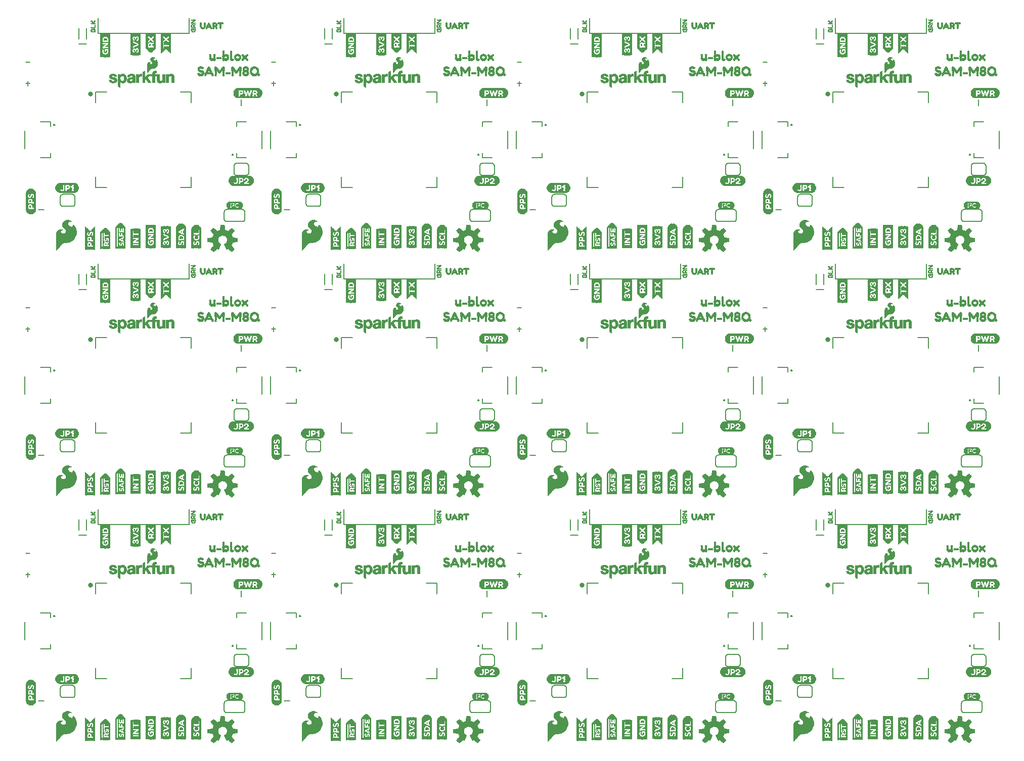
<source format=gto>
G75*
%MOIN*%
%OFA0B0*%
%FSLAX25Y25*%
%IPPOS*%
%LPD*%
%AMOC8*
5,1,8,0,0,1.08239X$1,22.5*
%
%ADD10C,0.00700*%
%ADD11C,0.00800*%
%ADD12C,0.00300*%
%ADD13C,0.00600*%
%ADD14C,0.03162*%
%ADD15R,0.00157X0.13858*%
%ADD16R,0.00157X0.14331*%
%ADD17R,0.00157X0.14646*%
%ADD18R,0.00157X0.14961*%
%ADD19R,0.00157X0.15118*%
%ADD20R,0.00157X0.15276*%
%ADD21R,0.00157X0.15433*%
%ADD22R,0.00157X0.02835*%
%ADD23R,0.00157X0.11969*%
%ADD24R,0.00157X0.02520*%
%ADD25R,0.00157X0.01102*%
%ADD26R,0.00157X0.03150*%
%ADD27R,0.00157X0.04567*%
%ADD28R,0.00157X0.02205*%
%ADD29R,0.00157X0.00787*%
%ADD30R,0.00157X0.02677*%
%ADD31R,0.00157X0.04409*%
%ADD32R,0.00157X0.02047*%
%ADD33R,0.00157X0.00630*%
%ADD34R,0.00157X0.01890*%
%ADD35R,0.00157X0.01732*%
%ADD36R,0.00157X0.01575*%
%ADD37R,0.00157X0.00945*%
%ADD38R,0.00157X0.02362*%
%ADD39R,0.00157X0.01260*%
%ADD40R,0.00157X0.01417*%
%ADD41R,0.00157X0.04252*%
%ADD42R,0.00157X0.00315*%
%ADD43R,0.00157X0.04094*%
%ADD44R,0.00157X0.00472*%
%ADD45R,0.00157X0.03937*%
%ADD46R,0.00157X0.03307*%
%ADD47R,0.00157X0.03780*%
%ADD48R,0.00157X0.03465*%
%ADD49R,0.00157X0.02992*%
%ADD50R,0.00157X0.12913*%
%ADD51R,0.00157X0.13386*%
%ADD52R,0.00157X0.13701*%
%ADD53R,0.00157X0.14016*%
%ADD54R,0.00157X0.14173*%
%ADD55R,0.00157X0.14488*%
%ADD56R,0.00157X0.07087*%
%ADD57R,0.00157X0.04882*%
%ADD58R,0.00157X0.05039*%
%ADD59R,0.00157X0.05197*%
%ADD60R,0.00157X0.03622*%
%ADD61R,0.00157X0.00157*%
%ADD62R,0.00157X0.11024*%
%ADD63R,0.07205X0.00118*%
%ADD64R,0.07913X0.00118*%
%ADD65R,0.08386X0.00079*%
%ADD66R,0.08858X0.00157*%
%ADD67R,0.09094X0.00118*%
%ADD68R,0.09331X0.00118*%
%ADD69R,0.09567X0.00079*%
%ADD70R,0.03661X0.00118*%
%ADD71R,0.02126X0.00118*%
%ADD72R,0.02953X0.00118*%
%ADD73R,0.02244X0.00157*%
%ADD74R,0.00591X0.00157*%
%ADD75R,0.01535X0.00157*%
%ADD76R,0.02598X0.00157*%
%ADD77R,0.02244X0.00118*%
%ADD78R,0.00472X0.00118*%
%ADD79R,0.01181X0.00118*%
%ADD80R,0.02362X0.00118*%
%ADD81R,0.00945X0.00118*%
%ADD82R,0.00354X0.00118*%
%ADD83R,0.00827X0.00118*%
%ADD84R,0.02480X0.00157*%
%ADD85R,0.00354X0.00157*%
%ADD86R,0.00236X0.00157*%
%ADD87R,0.02480X0.00118*%
%ADD88R,0.02598X0.00118*%
%ADD89R,0.01063X0.00118*%
%ADD90R,0.02835X0.00118*%
%ADD91R,0.00472X0.00157*%
%ADD92R,0.04252X0.00157*%
%ADD93R,0.04370X0.00118*%
%ADD94R,0.00591X0.00118*%
%ADD95R,0.04488X0.00118*%
%ADD96R,0.00709X0.00157*%
%ADD97R,0.04488X0.00157*%
%ADD98R,0.00236X0.00118*%
%ADD99R,0.00118X0.00118*%
%ADD100R,0.00118X0.00157*%
%ADD101R,0.04370X0.00157*%
%ADD102R,0.04252X0.00118*%
%ADD103R,0.02717X0.00118*%
%ADD104R,0.03071X0.00157*%
%ADD105R,0.03425X0.00118*%
%ADD106R,0.09567X0.00118*%
%ADD107R,0.08858X0.00118*%
%ADD108R,0.08386X0.00118*%
%ADD109R,0.00157X0.12756*%
%ADD110R,0.00157X0.09764*%
%ADD111R,0.00157X0.09921*%
%ADD112R,0.00157X0.10236*%
%ADD113R,0.00157X0.10394*%
%ADD114R,0.00157X0.10551*%
%ADD115R,0.00157X0.10709*%
%ADD116R,0.00157X0.10866*%
%ADD117R,0.00157X0.05669*%
%ADD118R,0.01654X0.00236*%
%ADD119R,0.00236X0.00236*%
%ADD120R,0.01417X0.00236*%
%ADD121R,0.02835X0.00236*%
%ADD122R,0.01181X0.00236*%
%ADD123R,0.02598X0.00236*%
%ADD124R,0.03307X0.00236*%
%ADD125R,0.03071X0.00236*%
%ADD126R,0.03543X0.00236*%
%ADD127R,0.03780X0.00236*%
%ADD128R,0.01890X0.00236*%
%ADD129R,0.04016X0.00236*%
%ADD130R,0.02126X0.00236*%
%ADD131R,0.04488X0.00236*%
%ADD132R,0.02362X0.00236*%
%ADD133R,0.04961X0.00236*%
%ADD134R,0.05197X0.00236*%
%ADD135R,0.00709X0.00236*%
%ADD136R,0.06850X0.00236*%
%ADD137R,0.04252X0.00236*%
%ADD138R,0.04724X0.00236*%
%ADD139R,0.05433X0.00236*%
%ADD140R,0.00945X0.00236*%
%ADD141R,0.05669X0.00236*%
%ADD142R,0.05906X0.00236*%
%ADD143R,0.06142X0.00236*%
%ADD144R,0.00472X0.00236*%
%ADD145R,0.00157X0.13071*%
%ADD146R,0.00157X0.12598*%
%ADD147R,0.00157X0.12441*%
%ADD148R,0.00157X0.12283*%
%ADD149R,0.00157X0.12126*%
%ADD150R,0.00157X0.06614*%
%ADD151R,0.00157X0.05354*%
%ADD152R,0.00157X0.11181*%
%ADD153R,0.00157X0.11496*%
%ADD154R,0.00157X0.11654*%
%ADD155R,0.00157X0.13228*%
%ADD156R,0.00157X0.11811*%
%ADD157R,0.00157X0.14803*%
%ADD158R,0.00157X0.15906*%
%ADD159R,0.00157X0.16063*%
%ADD160R,0.00157X0.16220*%
%ADD161R,0.00157X0.16378*%
%ADD162R,0.00315X0.00157*%
%ADD163R,0.01417X0.00157*%
%ADD164R,0.03465X0.00157*%
%ADD165R,0.00787X0.00157*%
%ADD166R,0.00945X0.00157*%
%ADD167R,0.02205X0.00157*%
%ADD168R,0.03937X0.00157*%
%ADD169R,0.01102X0.00157*%
%ADD170R,0.02677X0.00157*%
%ADD171R,0.04094X0.00157*%
%ADD172R,0.02835X0.00157*%
%ADD173R,0.01260X0.00157*%
%ADD174R,0.02992X0.00157*%
%ADD175R,0.03150X0.00157*%
%ADD176R,0.03780X0.00157*%
%ADD177R,0.01575X0.00157*%
%ADD178R,0.01732X0.00157*%
%ADD179R,0.01890X0.00157*%
%ADD180R,0.02047X0.00157*%
%ADD181R,0.02362X0.00157*%
%ADD182R,0.03307X0.00157*%
%ADD183R,0.03622X0.00157*%
%ADD184R,0.02520X0.00157*%
%ADD185R,0.00630X0.00157*%
%ADD186R,0.00118X0.01299*%
%ADD187R,0.00118X0.00236*%
%ADD188R,0.00118X0.00354*%
%ADD189R,0.00157X0.00709*%
%ADD190R,0.00157X0.00591*%
%ADD191R,0.00118X0.02126*%
%ADD192R,0.00118X0.00827*%
%ADD193R,0.00118X0.00709*%
%ADD194R,0.00118X0.02244*%
%ADD195R,0.00118X0.00945*%
%ADD196R,0.00118X0.02362*%
%ADD197R,0.00118X0.01063*%
%ADD198R,0.00157X0.00827*%
%ADD199R,0.00157X0.01063*%
%ADD200R,0.00118X0.01772*%
%ADD201R,0.00118X0.01181*%
%ADD202R,0.00118X0.01654*%
%ADD203R,0.00118X0.01535*%
%ADD204R,0.00157X0.01299*%
%ADD205R,0.00118X0.01417*%
%ADD206R,0.00157X0.01772*%
%ADD207R,0.00118X0.02480*%
%ADD208R,0.00157X0.02480*%
%ADD209R,0.00157X0.02008*%
%ADD210R,0.00157X0.02126*%
%ADD211R,0.00157X0.02244*%
%ADD212R,0.00118X0.00591*%
%ADD213R,0.00118X0.00472*%
%ADD214R,0.00157X0.01535*%
%ADD215R,0.00118X0.02008*%
%ADD216R,0.00157X0.02598*%
%ADD217R,0.00157X0.01181*%
%ADD218R,0.00157X0.01654*%
%ADD219R,0.10551X0.00157*%
%ADD220R,0.11496X0.00157*%
%ADD221R,0.12126X0.00157*%
%ADD222R,0.12756X0.00157*%
%ADD223R,0.13071X0.00157*%
%ADD224R,0.13386X0.00157*%
%ADD225R,0.13701X0.00157*%
%ADD226R,0.14016X0.00157*%
%ADD227R,0.04724X0.00157*%
%ADD228R,0.04567X0.00157*%
%ADD229R,0.04882X0.00157*%
%ADD230R,0.05039X0.00157*%
%ADD231R,0.14646X0.00157*%
%ADD232R,0.15276X0.00157*%
%ADD233R,0.15906X0.00157*%
%ADD234R,0.16535X0.00157*%
%ADD235R,0.16850X0.00157*%
%ADD236R,0.17165X0.00157*%
%ADD237R,0.17480X0.00157*%
%ADD238R,0.06614X0.00157*%
%ADD239R,0.06772X0.00157*%
%ADD240R,0.11811X0.00157*%
%ADD241R,0.14331X0.00157*%
%ADD242R,0.14961X0.00157*%
D10*
X0077254Y0077254D02*
X0077254Y0084341D01*
X0077254Y0077254D02*
X0084341Y0077254D01*
X0133159Y0077254D02*
X0140246Y0077254D01*
X0140246Y0084341D01*
X0140246Y0133159D02*
X0140246Y0140246D01*
X0133159Y0140246D01*
X0138750Y0178750D02*
X0078750Y0178750D01*
X0078750Y0188750D01*
X0138750Y0188750D02*
X0138750Y0178750D01*
X0084341Y0140246D02*
X0077254Y0140246D01*
X0077254Y0133159D01*
X0077254Y0239254D02*
X0077254Y0246341D01*
X0077254Y0239254D02*
X0084341Y0239254D01*
X0133159Y0239254D02*
X0140246Y0239254D01*
X0140246Y0246341D01*
X0140246Y0295159D02*
X0140246Y0302246D01*
X0133159Y0302246D01*
X0138750Y0340750D02*
X0078750Y0340750D01*
X0078750Y0350750D01*
X0138750Y0350750D02*
X0138750Y0340750D01*
X0084341Y0302246D02*
X0077254Y0302246D01*
X0077254Y0295159D01*
X0077254Y0401254D02*
X0077254Y0408341D01*
X0077254Y0401254D02*
X0084341Y0401254D01*
X0133159Y0401254D02*
X0140246Y0401254D01*
X0140246Y0408341D01*
X0140246Y0457159D02*
X0140246Y0464246D01*
X0133159Y0464246D01*
X0138750Y0502750D02*
X0078750Y0502750D01*
X0078750Y0512750D01*
X0138750Y0512750D02*
X0138750Y0502750D01*
X0084341Y0464246D02*
X0077254Y0464246D01*
X0077254Y0457159D01*
X0239254Y0457159D02*
X0239254Y0464246D01*
X0246341Y0464246D01*
X0295159Y0464246D02*
X0302246Y0464246D01*
X0302246Y0457159D01*
X0300750Y0502750D02*
X0240750Y0502750D01*
X0240750Y0512750D01*
X0300750Y0512750D02*
X0300750Y0502750D01*
X0402750Y0502750D02*
X0462750Y0502750D01*
X0462750Y0512750D01*
X0402750Y0512750D02*
X0402750Y0502750D01*
X0401254Y0464246D02*
X0408341Y0464246D01*
X0401254Y0464246D02*
X0401254Y0457159D01*
X0457159Y0464246D02*
X0464246Y0464246D01*
X0464246Y0457159D01*
X0464246Y0408341D02*
X0464246Y0401254D01*
X0457159Y0401254D01*
X0408341Y0401254D02*
X0401254Y0401254D01*
X0401254Y0408341D01*
X0402750Y0350750D02*
X0402750Y0340750D01*
X0462750Y0340750D01*
X0462750Y0350750D01*
X0464246Y0302246D02*
X0457159Y0302246D01*
X0464246Y0302246D02*
X0464246Y0295159D01*
X0408341Y0302246D02*
X0401254Y0302246D01*
X0401254Y0295159D01*
X0401254Y0246341D02*
X0401254Y0239254D01*
X0408341Y0239254D01*
X0457159Y0239254D02*
X0464246Y0239254D01*
X0464246Y0246341D01*
X0462750Y0188750D02*
X0462750Y0178750D01*
X0402750Y0178750D01*
X0402750Y0188750D01*
X0401254Y0140246D02*
X0408341Y0140246D01*
X0401254Y0140246D02*
X0401254Y0133159D01*
X0457159Y0140246D02*
X0464246Y0140246D01*
X0464246Y0133159D01*
X0464246Y0084341D02*
X0464246Y0077254D01*
X0457159Y0077254D01*
X0408341Y0077254D02*
X0401254Y0077254D01*
X0401254Y0084341D01*
X0302246Y0084341D02*
X0302246Y0077254D01*
X0295159Y0077254D01*
X0246341Y0077254D02*
X0239254Y0077254D01*
X0239254Y0084341D01*
X0239254Y0133159D02*
X0239254Y0140246D01*
X0246341Y0140246D01*
X0240750Y0178750D02*
X0300750Y0178750D01*
X0300750Y0188750D01*
X0302246Y0140246D02*
X0295159Y0140246D01*
X0302246Y0140246D02*
X0302246Y0133159D01*
X0240750Y0178750D02*
X0240750Y0188750D01*
X0239254Y0239254D02*
X0239254Y0246341D01*
X0239254Y0239254D02*
X0246341Y0239254D01*
X0295159Y0239254D02*
X0302246Y0239254D01*
X0302246Y0246341D01*
X0302246Y0295159D02*
X0302246Y0302246D01*
X0295159Y0302246D01*
X0246341Y0302246D02*
X0239254Y0302246D01*
X0239254Y0295159D01*
X0240750Y0340750D02*
X0300750Y0340750D01*
X0300750Y0350750D01*
X0240750Y0350750D02*
X0240750Y0340750D01*
X0239254Y0401254D02*
X0239254Y0408341D01*
X0239254Y0401254D02*
X0246341Y0401254D01*
X0295159Y0401254D02*
X0302246Y0401254D01*
X0302246Y0408341D01*
X0563254Y0408341D02*
X0563254Y0401254D01*
X0570341Y0401254D01*
X0619159Y0401254D02*
X0626246Y0401254D01*
X0626246Y0408341D01*
X0626246Y0457159D02*
X0626246Y0464246D01*
X0619159Y0464246D01*
X0570341Y0464246D02*
X0563254Y0464246D01*
X0563254Y0457159D01*
X0564750Y0502750D02*
X0624750Y0502750D01*
X0624750Y0512750D01*
X0564750Y0512750D02*
X0564750Y0502750D01*
X0564750Y0350750D02*
X0564750Y0340750D01*
X0624750Y0340750D01*
X0624750Y0350750D01*
X0626246Y0302246D02*
X0619159Y0302246D01*
X0626246Y0302246D02*
X0626246Y0295159D01*
X0570341Y0302246D02*
X0563254Y0302246D01*
X0563254Y0295159D01*
X0563254Y0246341D02*
X0563254Y0239254D01*
X0570341Y0239254D01*
X0619159Y0239254D02*
X0626246Y0239254D01*
X0626246Y0246341D01*
X0624750Y0188750D02*
X0624750Y0178750D01*
X0564750Y0178750D01*
X0564750Y0188750D01*
X0563254Y0140246D02*
X0570341Y0140246D01*
X0563254Y0140246D02*
X0563254Y0133159D01*
X0619159Y0140246D02*
X0626246Y0140246D01*
X0626246Y0133159D01*
X0626246Y0084341D02*
X0626246Y0077254D01*
X0619159Y0077254D01*
X0570341Y0077254D02*
X0563254Y0077254D01*
X0563254Y0084341D01*
D11*
X0533372Y0096939D02*
X0526876Y0096939D01*
X0533372Y0096939D02*
X0533372Y0099892D01*
X0516640Y0102844D02*
X0516640Y0114656D01*
X0510860Y0114656D02*
X0510860Y0102844D01*
X0500624Y0096939D02*
X0494128Y0096939D01*
X0494128Y0099892D01*
X0491169Y0098907D02*
X0491171Y0098947D01*
X0491177Y0098986D01*
X0491187Y0099025D01*
X0491200Y0099062D01*
X0491218Y0099098D01*
X0491239Y0099132D01*
X0491263Y0099164D01*
X0491290Y0099193D01*
X0491320Y0099220D01*
X0491352Y0099243D01*
X0491387Y0099263D01*
X0491423Y0099279D01*
X0491461Y0099292D01*
X0491500Y0099301D01*
X0491539Y0099306D01*
X0491579Y0099307D01*
X0491619Y0099304D01*
X0491658Y0099297D01*
X0491696Y0099286D01*
X0491734Y0099272D01*
X0491769Y0099253D01*
X0491802Y0099232D01*
X0491834Y0099207D01*
X0491862Y0099179D01*
X0491888Y0099149D01*
X0491910Y0099116D01*
X0491929Y0099081D01*
X0491945Y0099044D01*
X0491957Y0099006D01*
X0491965Y0098967D01*
X0491969Y0098927D01*
X0491969Y0098887D01*
X0491965Y0098847D01*
X0491957Y0098808D01*
X0491945Y0098770D01*
X0491929Y0098733D01*
X0491910Y0098698D01*
X0491888Y0098665D01*
X0491862Y0098635D01*
X0491834Y0098607D01*
X0491802Y0098582D01*
X0491769Y0098561D01*
X0491734Y0098542D01*
X0491696Y0098528D01*
X0491658Y0098517D01*
X0491619Y0098510D01*
X0491579Y0098507D01*
X0491539Y0098508D01*
X0491500Y0098513D01*
X0491461Y0098522D01*
X0491423Y0098535D01*
X0491387Y0098551D01*
X0491352Y0098571D01*
X0491320Y0098594D01*
X0491290Y0098621D01*
X0491263Y0098650D01*
X0491239Y0098682D01*
X0491218Y0098716D01*
X0491200Y0098752D01*
X0491187Y0098789D01*
X0491177Y0098828D01*
X0491171Y0098867D01*
X0491169Y0098907D01*
X0494128Y0117608D02*
X0494128Y0120561D01*
X0500624Y0120561D01*
X0497000Y0131375D02*
X0497000Y0135125D01*
X0517150Y0145783D02*
X0519950Y0145783D01*
X0518550Y0144383D02*
X0518550Y0147183D01*
X0517150Y0159783D02*
X0519950Y0159783D01*
X0552289Y0171781D02*
X0557211Y0171781D01*
X0557211Y0175207D02*
X0557211Y0182293D01*
X0552289Y0182293D02*
X0552289Y0175207D01*
X0499550Y0218550D02*
X0499550Y0222950D01*
X0499548Y0223033D01*
X0499542Y0223116D01*
X0499533Y0223199D01*
X0499519Y0223281D01*
X0499502Y0223362D01*
X0499481Y0223443D01*
X0499457Y0223522D01*
X0499428Y0223600D01*
X0499397Y0223677D01*
X0499361Y0223752D01*
X0499323Y0223826D01*
X0499280Y0223898D01*
X0499235Y0223967D01*
X0499186Y0224035D01*
X0499135Y0224100D01*
X0499080Y0224163D01*
X0499023Y0224223D01*
X0498963Y0224280D01*
X0498900Y0224335D01*
X0498835Y0224386D01*
X0498767Y0224435D01*
X0498698Y0224480D01*
X0498626Y0224523D01*
X0498552Y0224561D01*
X0498477Y0224597D01*
X0498400Y0224628D01*
X0498322Y0224657D01*
X0498243Y0224681D01*
X0498162Y0224702D01*
X0498081Y0224719D01*
X0497999Y0224733D01*
X0497916Y0224742D01*
X0497833Y0224748D01*
X0497750Y0224750D01*
X0487750Y0224750D01*
X0487667Y0224748D01*
X0487584Y0224742D01*
X0487501Y0224733D01*
X0487419Y0224719D01*
X0487338Y0224702D01*
X0487257Y0224681D01*
X0487178Y0224657D01*
X0487100Y0224628D01*
X0487023Y0224597D01*
X0486948Y0224561D01*
X0486874Y0224523D01*
X0486802Y0224480D01*
X0486733Y0224435D01*
X0486665Y0224386D01*
X0486600Y0224335D01*
X0486537Y0224280D01*
X0486477Y0224223D01*
X0486420Y0224163D01*
X0486365Y0224100D01*
X0486314Y0224035D01*
X0486265Y0223967D01*
X0486220Y0223898D01*
X0486177Y0223826D01*
X0486139Y0223752D01*
X0486103Y0223677D01*
X0486072Y0223600D01*
X0486043Y0223522D01*
X0486019Y0223443D01*
X0485998Y0223362D01*
X0485981Y0223281D01*
X0485967Y0223199D01*
X0485958Y0223116D01*
X0485952Y0223033D01*
X0485950Y0222950D01*
X0485950Y0218550D01*
X0485952Y0218467D01*
X0485958Y0218384D01*
X0485967Y0218301D01*
X0485981Y0218219D01*
X0485998Y0218138D01*
X0486019Y0218057D01*
X0486043Y0217978D01*
X0486072Y0217900D01*
X0486103Y0217823D01*
X0486139Y0217748D01*
X0486177Y0217674D01*
X0486220Y0217602D01*
X0486265Y0217533D01*
X0486314Y0217465D01*
X0486365Y0217400D01*
X0486420Y0217337D01*
X0486477Y0217277D01*
X0486537Y0217220D01*
X0486600Y0217165D01*
X0486665Y0217114D01*
X0486733Y0217065D01*
X0486802Y0217020D01*
X0486874Y0216977D01*
X0486948Y0216939D01*
X0487023Y0216903D01*
X0487100Y0216872D01*
X0487178Y0216843D01*
X0487257Y0216819D01*
X0487338Y0216798D01*
X0487419Y0216781D01*
X0487501Y0216767D01*
X0487584Y0216758D01*
X0487667Y0216752D01*
X0487750Y0216750D01*
X0497750Y0216750D01*
X0497833Y0216752D01*
X0497916Y0216758D01*
X0497999Y0216767D01*
X0498081Y0216781D01*
X0498162Y0216798D01*
X0498243Y0216819D01*
X0498322Y0216843D01*
X0498400Y0216872D01*
X0498477Y0216903D01*
X0498552Y0216939D01*
X0498626Y0216977D01*
X0498698Y0217020D01*
X0498767Y0217065D01*
X0498835Y0217114D01*
X0498900Y0217165D01*
X0498963Y0217220D01*
X0499023Y0217277D01*
X0499080Y0217337D01*
X0499135Y0217400D01*
X0499186Y0217465D01*
X0499235Y0217533D01*
X0499280Y0217602D01*
X0499323Y0217674D01*
X0499361Y0217748D01*
X0499397Y0217823D01*
X0499428Y0217900D01*
X0499457Y0217978D01*
X0499481Y0218057D01*
X0499502Y0218138D01*
X0499519Y0218219D01*
X0499533Y0218301D01*
X0499542Y0218384D01*
X0499548Y0218467D01*
X0499550Y0218550D01*
X0525375Y0224500D02*
X0529125Y0224500D01*
X0526876Y0258939D02*
X0533372Y0258939D01*
X0533372Y0261892D01*
X0516640Y0264844D02*
X0516640Y0276656D01*
X0510860Y0276656D02*
X0510860Y0264844D01*
X0500624Y0258939D02*
X0494128Y0258939D01*
X0494128Y0261892D01*
X0491169Y0260907D02*
X0491171Y0260947D01*
X0491177Y0260986D01*
X0491187Y0261025D01*
X0491200Y0261062D01*
X0491218Y0261098D01*
X0491239Y0261132D01*
X0491263Y0261164D01*
X0491290Y0261193D01*
X0491320Y0261220D01*
X0491352Y0261243D01*
X0491387Y0261263D01*
X0491423Y0261279D01*
X0491461Y0261292D01*
X0491500Y0261301D01*
X0491539Y0261306D01*
X0491579Y0261307D01*
X0491619Y0261304D01*
X0491658Y0261297D01*
X0491696Y0261286D01*
X0491734Y0261272D01*
X0491769Y0261253D01*
X0491802Y0261232D01*
X0491834Y0261207D01*
X0491862Y0261179D01*
X0491888Y0261149D01*
X0491910Y0261116D01*
X0491929Y0261081D01*
X0491945Y0261044D01*
X0491957Y0261006D01*
X0491965Y0260967D01*
X0491969Y0260927D01*
X0491969Y0260887D01*
X0491965Y0260847D01*
X0491957Y0260808D01*
X0491945Y0260770D01*
X0491929Y0260733D01*
X0491910Y0260698D01*
X0491888Y0260665D01*
X0491862Y0260635D01*
X0491834Y0260607D01*
X0491802Y0260582D01*
X0491769Y0260561D01*
X0491734Y0260542D01*
X0491696Y0260528D01*
X0491658Y0260517D01*
X0491619Y0260510D01*
X0491579Y0260507D01*
X0491539Y0260508D01*
X0491500Y0260513D01*
X0491461Y0260522D01*
X0491423Y0260535D01*
X0491387Y0260551D01*
X0491352Y0260571D01*
X0491320Y0260594D01*
X0491290Y0260621D01*
X0491263Y0260650D01*
X0491239Y0260682D01*
X0491218Y0260716D01*
X0491200Y0260752D01*
X0491187Y0260789D01*
X0491177Y0260828D01*
X0491171Y0260867D01*
X0491169Y0260907D01*
X0494128Y0279608D02*
X0494128Y0282561D01*
X0500624Y0282561D01*
X0497000Y0293375D02*
X0497000Y0297125D01*
X0517150Y0307783D02*
X0519950Y0307783D01*
X0518550Y0306383D02*
X0518550Y0309183D01*
X0517150Y0321783D02*
X0519950Y0321783D01*
X0552289Y0333781D02*
X0557211Y0333781D01*
X0557211Y0337207D02*
X0557211Y0344293D01*
X0552289Y0344293D02*
X0552289Y0337207D01*
X0499550Y0380550D02*
X0499550Y0384950D01*
X0499548Y0385033D01*
X0499542Y0385116D01*
X0499533Y0385199D01*
X0499519Y0385281D01*
X0499502Y0385362D01*
X0499481Y0385443D01*
X0499457Y0385522D01*
X0499428Y0385600D01*
X0499397Y0385677D01*
X0499361Y0385752D01*
X0499323Y0385826D01*
X0499280Y0385898D01*
X0499235Y0385967D01*
X0499186Y0386035D01*
X0499135Y0386100D01*
X0499080Y0386163D01*
X0499023Y0386223D01*
X0498963Y0386280D01*
X0498900Y0386335D01*
X0498835Y0386386D01*
X0498767Y0386435D01*
X0498698Y0386480D01*
X0498626Y0386523D01*
X0498552Y0386561D01*
X0498477Y0386597D01*
X0498400Y0386628D01*
X0498322Y0386657D01*
X0498243Y0386681D01*
X0498162Y0386702D01*
X0498081Y0386719D01*
X0497999Y0386733D01*
X0497916Y0386742D01*
X0497833Y0386748D01*
X0497750Y0386750D01*
X0487750Y0386750D01*
X0487667Y0386748D01*
X0487584Y0386742D01*
X0487501Y0386733D01*
X0487419Y0386719D01*
X0487338Y0386702D01*
X0487257Y0386681D01*
X0487178Y0386657D01*
X0487100Y0386628D01*
X0487023Y0386597D01*
X0486948Y0386561D01*
X0486874Y0386523D01*
X0486802Y0386480D01*
X0486733Y0386435D01*
X0486665Y0386386D01*
X0486600Y0386335D01*
X0486537Y0386280D01*
X0486477Y0386223D01*
X0486420Y0386163D01*
X0486365Y0386100D01*
X0486314Y0386035D01*
X0486265Y0385967D01*
X0486220Y0385898D01*
X0486177Y0385826D01*
X0486139Y0385752D01*
X0486103Y0385677D01*
X0486072Y0385600D01*
X0486043Y0385522D01*
X0486019Y0385443D01*
X0485998Y0385362D01*
X0485981Y0385281D01*
X0485967Y0385199D01*
X0485958Y0385116D01*
X0485952Y0385033D01*
X0485950Y0384950D01*
X0485950Y0380550D01*
X0485952Y0380467D01*
X0485958Y0380384D01*
X0485967Y0380301D01*
X0485981Y0380219D01*
X0485998Y0380138D01*
X0486019Y0380057D01*
X0486043Y0379978D01*
X0486072Y0379900D01*
X0486103Y0379823D01*
X0486139Y0379748D01*
X0486177Y0379674D01*
X0486220Y0379602D01*
X0486265Y0379533D01*
X0486314Y0379465D01*
X0486365Y0379400D01*
X0486420Y0379337D01*
X0486477Y0379277D01*
X0486537Y0379220D01*
X0486600Y0379165D01*
X0486665Y0379114D01*
X0486733Y0379065D01*
X0486802Y0379020D01*
X0486874Y0378977D01*
X0486948Y0378939D01*
X0487023Y0378903D01*
X0487100Y0378872D01*
X0487178Y0378843D01*
X0487257Y0378819D01*
X0487338Y0378798D01*
X0487419Y0378781D01*
X0487501Y0378767D01*
X0487584Y0378758D01*
X0487667Y0378752D01*
X0487750Y0378750D01*
X0497750Y0378750D01*
X0497833Y0378752D01*
X0497916Y0378758D01*
X0497999Y0378767D01*
X0498081Y0378781D01*
X0498162Y0378798D01*
X0498243Y0378819D01*
X0498322Y0378843D01*
X0498400Y0378872D01*
X0498477Y0378903D01*
X0498552Y0378939D01*
X0498626Y0378977D01*
X0498698Y0379020D01*
X0498767Y0379065D01*
X0498835Y0379114D01*
X0498900Y0379165D01*
X0498963Y0379220D01*
X0499023Y0379277D01*
X0499080Y0379337D01*
X0499135Y0379400D01*
X0499186Y0379465D01*
X0499235Y0379533D01*
X0499280Y0379602D01*
X0499323Y0379674D01*
X0499361Y0379748D01*
X0499397Y0379823D01*
X0499428Y0379900D01*
X0499457Y0379978D01*
X0499481Y0380057D01*
X0499502Y0380138D01*
X0499519Y0380219D01*
X0499533Y0380301D01*
X0499542Y0380384D01*
X0499548Y0380467D01*
X0499550Y0380550D01*
X0525375Y0386500D02*
X0529125Y0386500D01*
X0526876Y0420939D02*
X0533372Y0420939D01*
X0533372Y0423892D01*
X0516640Y0426844D02*
X0516640Y0438656D01*
X0510860Y0438656D02*
X0510860Y0426844D01*
X0500624Y0420939D02*
X0494128Y0420939D01*
X0494128Y0423892D01*
X0491169Y0422907D02*
X0491171Y0422947D01*
X0491177Y0422986D01*
X0491187Y0423025D01*
X0491200Y0423062D01*
X0491218Y0423098D01*
X0491239Y0423132D01*
X0491263Y0423164D01*
X0491290Y0423193D01*
X0491320Y0423220D01*
X0491352Y0423243D01*
X0491387Y0423263D01*
X0491423Y0423279D01*
X0491461Y0423292D01*
X0491500Y0423301D01*
X0491539Y0423306D01*
X0491579Y0423307D01*
X0491619Y0423304D01*
X0491658Y0423297D01*
X0491696Y0423286D01*
X0491734Y0423272D01*
X0491769Y0423253D01*
X0491802Y0423232D01*
X0491834Y0423207D01*
X0491862Y0423179D01*
X0491888Y0423149D01*
X0491910Y0423116D01*
X0491929Y0423081D01*
X0491945Y0423044D01*
X0491957Y0423006D01*
X0491965Y0422967D01*
X0491969Y0422927D01*
X0491969Y0422887D01*
X0491965Y0422847D01*
X0491957Y0422808D01*
X0491945Y0422770D01*
X0491929Y0422733D01*
X0491910Y0422698D01*
X0491888Y0422665D01*
X0491862Y0422635D01*
X0491834Y0422607D01*
X0491802Y0422582D01*
X0491769Y0422561D01*
X0491734Y0422542D01*
X0491696Y0422528D01*
X0491658Y0422517D01*
X0491619Y0422510D01*
X0491579Y0422507D01*
X0491539Y0422508D01*
X0491500Y0422513D01*
X0491461Y0422522D01*
X0491423Y0422535D01*
X0491387Y0422551D01*
X0491352Y0422571D01*
X0491320Y0422594D01*
X0491290Y0422621D01*
X0491263Y0422650D01*
X0491239Y0422682D01*
X0491218Y0422716D01*
X0491200Y0422752D01*
X0491187Y0422789D01*
X0491177Y0422828D01*
X0491171Y0422867D01*
X0491169Y0422907D01*
X0494128Y0441608D02*
X0494128Y0444561D01*
X0500624Y0444561D01*
X0497000Y0455375D02*
X0497000Y0459125D01*
X0517150Y0469783D02*
X0519950Y0469783D01*
X0518550Y0468383D02*
X0518550Y0471183D01*
X0517150Y0483783D02*
X0519950Y0483783D01*
X0552289Y0495781D02*
X0557211Y0495781D01*
X0557211Y0499207D02*
X0557211Y0506293D01*
X0552289Y0506293D02*
X0552289Y0499207D01*
X0533372Y0444561D02*
X0526876Y0444561D01*
X0533372Y0444561D02*
X0533372Y0441608D01*
X0535531Y0442593D02*
X0535533Y0442633D01*
X0535539Y0442672D01*
X0535549Y0442711D01*
X0535562Y0442748D01*
X0535580Y0442784D01*
X0535601Y0442818D01*
X0535625Y0442850D01*
X0535652Y0442879D01*
X0535682Y0442906D01*
X0535714Y0442929D01*
X0535749Y0442949D01*
X0535785Y0442965D01*
X0535823Y0442978D01*
X0535862Y0442987D01*
X0535901Y0442992D01*
X0535941Y0442993D01*
X0535981Y0442990D01*
X0536020Y0442983D01*
X0536058Y0442972D01*
X0536096Y0442958D01*
X0536131Y0442939D01*
X0536164Y0442918D01*
X0536196Y0442893D01*
X0536224Y0442865D01*
X0536250Y0442835D01*
X0536272Y0442802D01*
X0536291Y0442767D01*
X0536307Y0442730D01*
X0536319Y0442692D01*
X0536327Y0442653D01*
X0536331Y0442613D01*
X0536331Y0442573D01*
X0536327Y0442533D01*
X0536319Y0442494D01*
X0536307Y0442456D01*
X0536291Y0442419D01*
X0536272Y0442384D01*
X0536250Y0442351D01*
X0536224Y0442321D01*
X0536196Y0442293D01*
X0536164Y0442268D01*
X0536131Y0442247D01*
X0536096Y0442228D01*
X0536058Y0442214D01*
X0536020Y0442203D01*
X0535981Y0442196D01*
X0535941Y0442193D01*
X0535901Y0442194D01*
X0535862Y0442199D01*
X0535823Y0442208D01*
X0535785Y0442221D01*
X0535749Y0442237D01*
X0535714Y0442257D01*
X0535682Y0442280D01*
X0535652Y0442307D01*
X0535625Y0442336D01*
X0535601Y0442368D01*
X0535580Y0442402D01*
X0535562Y0442438D01*
X0535549Y0442475D01*
X0535539Y0442514D01*
X0535533Y0442553D01*
X0535531Y0442593D01*
X0647950Y0384950D02*
X0647950Y0380550D01*
X0647952Y0380467D01*
X0647958Y0380384D01*
X0647967Y0380301D01*
X0647981Y0380219D01*
X0647998Y0380138D01*
X0648019Y0380057D01*
X0648043Y0379978D01*
X0648072Y0379900D01*
X0648103Y0379823D01*
X0648139Y0379748D01*
X0648177Y0379674D01*
X0648220Y0379602D01*
X0648265Y0379533D01*
X0648314Y0379465D01*
X0648365Y0379400D01*
X0648420Y0379337D01*
X0648477Y0379277D01*
X0648537Y0379220D01*
X0648600Y0379165D01*
X0648665Y0379114D01*
X0648733Y0379065D01*
X0648802Y0379020D01*
X0648874Y0378977D01*
X0648948Y0378939D01*
X0649023Y0378903D01*
X0649100Y0378872D01*
X0649178Y0378843D01*
X0649257Y0378819D01*
X0649338Y0378798D01*
X0649419Y0378781D01*
X0649501Y0378767D01*
X0649584Y0378758D01*
X0649667Y0378752D01*
X0649750Y0378750D01*
X0659750Y0378750D01*
X0659833Y0378752D01*
X0659916Y0378758D01*
X0659999Y0378767D01*
X0660081Y0378781D01*
X0660162Y0378798D01*
X0660243Y0378819D01*
X0660322Y0378843D01*
X0660400Y0378872D01*
X0660477Y0378903D01*
X0660552Y0378939D01*
X0660626Y0378977D01*
X0660698Y0379020D01*
X0660767Y0379065D01*
X0660835Y0379114D01*
X0660900Y0379165D01*
X0660963Y0379220D01*
X0661023Y0379277D01*
X0661080Y0379337D01*
X0661135Y0379400D01*
X0661186Y0379465D01*
X0661235Y0379533D01*
X0661280Y0379602D01*
X0661323Y0379674D01*
X0661361Y0379748D01*
X0661397Y0379823D01*
X0661428Y0379900D01*
X0661457Y0379978D01*
X0661481Y0380057D01*
X0661502Y0380138D01*
X0661519Y0380219D01*
X0661533Y0380301D01*
X0661542Y0380384D01*
X0661548Y0380467D01*
X0661550Y0380550D01*
X0661550Y0384950D01*
X0661548Y0385033D01*
X0661542Y0385116D01*
X0661533Y0385199D01*
X0661519Y0385281D01*
X0661502Y0385362D01*
X0661481Y0385443D01*
X0661457Y0385522D01*
X0661428Y0385600D01*
X0661397Y0385677D01*
X0661361Y0385752D01*
X0661323Y0385826D01*
X0661280Y0385898D01*
X0661235Y0385967D01*
X0661186Y0386035D01*
X0661135Y0386100D01*
X0661080Y0386163D01*
X0661023Y0386223D01*
X0660963Y0386280D01*
X0660900Y0386335D01*
X0660835Y0386386D01*
X0660767Y0386435D01*
X0660698Y0386480D01*
X0660626Y0386523D01*
X0660552Y0386561D01*
X0660477Y0386597D01*
X0660400Y0386628D01*
X0660322Y0386657D01*
X0660243Y0386681D01*
X0660162Y0386702D01*
X0660081Y0386719D01*
X0659999Y0386733D01*
X0659916Y0386742D01*
X0659833Y0386748D01*
X0659750Y0386750D01*
X0649750Y0386750D01*
X0649667Y0386748D01*
X0649584Y0386742D01*
X0649501Y0386733D01*
X0649419Y0386719D01*
X0649338Y0386702D01*
X0649257Y0386681D01*
X0649178Y0386657D01*
X0649100Y0386628D01*
X0649023Y0386597D01*
X0648948Y0386561D01*
X0648874Y0386523D01*
X0648802Y0386480D01*
X0648733Y0386435D01*
X0648665Y0386386D01*
X0648600Y0386335D01*
X0648537Y0386280D01*
X0648477Y0386223D01*
X0648420Y0386163D01*
X0648365Y0386100D01*
X0648314Y0386035D01*
X0648265Y0385967D01*
X0648220Y0385898D01*
X0648177Y0385826D01*
X0648139Y0385752D01*
X0648103Y0385677D01*
X0648072Y0385600D01*
X0648043Y0385522D01*
X0648019Y0385443D01*
X0647998Y0385362D01*
X0647981Y0385281D01*
X0647967Y0385199D01*
X0647958Y0385116D01*
X0647952Y0385033D01*
X0647950Y0384950D01*
X0656128Y0420939D02*
X0656128Y0423892D01*
X0653169Y0422907D02*
X0653171Y0422947D01*
X0653177Y0422986D01*
X0653187Y0423025D01*
X0653200Y0423062D01*
X0653218Y0423098D01*
X0653239Y0423132D01*
X0653263Y0423164D01*
X0653290Y0423193D01*
X0653320Y0423220D01*
X0653352Y0423243D01*
X0653387Y0423263D01*
X0653423Y0423279D01*
X0653461Y0423292D01*
X0653500Y0423301D01*
X0653539Y0423306D01*
X0653579Y0423307D01*
X0653619Y0423304D01*
X0653658Y0423297D01*
X0653696Y0423286D01*
X0653734Y0423272D01*
X0653769Y0423253D01*
X0653802Y0423232D01*
X0653834Y0423207D01*
X0653862Y0423179D01*
X0653888Y0423149D01*
X0653910Y0423116D01*
X0653929Y0423081D01*
X0653945Y0423044D01*
X0653957Y0423006D01*
X0653965Y0422967D01*
X0653969Y0422927D01*
X0653969Y0422887D01*
X0653965Y0422847D01*
X0653957Y0422808D01*
X0653945Y0422770D01*
X0653929Y0422733D01*
X0653910Y0422698D01*
X0653888Y0422665D01*
X0653862Y0422635D01*
X0653834Y0422607D01*
X0653802Y0422582D01*
X0653769Y0422561D01*
X0653734Y0422542D01*
X0653696Y0422528D01*
X0653658Y0422517D01*
X0653619Y0422510D01*
X0653579Y0422507D01*
X0653539Y0422508D01*
X0653500Y0422513D01*
X0653461Y0422522D01*
X0653423Y0422535D01*
X0653387Y0422551D01*
X0653352Y0422571D01*
X0653320Y0422594D01*
X0653290Y0422621D01*
X0653263Y0422650D01*
X0653239Y0422682D01*
X0653218Y0422716D01*
X0653200Y0422752D01*
X0653187Y0422789D01*
X0653177Y0422828D01*
X0653171Y0422867D01*
X0653169Y0422907D01*
X0656128Y0420939D02*
X0662624Y0420939D01*
X0672860Y0426844D02*
X0672860Y0438656D01*
X0662624Y0444561D02*
X0656128Y0444561D01*
X0656128Y0441608D01*
X0659000Y0455375D02*
X0659000Y0459125D01*
X0659000Y0297125D02*
X0659000Y0293375D01*
X0656128Y0282561D02*
X0662624Y0282561D01*
X0656128Y0282561D02*
X0656128Y0279608D01*
X0672860Y0276656D02*
X0672860Y0264844D01*
X0662624Y0258939D02*
X0656128Y0258939D01*
X0656128Y0261892D01*
X0653169Y0260907D02*
X0653171Y0260947D01*
X0653177Y0260986D01*
X0653187Y0261025D01*
X0653200Y0261062D01*
X0653218Y0261098D01*
X0653239Y0261132D01*
X0653263Y0261164D01*
X0653290Y0261193D01*
X0653320Y0261220D01*
X0653352Y0261243D01*
X0653387Y0261263D01*
X0653423Y0261279D01*
X0653461Y0261292D01*
X0653500Y0261301D01*
X0653539Y0261306D01*
X0653579Y0261307D01*
X0653619Y0261304D01*
X0653658Y0261297D01*
X0653696Y0261286D01*
X0653734Y0261272D01*
X0653769Y0261253D01*
X0653802Y0261232D01*
X0653834Y0261207D01*
X0653862Y0261179D01*
X0653888Y0261149D01*
X0653910Y0261116D01*
X0653929Y0261081D01*
X0653945Y0261044D01*
X0653957Y0261006D01*
X0653965Y0260967D01*
X0653969Y0260927D01*
X0653969Y0260887D01*
X0653965Y0260847D01*
X0653957Y0260808D01*
X0653945Y0260770D01*
X0653929Y0260733D01*
X0653910Y0260698D01*
X0653888Y0260665D01*
X0653862Y0260635D01*
X0653834Y0260607D01*
X0653802Y0260582D01*
X0653769Y0260561D01*
X0653734Y0260542D01*
X0653696Y0260528D01*
X0653658Y0260517D01*
X0653619Y0260510D01*
X0653579Y0260507D01*
X0653539Y0260508D01*
X0653500Y0260513D01*
X0653461Y0260522D01*
X0653423Y0260535D01*
X0653387Y0260551D01*
X0653352Y0260571D01*
X0653320Y0260594D01*
X0653290Y0260621D01*
X0653263Y0260650D01*
X0653239Y0260682D01*
X0653218Y0260716D01*
X0653200Y0260752D01*
X0653187Y0260789D01*
X0653177Y0260828D01*
X0653171Y0260867D01*
X0653169Y0260907D01*
X0649750Y0224750D02*
X0659750Y0224750D01*
X0659833Y0224748D01*
X0659916Y0224742D01*
X0659999Y0224733D01*
X0660081Y0224719D01*
X0660162Y0224702D01*
X0660243Y0224681D01*
X0660322Y0224657D01*
X0660400Y0224628D01*
X0660477Y0224597D01*
X0660552Y0224561D01*
X0660626Y0224523D01*
X0660698Y0224480D01*
X0660767Y0224435D01*
X0660835Y0224386D01*
X0660900Y0224335D01*
X0660963Y0224280D01*
X0661023Y0224223D01*
X0661080Y0224163D01*
X0661135Y0224100D01*
X0661186Y0224035D01*
X0661235Y0223967D01*
X0661280Y0223898D01*
X0661323Y0223826D01*
X0661361Y0223752D01*
X0661397Y0223677D01*
X0661428Y0223600D01*
X0661457Y0223522D01*
X0661481Y0223443D01*
X0661502Y0223362D01*
X0661519Y0223281D01*
X0661533Y0223199D01*
X0661542Y0223116D01*
X0661548Y0223033D01*
X0661550Y0222950D01*
X0661550Y0218550D01*
X0661548Y0218467D01*
X0661542Y0218384D01*
X0661533Y0218301D01*
X0661519Y0218219D01*
X0661502Y0218138D01*
X0661481Y0218057D01*
X0661457Y0217978D01*
X0661428Y0217900D01*
X0661397Y0217823D01*
X0661361Y0217748D01*
X0661323Y0217674D01*
X0661280Y0217602D01*
X0661235Y0217533D01*
X0661186Y0217465D01*
X0661135Y0217400D01*
X0661080Y0217337D01*
X0661023Y0217277D01*
X0660963Y0217220D01*
X0660900Y0217165D01*
X0660835Y0217114D01*
X0660767Y0217065D01*
X0660698Y0217020D01*
X0660626Y0216977D01*
X0660552Y0216939D01*
X0660477Y0216903D01*
X0660400Y0216872D01*
X0660322Y0216843D01*
X0660243Y0216819D01*
X0660162Y0216798D01*
X0660081Y0216781D01*
X0659999Y0216767D01*
X0659916Y0216758D01*
X0659833Y0216752D01*
X0659750Y0216750D01*
X0649750Y0216750D01*
X0649667Y0216752D01*
X0649584Y0216758D01*
X0649501Y0216767D01*
X0649419Y0216781D01*
X0649338Y0216798D01*
X0649257Y0216819D01*
X0649178Y0216843D01*
X0649100Y0216872D01*
X0649023Y0216903D01*
X0648948Y0216939D01*
X0648874Y0216977D01*
X0648802Y0217020D01*
X0648733Y0217065D01*
X0648665Y0217114D01*
X0648600Y0217165D01*
X0648537Y0217220D01*
X0648477Y0217277D01*
X0648420Y0217337D01*
X0648365Y0217400D01*
X0648314Y0217465D01*
X0648265Y0217533D01*
X0648220Y0217602D01*
X0648177Y0217674D01*
X0648139Y0217748D01*
X0648103Y0217823D01*
X0648072Y0217900D01*
X0648043Y0217978D01*
X0648019Y0218057D01*
X0647998Y0218138D01*
X0647981Y0218219D01*
X0647967Y0218301D01*
X0647958Y0218384D01*
X0647952Y0218467D01*
X0647950Y0218550D01*
X0647950Y0222950D01*
X0647952Y0223033D01*
X0647958Y0223116D01*
X0647967Y0223199D01*
X0647981Y0223281D01*
X0647998Y0223362D01*
X0648019Y0223443D01*
X0648043Y0223522D01*
X0648072Y0223600D01*
X0648103Y0223677D01*
X0648139Y0223752D01*
X0648177Y0223826D01*
X0648220Y0223898D01*
X0648265Y0223967D01*
X0648314Y0224035D01*
X0648365Y0224100D01*
X0648420Y0224163D01*
X0648477Y0224223D01*
X0648537Y0224280D01*
X0648600Y0224335D01*
X0648665Y0224386D01*
X0648733Y0224435D01*
X0648802Y0224480D01*
X0648874Y0224523D01*
X0648948Y0224561D01*
X0649023Y0224597D01*
X0649100Y0224628D01*
X0649178Y0224657D01*
X0649257Y0224681D01*
X0649338Y0224702D01*
X0649419Y0224719D01*
X0649501Y0224733D01*
X0649584Y0224742D01*
X0649667Y0224748D01*
X0649750Y0224750D01*
X0659000Y0135125D02*
X0659000Y0131375D01*
X0656128Y0120561D02*
X0662624Y0120561D01*
X0656128Y0120561D02*
X0656128Y0117608D01*
X0672860Y0114656D02*
X0672860Y0102844D01*
X0662624Y0096939D02*
X0656128Y0096939D01*
X0656128Y0099892D01*
X0653169Y0098907D02*
X0653171Y0098947D01*
X0653177Y0098986D01*
X0653187Y0099025D01*
X0653200Y0099062D01*
X0653218Y0099098D01*
X0653239Y0099132D01*
X0653263Y0099164D01*
X0653290Y0099193D01*
X0653320Y0099220D01*
X0653352Y0099243D01*
X0653387Y0099263D01*
X0653423Y0099279D01*
X0653461Y0099292D01*
X0653500Y0099301D01*
X0653539Y0099306D01*
X0653579Y0099307D01*
X0653619Y0099304D01*
X0653658Y0099297D01*
X0653696Y0099286D01*
X0653734Y0099272D01*
X0653769Y0099253D01*
X0653802Y0099232D01*
X0653834Y0099207D01*
X0653862Y0099179D01*
X0653888Y0099149D01*
X0653910Y0099116D01*
X0653929Y0099081D01*
X0653945Y0099044D01*
X0653957Y0099006D01*
X0653965Y0098967D01*
X0653969Y0098927D01*
X0653969Y0098887D01*
X0653965Y0098847D01*
X0653957Y0098808D01*
X0653945Y0098770D01*
X0653929Y0098733D01*
X0653910Y0098698D01*
X0653888Y0098665D01*
X0653862Y0098635D01*
X0653834Y0098607D01*
X0653802Y0098582D01*
X0653769Y0098561D01*
X0653734Y0098542D01*
X0653696Y0098528D01*
X0653658Y0098517D01*
X0653619Y0098510D01*
X0653579Y0098507D01*
X0653539Y0098508D01*
X0653500Y0098513D01*
X0653461Y0098522D01*
X0653423Y0098535D01*
X0653387Y0098551D01*
X0653352Y0098571D01*
X0653320Y0098594D01*
X0653290Y0098621D01*
X0653263Y0098650D01*
X0653239Y0098682D01*
X0653218Y0098716D01*
X0653200Y0098752D01*
X0653187Y0098789D01*
X0653177Y0098828D01*
X0653171Y0098867D01*
X0653169Y0098907D01*
X0649750Y0062750D02*
X0659750Y0062750D01*
X0659833Y0062748D01*
X0659916Y0062742D01*
X0659999Y0062733D01*
X0660081Y0062719D01*
X0660162Y0062702D01*
X0660243Y0062681D01*
X0660322Y0062657D01*
X0660400Y0062628D01*
X0660477Y0062597D01*
X0660552Y0062561D01*
X0660626Y0062523D01*
X0660698Y0062480D01*
X0660767Y0062435D01*
X0660835Y0062386D01*
X0660900Y0062335D01*
X0660963Y0062280D01*
X0661023Y0062223D01*
X0661080Y0062163D01*
X0661135Y0062100D01*
X0661186Y0062035D01*
X0661235Y0061967D01*
X0661280Y0061898D01*
X0661323Y0061826D01*
X0661361Y0061752D01*
X0661397Y0061677D01*
X0661428Y0061600D01*
X0661457Y0061522D01*
X0661481Y0061443D01*
X0661502Y0061362D01*
X0661519Y0061281D01*
X0661533Y0061199D01*
X0661542Y0061116D01*
X0661548Y0061033D01*
X0661550Y0060950D01*
X0661550Y0056550D01*
X0661548Y0056467D01*
X0661542Y0056384D01*
X0661533Y0056301D01*
X0661519Y0056219D01*
X0661502Y0056138D01*
X0661481Y0056057D01*
X0661457Y0055978D01*
X0661428Y0055900D01*
X0661397Y0055823D01*
X0661361Y0055748D01*
X0661323Y0055674D01*
X0661280Y0055602D01*
X0661235Y0055533D01*
X0661186Y0055465D01*
X0661135Y0055400D01*
X0661080Y0055337D01*
X0661023Y0055277D01*
X0660963Y0055220D01*
X0660900Y0055165D01*
X0660835Y0055114D01*
X0660767Y0055065D01*
X0660698Y0055020D01*
X0660626Y0054977D01*
X0660552Y0054939D01*
X0660477Y0054903D01*
X0660400Y0054872D01*
X0660322Y0054843D01*
X0660243Y0054819D01*
X0660162Y0054798D01*
X0660081Y0054781D01*
X0659999Y0054767D01*
X0659916Y0054758D01*
X0659833Y0054752D01*
X0659750Y0054750D01*
X0649750Y0054750D01*
X0649667Y0054752D01*
X0649584Y0054758D01*
X0649501Y0054767D01*
X0649419Y0054781D01*
X0649338Y0054798D01*
X0649257Y0054819D01*
X0649178Y0054843D01*
X0649100Y0054872D01*
X0649023Y0054903D01*
X0648948Y0054939D01*
X0648874Y0054977D01*
X0648802Y0055020D01*
X0648733Y0055065D01*
X0648665Y0055114D01*
X0648600Y0055165D01*
X0648537Y0055220D01*
X0648477Y0055277D01*
X0648420Y0055337D01*
X0648365Y0055400D01*
X0648314Y0055465D01*
X0648265Y0055533D01*
X0648220Y0055602D01*
X0648177Y0055674D01*
X0648139Y0055748D01*
X0648103Y0055823D01*
X0648072Y0055900D01*
X0648043Y0055978D01*
X0648019Y0056057D01*
X0647998Y0056138D01*
X0647981Y0056219D01*
X0647967Y0056301D01*
X0647958Y0056384D01*
X0647952Y0056467D01*
X0647950Y0056550D01*
X0647950Y0060950D01*
X0647952Y0061033D01*
X0647958Y0061116D01*
X0647967Y0061199D01*
X0647981Y0061281D01*
X0647998Y0061362D01*
X0648019Y0061443D01*
X0648043Y0061522D01*
X0648072Y0061600D01*
X0648103Y0061677D01*
X0648139Y0061752D01*
X0648177Y0061826D01*
X0648220Y0061898D01*
X0648265Y0061967D01*
X0648314Y0062035D01*
X0648365Y0062100D01*
X0648420Y0062163D01*
X0648477Y0062223D01*
X0648537Y0062280D01*
X0648600Y0062335D01*
X0648665Y0062386D01*
X0648733Y0062435D01*
X0648802Y0062480D01*
X0648874Y0062523D01*
X0648948Y0062561D01*
X0649023Y0062597D01*
X0649100Y0062628D01*
X0649178Y0062657D01*
X0649257Y0062681D01*
X0649338Y0062702D01*
X0649419Y0062719D01*
X0649501Y0062733D01*
X0649584Y0062742D01*
X0649667Y0062748D01*
X0649750Y0062750D01*
X0529125Y0062500D02*
X0525375Y0062500D01*
X0499550Y0060950D02*
X0499550Y0056550D01*
X0499548Y0056467D01*
X0499542Y0056384D01*
X0499533Y0056301D01*
X0499519Y0056219D01*
X0499502Y0056138D01*
X0499481Y0056057D01*
X0499457Y0055978D01*
X0499428Y0055900D01*
X0499397Y0055823D01*
X0499361Y0055748D01*
X0499323Y0055674D01*
X0499280Y0055602D01*
X0499235Y0055533D01*
X0499186Y0055465D01*
X0499135Y0055400D01*
X0499080Y0055337D01*
X0499023Y0055277D01*
X0498963Y0055220D01*
X0498900Y0055165D01*
X0498835Y0055114D01*
X0498767Y0055065D01*
X0498698Y0055020D01*
X0498626Y0054977D01*
X0498552Y0054939D01*
X0498477Y0054903D01*
X0498400Y0054872D01*
X0498322Y0054843D01*
X0498243Y0054819D01*
X0498162Y0054798D01*
X0498081Y0054781D01*
X0497999Y0054767D01*
X0497916Y0054758D01*
X0497833Y0054752D01*
X0497750Y0054750D01*
X0487750Y0054750D01*
X0487667Y0054752D01*
X0487584Y0054758D01*
X0487501Y0054767D01*
X0487419Y0054781D01*
X0487338Y0054798D01*
X0487257Y0054819D01*
X0487178Y0054843D01*
X0487100Y0054872D01*
X0487023Y0054903D01*
X0486948Y0054939D01*
X0486874Y0054977D01*
X0486802Y0055020D01*
X0486733Y0055065D01*
X0486665Y0055114D01*
X0486600Y0055165D01*
X0486537Y0055220D01*
X0486477Y0055277D01*
X0486420Y0055337D01*
X0486365Y0055400D01*
X0486314Y0055465D01*
X0486265Y0055533D01*
X0486220Y0055602D01*
X0486177Y0055674D01*
X0486139Y0055748D01*
X0486103Y0055823D01*
X0486072Y0055900D01*
X0486043Y0055978D01*
X0486019Y0056057D01*
X0485998Y0056138D01*
X0485981Y0056219D01*
X0485967Y0056301D01*
X0485958Y0056384D01*
X0485952Y0056467D01*
X0485950Y0056550D01*
X0485950Y0060950D01*
X0485952Y0061033D01*
X0485958Y0061116D01*
X0485967Y0061199D01*
X0485981Y0061281D01*
X0485998Y0061362D01*
X0486019Y0061443D01*
X0486043Y0061522D01*
X0486072Y0061600D01*
X0486103Y0061677D01*
X0486139Y0061752D01*
X0486177Y0061826D01*
X0486220Y0061898D01*
X0486265Y0061967D01*
X0486314Y0062035D01*
X0486365Y0062100D01*
X0486420Y0062163D01*
X0486477Y0062223D01*
X0486537Y0062280D01*
X0486600Y0062335D01*
X0486665Y0062386D01*
X0486733Y0062435D01*
X0486802Y0062480D01*
X0486874Y0062523D01*
X0486948Y0062561D01*
X0487023Y0062597D01*
X0487100Y0062628D01*
X0487178Y0062657D01*
X0487257Y0062681D01*
X0487338Y0062702D01*
X0487419Y0062719D01*
X0487501Y0062733D01*
X0487584Y0062742D01*
X0487667Y0062748D01*
X0487750Y0062750D01*
X0497750Y0062750D01*
X0497833Y0062748D01*
X0497916Y0062742D01*
X0497999Y0062733D01*
X0498081Y0062719D01*
X0498162Y0062702D01*
X0498243Y0062681D01*
X0498322Y0062657D01*
X0498400Y0062628D01*
X0498477Y0062597D01*
X0498552Y0062561D01*
X0498626Y0062523D01*
X0498698Y0062480D01*
X0498767Y0062435D01*
X0498835Y0062386D01*
X0498900Y0062335D01*
X0498963Y0062280D01*
X0499023Y0062223D01*
X0499080Y0062163D01*
X0499135Y0062100D01*
X0499186Y0062035D01*
X0499235Y0061967D01*
X0499280Y0061898D01*
X0499323Y0061826D01*
X0499361Y0061752D01*
X0499397Y0061677D01*
X0499428Y0061600D01*
X0499457Y0061522D01*
X0499481Y0061443D01*
X0499502Y0061362D01*
X0499519Y0061281D01*
X0499533Y0061199D01*
X0499542Y0061116D01*
X0499548Y0061033D01*
X0499550Y0060950D01*
X0526876Y0120561D02*
X0533372Y0120561D01*
X0533372Y0117608D01*
X0535531Y0118593D02*
X0535533Y0118633D01*
X0535539Y0118672D01*
X0535549Y0118711D01*
X0535562Y0118748D01*
X0535580Y0118784D01*
X0535601Y0118818D01*
X0535625Y0118850D01*
X0535652Y0118879D01*
X0535682Y0118906D01*
X0535714Y0118929D01*
X0535749Y0118949D01*
X0535785Y0118965D01*
X0535823Y0118978D01*
X0535862Y0118987D01*
X0535901Y0118992D01*
X0535941Y0118993D01*
X0535981Y0118990D01*
X0536020Y0118983D01*
X0536058Y0118972D01*
X0536096Y0118958D01*
X0536131Y0118939D01*
X0536164Y0118918D01*
X0536196Y0118893D01*
X0536224Y0118865D01*
X0536250Y0118835D01*
X0536272Y0118802D01*
X0536291Y0118767D01*
X0536307Y0118730D01*
X0536319Y0118692D01*
X0536327Y0118653D01*
X0536331Y0118613D01*
X0536331Y0118573D01*
X0536327Y0118533D01*
X0536319Y0118494D01*
X0536307Y0118456D01*
X0536291Y0118419D01*
X0536272Y0118384D01*
X0536250Y0118351D01*
X0536224Y0118321D01*
X0536196Y0118293D01*
X0536164Y0118268D01*
X0536131Y0118247D01*
X0536096Y0118228D01*
X0536058Y0118214D01*
X0536020Y0118203D01*
X0535981Y0118196D01*
X0535941Y0118193D01*
X0535901Y0118194D01*
X0535862Y0118199D01*
X0535823Y0118208D01*
X0535785Y0118221D01*
X0535749Y0118237D01*
X0535714Y0118257D01*
X0535682Y0118280D01*
X0535652Y0118307D01*
X0535625Y0118336D01*
X0535601Y0118368D01*
X0535580Y0118402D01*
X0535562Y0118438D01*
X0535549Y0118475D01*
X0535539Y0118514D01*
X0535533Y0118553D01*
X0535531Y0118593D01*
X0395211Y0171781D02*
X0390289Y0171781D01*
X0390289Y0175207D02*
X0390289Y0182293D01*
X0395211Y0182293D02*
X0395211Y0175207D01*
X0357950Y0159783D02*
X0355150Y0159783D01*
X0356550Y0147183D02*
X0356550Y0144383D01*
X0355150Y0145783D02*
X0357950Y0145783D01*
X0335000Y0135125D02*
X0335000Y0131375D01*
X0332128Y0120561D02*
X0338624Y0120561D01*
X0332128Y0120561D02*
X0332128Y0117608D01*
X0348860Y0114656D02*
X0348860Y0102844D01*
X0354640Y0102844D02*
X0354640Y0114656D01*
X0364876Y0120561D02*
X0371372Y0120561D01*
X0371372Y0117608D01*
X0373531Y0118593D02*
X0373533Y0118633D01*
X0373539Y0118672D01*
X0373549Y0118711D01*
X0373562Y0118748D01*
X0373580Y0118784D01*
X0373601Y0118818D01*
X0373625Y0118850D01*
X0373652Y0118879D01*
X0373682Y0118906D01*
X0373714Y0118929D01*
X0373749Y0118949D01*
X0373785Y0118965D01*
X0373823Y0118978D01*
X0373862Y0118987D01*
X0373901Y0118992D01*
X0373941Y0118993D01*
X0373981Y0118990D01*
X0374020Y0118983D01*
X0374058Y0118972D01*
X0374096Y0118958D01*
X0374131Y0118939D01*
X0374164Y0118918D01*
X0374196Y0118893D01*
X0374224Y0118865D01*
X0374250Y0118835D01*
X0374272Y0118802D01*
X0374291Y0118767D01*
X0374307Y0118730D01*
X0374319Y0118692D01*
X0374327Y0118653D01*
X0374331Y0118613D01*
X0374331Y0118573D01*
X0374327Y0118533D01*
X0374319Y0118494D01*
X0374307Y0118456D01*
X0374291Y0118419D01*
X0374272Y0118384D01*
X0374250Y0118351D01*
X0374224Y0118321D01*
X0374196Y0118293D01*
X0374164Y0118268D01*
X0374131Y0118247D01*
X0374096Y0118228D01*
X0374058Y0118214D01*
X0374020Y0118203D01*
X0373981Y0118196D01*
X0373941Y0118193D01*
X0373901Y0118194D01*
X0373862Y0118199D01*
X0373823Y0118208D01*
X0373785Y0118221D01*
X0373749Y0118237D01*
X0373714Y0118257D01*
X0373682Y0118280D01*
X0373652Y0118307D01*
X0373625Y0118336D01*
X0373601Y0118368D01*
X0373580Y0118402D01*
X0373562Y0118438D01*
X0373549Y0118475D01*
X0373539Y0118514D01*
X0373533Y0118553D01*
X0373531Y0118593D01*
X0371372Y0099892D02*
X0371372Y0096939D01*
X0364876Y0096939D01*
X0338624Y0096939D02*
X0332128Y0096939D01*
X0332128Y0099892D01*
X0329169Y0098907D02*
X0329171Y0098947D01*
X0329177Y0098986D01*
X0329187Y0099025D01*
X0329200Y0099062D01*
X0329218Y0099098D01*
X0329239Y0099132D01*
X0329263Y0099164D01*
X0329290Y0099193D01*
X0329320Y0099220D01*
X0329352Y0099243D01*
X0329387Y0099263D01*
X0329423Y0099279D01*
X0329461Y0099292D01*
X0329500Y0099301D01*
X0329539Y0099306D01*
X0329579Y0099307D01*
X0329619Y0099304D01*
X0329658Y0099297D01*
X0329696Y0099286D01*
X0329734Y0099272D01*
X0329769Y0099253D01*
X0329802Y0099232D01*
X0329834Y0099207D01*
X0329862Y0099179D01*
X0329888Y0099149D01*
X0329910Y0099116D01*
X0329929Y0099081D01*
X0329945Y0099044D01*
X0329957Y0099006D01*
X0329965Y0098967D01*
X0329969Y0098927D01*
X0329969Y0098887D01*
X0329965Y0098847D01*
X0329957Y0098808D01*
X0329945Y0098770D01*
X0329929Y0098733D01*
X0329910Y0098698D01*
X0329888Y0098665D01*
X0329862Y0098635D01*
X0329834Y0098607D01*
X0329802Y0098582D01*
X0329769Y0098561D01*
X0329734Y0098542D01*
X0329696Y0098528D01*
X0329658Y0098517D01*
X0329619Y0098510D01*
X0329579Y0098507D01*
X0329539Y0098508D01*
X0329500Y0098513D01*
X0329461Y0098522D01*
X0329423Y0098535D01*
X0329387Y0098551D01*
X0329352Y0098571D01*
X0329320Y0098594D01*
X0329290Y0098621D01*
X0329263Y0098650D01*
X0329239Y0098682D01*
X0329218Y0098716D01*
X0329200Y0098752D01*
X0329187Y0098789D01*
X0329177Y0098828D01*
X0329171Y0098867D01*
X0329169Y0098907D01*
X0325750Y0062750D02*
X0335750Y0062750D01*
X0335833Y0062748D01*
X0335916Y0062742D01*
X0335999Y0062733D01*
X0336081Y0062719D01*
X0336162Y0062702D01*
X0336243Y0062681D01*
X0336322Y0062657D01*
X0336400Y0062628D01*
X0336477Y0062597D01*
X0336552Y0062561D01*
X0336626Y0062523D01*
X0336698Y0062480D01*
X0336767Y0062435D01*
X0336835Y0062386D01*
X0336900Y0062335D01*
X0336963Y0062280D01*
X0337023Y0062223D01*
X0337080Y0062163D01*
X0337135Y0062100D01*
X0337186Y0062035D01*
X0337235Y0061967D01*
X0337280Y0061898D01*
X0337323Y0061826D01*
X0337361Y0061752D01*
X0337397Y0061677D01*
X0337428Y0061600D01*
X0337457Y0061522D01*
X0337481Y0061443D01*
X0337502Y0061362D01*
X0337519Y0061281D01*
X0337533Y0061199D01*
X0337542Y0061116D01*
X0337548Y0061033D01*
X0337550Y0060950D01*
X0337550Y0056550D01*
X0337548Y0056467D01*
X0337542Y0056384D01*
X0337533Y0056301D01*
X0337519Y0056219D01*
X0337502Y0056138D01*
X0337481Y0056057D01*
X0337457Y0055978D01*
X0337428Y0055900D01*
X0337397Y0055823D01*
X0337361Y0055748D01*
X0337323Y0055674D01*
X0337280Y0055602D01*
X0337235Y0055533D01*
X0337186Y0055465D01*
X0337135Y0055400D01*
X0337080Y0055337D01*
X0337023Y0055277D01*
X0336963Y0055220D01*
X0336900Y0055165D01*
X0336835Y0055114D01*
X0336767Y0055065D01*
X0336698Y0055020D01*
X0336626Y0054977D01*
X0336552Y0054939D01*
X0336477Y0054903D01*
X0336400Y0054872D01*
X0336322Y0054843D01*
X0336243Y0054819D01*
X0336162Y0054798D01*
X0336081Y0054781D01*
X0335999Y0054767D01*
X0335916Y0054758D01*
X0335833Y0054752D01*
X0335750Y0054750D01*
X0325750Y0054750D01*
X0325667Y0054752D01*
X0325584Y0054758D01*
X0325501Y0054767D01*
X0325419Y0054781D01*
X0325338Y0054798D01*
X0325257Y0054819D01*
X0325178Y0054843D01*
X0325100Y0054872D01*
X0325023Y0054903D01*
X0324948Y0054939D01*
X0324874Y0054977D01*
X0324802Y0055020D01*
X0324733Y0055065D01*
X0324665Y0055114D01*
X0324600Y0055165D01*
X0324537Y0055220D01*
X0324477Y0055277D01*
X0324420Y0055337D01*
X0324365Y0055400D01*
X0324314Y0055465D01*
X0324265Y0055533D01*
X0324220Y0055602D01*
X0324177Y0055674D01*
X0324139Y0055748D01*
X0324103Y0055823D01*
X0324072Y0055900D01*
X0324043Y0055978D01*
X0324019Y0056057D01*
X0323998Y0056138D01*
X0323981Y0056219D01*
X0323967Y0056301D01*
X0323958Y0056384D01*
X0323952Y0056467D01*
X0323950Y0056550D01*
X0323950Y0060950D01*
X0323952Y0061033D01*
X0323958Y0061116D01*
X0323967Y0061199D01*
X0323981Y0061281D01*
X0323998Y0061362D01*
X0324019Y0061443D01*
X0324043Y0061522D01*
X0324072Y0061600D01*
X0324103Y0061677D01*
X0324139Y0061752D01*
X0324177Y0061826D01*
X0324220Y0061898D01*
X0324265Y0061967D01*
X0324314Y0062035D01*
X0324365Y0062100D01*
X0324420Y0062163D01*
X0324477Y0062223D01*
X0324537Y0062280D01*
X0324600Y0062335D01*
X0324665Y0062386D01*
X0324733Y0062435D01*
X0324802Y0062480D01*
X0324874Y0062523D01*
X0324948Y0062561D01*
X0325023Y0062597D01*
X0325100Y0062628D01*
X0325178Y0062657D01*
X0325257Y0062681D01*
X0325338Y0062702D01*
X0325419Y0062719D01*
X0325501Y0062733D01*
X0325584Y0062742D01*
X0325667Y0062748D01*
X0325750Y0062750D01*
X0363375Y0062500D02*
X0367125Y0062500D01*
X0233211Y0171781D02*
X0228289Y0171781D01*
X0228289Y0175207D02*
X0228289Y0182293D01*
X0233211Y0182293D02*
X0233211Y0175207D01*
X0195950Y0159783D02*
X0193150Y0159783D01*
X0194550Y0147183D02*
X0194550Y0144383D01*
X0193150Y0145783D02*
X0195950Y0145783D01*
X0173000Y0135125D02*
X0173000Y0131375D01*
X0170128Y0120561D02*
X0176624Y0120561D01*
X0170128Y0120561D02*
X0170128Y0117608D01*
X0186860Y0114656D02*
X0186860Y0102844D01*
X0192640Y0102844D02*
X0192640Y0114656D01*
X0202876Y0120561D02*
X0209372Y0120561D01*
X0209372Y0117608D01*
X0211531Y0118593D02*
X0211533Y0118633D01*
X0211539Y0118672D01*
X0211549Y0118711D01*
X0211562Y0118748D01*
X0211580Y0118784D01*
X0211601Y0118818D01*
X0211625Y0118850D01*
X0211652Y0118879D01*
X0211682Y0118906D01*
X0211714Y0118929D01*
X0211749Y0118949D01*
X0211785Y0118965D01*
X0211823Y0118978D01*
X0211862Y0118987D01*
X0211901Y0118992D01*
X0211941Y0118993D01*
X0211981Y0118990D01*
X0212020Y0118983D01*
X0212058Y0118972D01*
X0212096Y0118958D01*
X0212131Y0118939D01*
X0212164Y0118918D01*
X0212196Y0118893D01*
X0212224Y0118865D01*
X0212250Y0118835D01*
X0212272Y0118802D01*
X0212291Y0118767D01*
X0212307Y0118730D01*
X0212319Y0118692D01*
X0212327Y0118653D01*
X0212331Y0118613D01*
X0212331Y0118573D01*
X0212327Y0118533D01*
X0212319Y0118494D01*
X0212307Y0118456D01*
X0212291Y0118419D01*
X0212272Y0118384D01*
X0212250Y0118351D01*
X0212224Y0118321D01*
X0212196Y0118293D01*
X0212164Y0118268D01*
X0212131Y0118247D01*
X0212096Y0118228D01*
X0212058Y0118214D01*
X0212020Y0118203D01*
X0211981Y0118196D01*
X0211941Y0118193D01*
X0211901Y0118194D01*
X0211862Y0118199D01*
X0211823Y0118208D01*
X0211785Y0118221D01*
X0211749Y0118237D01*
X0211714Y0118257D01*
X0211682Y0118280D01*
X0211652Y0118307D01*
X0211625Y0118336D01*
X0211601Y0118368D01*
X0211580Y0118402D01*
X0211562Y0118438D01*
X0211549Y0118475D01*
X0211539Y0118514D01*
X0211533Y0118553D01*
X0211531Y0118593D01*
X0209372Y0099892D02*
X0209372Y0096939D01*
X0202876Y0096939D01*
X0176624Y0096939D02*
X0170128Y0096939D01*
X0170128Y0099892D01*
X0167169Y0098907D02*
X0167171Y0098947D01*
X0167177Y0098986D01*
X0167187Y0099025D01*
X0167200Y0099062D01*
X0167218Y0099098D01*
X0167239Y0099132D01*
X0167263Y0099164D01*
X0167290Y0099193D01*
X0167320Y0099220D01*
X0167352Y0099243D01*
X0167387Y0099263D01*
X0167423Y0099279D01*
X0167461Y0099292D01*
X0167500Y0099301D01*
X0167539Y0099306D01*
X0167579Y0099307D01*
X0167619Y0099304D01*
X0167658Y0099297D01*
X0167696Y0099286D01*
X0167734Y0099272D01*
X0167769Y0099253D01*
X0167802Y0099232D01*
X0167834Y0099207D01*
X0167862Y0099179D01*
X0167888Y0099149D01*
X0167910Y0099116D01*
X0167929Y0099081D01*
X0167945Y0099044D01*
X0167957Y0099006D01*
X0167965Y0098967D01*
X0167969Y0098927D01*
X0167969Y0098887D01*
X0167965Y0098847D01*
X0167957Y0098808D01*
X0167945Y0098770D01*
X0167929Y0098733D01*
X0167910Y0098698D01*
X0167888Y0098665D01*
X0167862Y0098635D01*
X0167834Y0098607D01*
X0167802Y0098582D01*
X0167769Y0098561D01*
X0167734Y0098542D01*
X0167696Y0098528D01*
X0167658Y0098517D01*
X0167619Y0098510D01*
X0167579Y0098507D01*
X0167539Y0098508D01*
X0167500Y0098513D01*
X0167461Y0098522D01*
X0167423Y0098535D01*
X0167387Y0098551D01*
X0167352Y0098571D01*
X0167320Y0098594D01*
X0167290Y0098621D01*
X0167263Y0098650D01*
X0167239Y0098682D01*
X0167218Y0098716D01*
X0167200Y0098752D01*
X0167187Y0098789D01*
X0167177Y0098828D01*
X0167171Y0098867D01*
X0167169Y0098907D01*
X0163750Y0062750D02*
X0173750Y0062750D01*
X0173833Y0062748D01*
X0173916Y0062742D01*
X0173999Y0062733D01*
X0174081Y0062719D01*
X0174162Y0062702D01*
X0174243Y0062681D01*
X0174322Y0062657D01*
X0174400Y0062628D01*
X0174477Y0062597D01*
X0174552Y0062561D01*
X0174626Y0062523D01*
X0174698Y0062480D01*
X0174767Y0062435D01*
X0174835Y0062386D01*
X0174900Y0062335D01*
X0174963Y0062280D01*
X0175023Y0062223D01*
X0175080Y0062163D01*
X0175135Y0062100D01*
X0175186Y0062035D01*
X0175235Y0061967D01*
X0175280Y0061898D01*
X0175323Y0061826D01*
X0175361Y0061752D01*
X0175397Y0061677D01*
X0175428Y0061600D01*
X0175457Y0061522D01*
X0175481Y0061443D01*
X0175502Y0061362D01*
X0175519Y0061281D01*
X0175533Y0061199D01*
X0175542Y0061116D01*
X0175548Y0061033D01*
X0175550Y0060950D01*
X0175550Y0056550D01*
X0175548Y0056467D01*
X0175542Y0056384D01*
X0175533Y0056301D01*
X0175519Y0056219D01*
X0175502Y0056138D01*
X0175481Y0056057D01*
X0175457Y0055978D01*
X0175428Y0055900D01*
X0175397Y0055823D01*
X0175361Y0055748D01*
X0175323Y0055674D01*
X0175280Y0055602D01*
X0175235Y0055533D01*
X0175186Y0055465D01*
X0175135Y0055400D01*
X0175080Y0055337D01*
X0175023Y0055277D01*
X0174963Y0055220D01*
X0174900Y0055165D01*
X0174835Y0055114D01*
X0174767Y0055065D01*
X0174698Y0055020D01*
X0174626Y0054977D01*
X0174552Y0054939D01*
X0174477Y0054903D01*
X0174400Y0054872D01*
X0174322Y0054843D01*
X0174243Y0054819D01*
X0174162Y0054798D01*
X0174081Y0054781D01*
X0173999Y0054767D01*
X0173916Y0054758D01*
X0173833Y0054752D01*
X0173750Y0054750D01*
X0163750Y0054750D01*
X0163667Y0054752D01*
X0163584Y0054758D01*
X0163501Y0054767D01*
X0163419Y0054781D01*
X0163338Y0054798D01*
X0163257Y0054819D01*
X0163178Y0054843D01*
X0163100Y0054872D01*
X0163023Y0054903D01*
X0162948Y0054939D01*
X0162874Y0054977D01*
X0162802Y0055020D01*
X0162733Y0055065D01*
X0162665Y0055114D01*
X0162600Y0055165D01*
X0162537Y0055220D01*
X0162477Y0055277D01*
X0162420Y0055337D01*
X0162365Y0055400D01*
X0162314Y0055465D01*
X0162265Y0055533D01*
X0162220Y0055602D01*
X0162177Y0055674D01*
X0162139Y0055748D01*
X0162103Y0055823D01*
X0162072Y0055900D01*
X0162043Y0055978D01*
X0162019Y0056057D01*
X0161998Y0056138D01*
X0161981Y0056219D01*
X0161967Y0056301D01*
X0161958Y0056384D01*
X0161952Y0056467D01*
X0161950Y0056550D01*
X0161950Y0060950D01*
X0161952Y0061033D01*
X0161958Y0061116D01*
X0161967Y0061199D01*
X0161981Y0061281D01*
X0161998Y0061362D01*
X0162019Y0061443D01*
X0162043Y0061522D01*
X0162072Y0061600D01*
X0162103Y0061677D01*
X0162139Y0061752D01*
X0162177Y0061826D01*
X0162220Y0061898D01*
X0162265Y0061967D01*
X0162314Y0062035D01*
X0162365Y0062100D01*
X0162420Y0062163D01*
X0162477Y0062223D01*
X0162537Y0062280D01*
X0162600Y0062335D01*
X0162665Y0062386D01*
X0162733Y0062435D01*
X0162802Y0062480D01*
X0162874Y0062523D01*
X0162948Y0062561D01*
X0163023Y0062597D01*
X0163100Y0062628D01*
X0163178Y0062657D01*
X0163257Y0062681D01*
X0163338Y0062702D01*
X0163419Y0062719D01*
X0163501Y0062733D01*
X0163584Y0062742D01*
X0163667Y0062748D01*
X0163750Y0062750D01*
X0201375Y0062500D02*
X0205125Y0062500D01*
X0071211Y0171781D02*
X0066289Y0171781D01*
X0066289Y0175207D02*
X0066289Y0182293D01*
X0071211Y0182293D02*
X0071211Y0175207D01*
X0033950Y0159783D02*
X0031150Y0159783D01*
X0032550Y0147183D02*
X0032550Y0144383D01*
X0031150Y0145783D02*
X0033950Y0145783D01*
X0040876Y0120561D02*
X0047372Y0120561D01*
X0047372Y0117608D01*
X0049531Y0118593D02*
X0049533Y0118633D01*
X0049539Y0118672D01*
X0049549Y0118711D01*
X0049562Y0118748D01*
X0049580Y0118784D01*
X0049601Y0118818D01*
X0049625Y0118850D01*
X0049652Y0118879D01*
X0049682Y0118906D01*
X0049714Y0118929D01*
X0049749Y0118949D01*
X0049785Y0118965D01*
X0049823Y0118978D01*
X0049862Y0118987D01*
X0049901Y0118992D01*
X0049941Y0118993D01*
X0049981Y0118990D01*
X0050020Y0118983D01*
X0050058Y0118972D01*
X0050096Y0118958D01*
X0050131Y0118939D01*
X0050164Y0118918D01*
X0050196Y0118893D01*
X0050224Y0118865D01*
X0050250Y0118835D01*
X0050272Y0118802D01*
X0050291Y0118767D01*
X0050307Y0118730D01*
X0050319Y0118692D01*
X0050327Y0118653D01*
X0050331Y0118613D01*
X0050331Y0118573D01*
X0050327Y0118533D01*
X0050319Y0118494D01*
X0050307Y0118456D01*
X0050291Y0118419D01*
X0050272Y0118384D01*
X0050250Y0118351D01*
X0050224Y0118321D01*
X0050196Y0118293D01*
X0050164Y0118268D01*
X0050131Y0118247D01*
X0050096Y0118228D01*
X0050058Y0118214D01*
X0050020Y0118203D01*
X0049981Y0118196D01*
X0049941Y0118193D01*
X0049901Y0118194D01*
X0049862Y0118199D01*
X0049823Y0118208D01*
X0049785Y0118221D01*
X0049749Y0118237D01*
X0049714Y0118257D01*
X0049682Y0118280D01*
X0049652Y0118307D01*
X0049625Y0118336D01*
X0049601Y0118368D01*
X0049580Y0118402D01*
X0049562Y0118438D01*
X0049549Y0118475D01*
X0049539Y0118514D01*
X0049533Y0118553D01*
X0049531Y0118593D01*
X0047372Y0099892D02*
X0047372Y0096939D01*
X0040876Y0096939D01*
X0030640Y0102844D02*
X0030640Y0114656D01*
X0039375Y0062500D02*
X0043125Y0062500D01*
X0163750Y0216750D02*
X0173750Y0216750D01*
X0173833Y0216752D01*
X0173916Y0216758D01*
X0173999Y0216767D01*
X0174081Y0216781D01*
X0174162Y0216798D01*
X0174243Y0216819D01*
X0174322Y0216843D01*
X0174400Y0216872D01*
X0174477Y0216903D01*
X0174552Y0216939D01*
X0174626Y0216977D01*
X0174698Y0217020D01*
X0174767Y0217065D01*
X0174835Y0217114D01*
X0174900Y0217165D01*
X0174963Y0217220D01*
X0175023Y0217277D01*
X0175080Y0217337D01*
X0175135Y0217400D01*
X0175186Y0217465D01*
X0175235Y0217533D01*
X0175280Y0217602D01*
X0175323Y0217674D01*
X0175361Y0217748D01*
X0175397Y0217823D01*
X0175428Y0217900D01*
X0175457Y0217978D01*
X0175481Y0218057D01*
X0175502Y0218138D01*
X0175519Y0218219D01*
X0175533Y0218301D01*
X0175542Y0218384D01*
X0175548Y0218467D01*
X0175550Y0218550D01*
X0175550Y0222950D01*
X0175548Y0223033D01*
X0175542Y0223116D01*
X0175533Y0223199D01*
X0175519Y0223281D01*
X0175502Y0223362D01*
X0175481Y0223443D01*
X0175457Y0223522D01*
X0175428Y0223600D01*
X0175397Y0223677D01*
X0175361Y0223752D01*
X0175323Y0223826D01*
X0175280Y0223898D01*
X0175235Y0223967D01*
X0175186Y0224035D01*
X0175135Y0224100D01*
X0175080Y0224163D01*
X0175023Y0224223D01*
X0174963Y0224280D01*
X0174900Y0224335D01*
X0174835Y0224386D01*
X0174767Y0224435D01*
X0174698Y0224480D01*
X0174626Y0224523D01*
X0174552Y0224561D01*
X0174477Y0224597D01*
X0174400Y0224628D01*
X0174322Y0224657D01*
X0174243Y0224681D01*
X0174162Y0224702D01*
X0174081Y0224719D01*
X0173999Y0224733D01*
X0173916Y0224742D01*
X0173833Y0224748D01*
X0173750Y0224750D01*
X0163750Y0224750D01*
X0163667Y0224748D01*
X0163584Y0224742D01*
X0163501Y0224733D01*
X0163419Y0224719D01*
X0163338Y0224702D01*
X0163257Y0224681D01*
X0163178Y0224657D01*
X0163100Y0224628D01*
X0163023Y0224597D01*
X0162948Y0224561D01*
X0162874Y0224523D01*
X0162802Y0224480D01*
X0162733Y0224435D01*
X0162665Y0224386D01*
X0162600Y0224335D01*
X0162537Y0224280D01*
X0162477Y0224223D01*
X0162420Y0224163D01*
X0162365Y0224100D01*
X0162314Y0224035D01*
X0162265Y0223967D01*
X0162220Y0223898D01*
X0162177Y0223826D01*
X0162139Y0223752D01*
X0162103Y0223677D01*
X0162072Y0223600D01*
X0162043Y0223522D01*
X0162019Y0223443D01*
X0161998Y0223362D01*
X0161981Y0223281D01*
X0161967Y0223199D01*
X0161958Y0223116D01*
X0161952Y0223033D01*
X0161950Y0222950D01*
X0161950Y0218550D01*
X0161952Y0218467D01*
X0161958Y0218384D01*
X0161967Y0218301D01*
X0161981Y0218219D01*
X0161998Y0218138D01*
X0162019Y0218057D01*
X0162043Y0217978D01*
X0162072Y0217900D01*
X0162103Y0217823D01*
X0162139Y0217748D01*
X0162177Y0217674D01*
X0162220Y0217602D01*
X0162265Y0217533D01*
X0162314Y0217465D01*
X0162365Y0217400D01*
X0162420Y0217337D01*
X0162477Y0217277D01*
X0162537Y0217220D01*
X0162600Y0217165D01*
X0162665Y0217114D01*
X0162733Y0217065D01*
X0162802Y0217020D01*
X0162874Y0216977D01*
X0162948Y0216939D01*
X0163023Y0216903D01*
X0163100Y0216872D01*
X0163178Y0216843D01*
X0163257Y0216819D01*
X0163338Y0216798D01*
X0163419Y0216781D01*
X0163501Y0216767D01*
X0163584Y0216758D01*
X0163667Y0216752D01*
X0163750Y0216750D01*
X0201375Y0224500D02*
X0205125Y0224500D01*
X0202876Y0258939D02*
X0209372Y0258939D01*
X0209372Y0261892D01*
X0192640Y0264844D02*
X0192640Y0276656D01*
X0186860Y0276656D02*
X0186860Y0264844D01*
X0176624Y0258939D02*
X0170128Y0258939D01*
X0170128Y0261892D01*
X0167169Y0260907D02*
X0167171Y0260947D01*
X0167177Y0260986D01*
X0167187Y0261025D01*
X0167200Y0261062D01*
X0167218Y0261098D01*
X0167239Y0261132D01*
X0167263Y0261164D01*
X0167290Y0261193D01*
X0167320Y0261220D01*
X0167352Y0261243D01*
X0167387Y0261263D01*
X0167423Y0261279D01*
X0167461Y0261292D01*
X0167500Y0261301D01*
X0167539Y0261306D01*
X0167579Y0261307D01*
X0167619Y0261304D01*
X0167658Y0261297D01*
X0167696Y0261286D01*
X0167734Y0261272D01*
X0167769Y0261253D01*
X0167802Y0261232D01*
X0167834Y0261207D01*
X0167862Y0261179D01*
X0167888Y0261149D01*
X0167910Y0261116D01*
X0167929Y0261081D01*
X0167945Y0261044D01*
X0167957Y0261006D01*
X0167965Y0260967D01*
X0167969Y0260927D01*
X0167969Y0260887D01*
X0167965Y0260847D01*
X0167957Y0260808D01*
X0167945Y0260770D01*
X0167929Y0260733D01*
X0167910Y0260698D01*
X0167888Y0260665D01*
X0167862Y0260635D01*
X0167834Y0260607D01*
X0167802Y0260582D01*
X0167769Y0260561D01*
X0167734Y0260542D01*
X0167696Y0260528D01*
X0167658Y0260517D01*
X0167619Y0260510D01*
X0167579Y0260507D01*
X0167539Y0260508D01*
X0167500Y0260513D01*
X0167461Y0260522D01*
X0167423Y0260535D01*
X0167387Y0260551D01*
X0167352Y0260571D01*
X0167320Y0260594D01*
X0167290Y0260621D01*
X0167263Y0260650D01*
X0167239Y0260682D01*
X0167218Y0260716D01*
X0167200Y0260752D01*
X0167187Y0260789D01*
X0167177Y0260828D01*
X0167171Y0260867D01*
X0167169Y0260907D01*
X0170128Y0279608D02*
X0170128Y0282561D01*
X0176624Y0282561D01*
X0173000Y0293375D02*
X0173000Y0297125D01*
X0193150Y0307783D02*
X0195950Y0307783D01*
X0194550Y0306383D02*
X0194550Y0309183D01*
X0193150Y0321783D02*
X0195950Y0321783D01*
X0228289Y0333781D02*
X0233211Y0333781D01*
X0233211Y0337207D02*
X0233211Y0344293D01*
X0228289Y0344293D02*
X0228289Y0337207D01*
X0175550Y0380550D02*
X0175550Y0384950D01*
X0175548Y0385033D01*
X0175542Y0385116D01*
X0175533Y0385199D01*
X0175519Y0385281D01*
X0175502Y0385362D01*
X0175481Y0385443D01*
X0175457Y0385522D01*
X0175428Y0385600D01*
X0175397Y0385677D01*
X0175361Y0385752D01*
X0175323Y0385826D01*
X0175280Y0385898D01*
X0175235Y0385967D01*
X0175186Y0386035D01*
X0175135Y0386100D01*
X0175080Y0386163D01*
X0175023Y0386223D01*
X0174963Y0386280D01*
X0174900Y0386335D01*
X0174835Y0386386D01*
X0174767Y0386435D01*
X0174698Y0386480D01*
X0174626Y0386523D01*
X0174552Y0386561D01*
X0174477Y0386597D01*
X0174400Y0386628D01*
X0174322Y0386657D01*
X0174243Y0386681D01*
X0174162Y0386702D01*
X0174081Y0386719D01*
X0173999Y0386733D01*
X0173916Y0386742D01*
X0173833Y0386748D01*
X0173750Y0386750D01*
X0163750Y0386750D01*
X0163667Y0386748D01*
X0163584Y0386742D01*
X0163501Y0386733D01*
X0163419Y0386719D01*
X0163338Y0386702D01*
X0163257Y0386681D01*
X0163178Y0386657D01*
X0163100Y0386628D01*
X0163023Y0386597D01*
X0162948Y0386561D01*
X0162874Y0386523D01*
X0162802Y0386480D01*
X0162733Y0386435D01*
X0162665Y0386386D01*
X0162600Y0386335D01*
X0162537Y0386280D01*
X0162477Y0386223D01*
X0162420Y0386163D01*
X0162365Y0386100D01*
X0162314Y0386035D01*
X0162265Y0385967D01*
X0162220Y0385898D01*
X0162177Y0385826D01*
X0162139Y0385752D01*
X0162103Y0385677D01*
X0162072Y0385600D01*
X0162043Y0385522D01*
X0162019Y0385443D01*
X0161998Y0385362D01*
X0161981Y0385281D01*
X0161967Y0385199D01*
X0161958Y0385116D01*
X0161952Y0385033D01*
X0161950Y0384950D01*
X0161950Y0380550D01*
X0161952Y0380467D01*
X0161958Y0380384D01*
X0161967Y0380301D01*
X0161981Y0380219D01*
X0161998Y0380138D01*
X0162019Y0380057D01*
X0162043Y0379978D01*
X0162072Y0379900D01*
X0162103Y0379823D01*
X0162139Y0379748D01*
X0162177Y0379674D01*
X0162220Y0379602D01*
X0162265Y0379533D01*
X0162314Y0379465D01*
X0162365Y0379400D01*
X0162420Y0379337D01*
X0162477Y0379277D01*
X0162537Y0379220D01*
X0162600Y0379165D01*
X0162665Y0379114D01*
X0162733Y0379065D01*
X0162802Y0379020D01*
X0162874Y0378977D01*
X0162948Y0378939D01*
X0163023Y0378903D01*
X0163100Y0378872D01*
X0163178Y0378843D01*
X0163257Y0378819D01*
X0163338Y0378798D01*
X0163419Y0378781D01*
X0163501Y0378767D01*
X0163584Y0378758D01*
X0163667Y0378752D01*
X0163750Y0378750D01*
X0173750Y0378750D01*
X0173833Y0378752D01*
X0173916Y0378758D01*
X0173999Y0378767D01*
X0174081Y0378781D01*
X0174162Y0378798D01*
X0174243Y0378819D01*
X0174322Y0378843D01*
X0174400Y0378872D01*
X0174477Y0378903D01*
X0174552Y0378939D01*
X0174626Y0378977D01*
X0174698Y0379020D01*
X0174767Y0379065D01*
X0174835Y0379114D01*
X0174900Y0379165D01*
X0174963Y0379220D01*
X0175023Y0379277D01*
X0175080Y0379337D01*
X0175135Y0379400D01*
X0175186Y0379465D01*
X0175235Y0379533D01*
X0175280Y0379602D01*
X0175323Y0379674D01*
X0175361Y0379748D01*
X0175397Y0379823D01*
X0175428Y0379900D01*
X0175457Y0379978D01*
X0175481Y0380057D01*
X0175502Y0380138D01*
X0175519Y0380219D01*
X0175533Y0380301D01*
X0175542Y0380384D01*
X0175548Y0380467D01*
X0175550Y0380550D01*
X0201375Y0386500D02*
X0205125Y0386500D01*
X0202876Y0420939D02*
X0209372Y0420939D01*
X0209372Y0423892D01*
X0192640Y0426844D02*
X0192640Y0438656D01*
X0186860Y0438656D02*
X0186860Y0426844D01*
X0176624Y0420939D02*
X0170128Y0420939D01*
X0170128Y0423892D01*
X0167169Y0422907D02*
X0167171Y0422947D01*
X0167177Y0422986D01*
X0167187Y0423025D01*
X0167200Y0423062D01*
X0167218Y0423098D01*
X0167239Y0423132D01*
X0167263Y0423164D01*
X0167290Y0423193D01*
X0167320Y0423220D01*
X0167352Y0423243D01*
X0167387Y0423263D01*
X0167423Y0423279D01*
X0167461Y0423292D01*
X0167500Y0423301D01*
X0167539Y0423306D01*
X0167579Y0423307D01*
X0167619Y0423304D01*
X0167658Y0423297D01*
X0167696Y0423286D01*
X0167734Y0423272D01*
X0167769Y0423253D01*
X0167802Y0423232D01*
X0167834Y0423207D01*
X0167862Y0423179D01*
X0167888Y0423149D01*
X0167910Y0423116D01*
X0167929Y0423081D01*
X0167945Y0423044D01*
X0167957Y0423006D01*
X0167965Y0422967D01*
X0167969Y0422927D01*
X0167969Y0422887D01*
X0167965Y0422847D01*
X0167957Y0422808D01*
X0167945Y0422770D01*
X0167929Y0422733D01*
X0167910Y0422698D01*
X0167888Y0422665D01*
X0167862Y0422635D01*
X0167834Y0422607D01*
X0167802Y0422582D01*
X0167769Y0422561D01*
X0167734Y0422542D01*
X0167696Y0422528D01*
X0167658Y0422517D01*
X0167619Y0422510D01*
X0167579Y0422507D01*
X0167539Y0422508D01*
X0167500Y0422513D01*
X0167461Y0422522D01*
X0167423Y0422535D01*
X0167387Y0422551D01*
X0167352Y0422571D01*
X0167320Y0422594D01*
X0167290Y0422621D01*
X0167263Y0422650D01*
X0167239Y0422682D01*
X0167218Y0422716D01*
X0167200Y0422752D01*
X0167187Y0422789D01*
X0167177Y0422828D01*
X0167171Y0422867D01*
X0167169Y0422907D01*
X0170128Y0441608D02*
X0170128Y0444561D01*
X0176624Y0444561D01*
X0173000Y0455375D02*
X0173000Y0459125D01*
X0193150Y0469783D02*
X0195950Y0469783D01*
X0194550Y0468383D02*
X0194550Y0471183D01*
X0193150Y0483783D02*
X0195950Y0483783D01*
X0228289Y0495781D02*
X0233211Y0495781D01*
X0233211Y0499207D02*
X0233211Y0506293D01*
X0228289Y0506293D02*
X0228289Y0499207D01*
X0209372Y0444561D02*
X0209372Y0441608D01*
X0211531Y0442593D02*
X0211533Y0442633D01*
X0211539Y0442672D01*
X0211549Y0442711D01*
X0211562Y0442748D01*
X0211580Y0442784D01*
X0211601Y0442818D01*
X0211625Y0442850D01*
X0211652Y0442879D01*
X0211682Y0442906D01*
X0211714Y0442929D01*
X0211749Y0442949D01*
X0211785Y0442965D01*
X0211823Y0442978D01*
X0211862Y0442987D01*
X0211901Y0442992D01*
X0211941Y0442993D01*
X0211981Y0442990D01*
X0212020Y0442983D01*
X0212058Y0442972D01*
X0212096Y0442958D01*
X0212131Y0442939D01*
X0212164Y0442918D01*
X0212196Y0442893D01*
X0212224Y0442865D01*
X0212250Y0442835D01*
X0212272Y0442802D01*
X0212291Y0442767D01*
X0212307Y0442730D01*
X0212319Y0442692D01*
X0212327Y0442653D01*
X0212331Y0442613D01*
X0212331Y0442573D01*
X0212327Y0442533D01*
X0212319Y0442494D01*
X0212307Y0442456D01*
X0212291Y0442419D01*
X0212272Y0442384D01*
X0212250Y0442351D01*
X0212224Y0442321D01*
X0212196Y0442293D01*
X0212164Y0442268D01*
X0212131Y0442247D01*
X0212096Y0442228D01*
X0212058Y0442214D01*
X0212020Y0442203D01*
X0211981Y0442196D01*
X0211941Y0442193D01*
X0211901Y0442194D01*
X0211862Y0442199D01*
X0211823Y0442208D01*
X0211785Y0442221D01*
X0211749Y0442237D01*
X0211714Y0442257D01*
X0211682Y0442280D01*
X0211652Y0442307D01*
X0211625Y0442336D01*
X0211601Y0442368D01*
X0211580Y0442402D01*
X0211562Y0442438D01*
X0211549Y0442475D01*
X0211539Y0442514D01*
X0211533Y0442553D01*
X0211531Y0442593D01*
X0209372Y0444561D02*
X0202876Y0444561D01*
X0323950Y0384950D02*
X0323950Y0380550D01*
X0323952Y0380467D01*
X0323958Y0380384D01*
X0323967Y0380301D01*
X0323981Y0380219D01*
X0323998Y0380138D01*
X0324019Y0380057D01*
X0324043Y0379978D01*
X0324072Y0379900D01*
X0324103Y0379823D01*
X0324139Y0379748D01*
X0324177Y0379674D01*
X0324220Y0379602D01*
X0324265Y0379533D01*
X0324314Y0379465D01*
X0324365Y0379400D01*
X0324420Y0379337D01*
X0324477Y0379277D01*
X0324537Y0379220D01*
X0324600Y0379165D01*
X0324665Y0379114D01*
X0324733Y0379065D01*
X0324802Y0379020D01*
X0324874Y0378977D01*
X0324948Y0378939D01*
X0325023Y0378903D01*
X0325100Y0378872D01*
X0325178Y0378843D01*
X0325257Y0378819D01*
X0325338Y0378798D01*
X0325419Y0378781D01*
X0325501Y0378767D01*
X0325584Y0378758D01*
X0325667Y0378752D01*
X0325750Y0378750D01*
X0335750Y0378750D01*
X0335833Y0378752D01*
X0335916Y0378758D01*
X0335999Y0378767D01*
X0336081Y0378781D01*
X0336162Y0378798D01*
X0336243Y0378819D01*
X0336322Y0378843D01*
X0336400Y0378872D01*
X0336477Y0378903D01*
X0336552Y0378939D01*
X0336626Y0378977D01*
X0336698Y0379020D01*
X0336767Y0379065D01*
X0336835Y0379114D01*
X0336900Y0379165D01*
X0336963Y0379220D01*
X0337023Y0379277D01*
X0337080Y0379337D01*
X0337135Y0379400D01*
X0337186Y0379465D01*
X0337235Y0379533D01*
X0337280Y0379602D01*
X0337323Y0379674D01*
X0337361Y0379748D01*
X0337397Y0379823D01*
X0337428Y0379900D01*
X0337457Y0379978D01*
X0337481Y0380057D01*
X0337502Y0380138D01*
X0337519Y0380219D01*
X0337533Y0380301D01*
X0337542Y0380384D01*
X0337548Y0380467D01*
X0337550Y0380550D01*
X0337550Y0384950D01*
X0337548Y0385033D01*
X0337542Y0385116D01*
X0337533Y0385199D01*
X0337519Y0385281D01*
X0337502Y0385362D01*
X0337481Y0385443D01*
X0337457Y0385522D01*
X0337428Y0385600D01*
X0337397Y0385677D01*
X0337361Y0385752D01*
X0337323Y0385826D01*
X0337280Y0385898D01*
X0337235Y0385967D01*
X0337186Y0386035D01*
X0337135Y0386100D01*
X0337080Y0386163D01*
X0337023Y0386223D01*
X0336963Y0386280D01*
X0336900Y0386335D01*
X0336835Y0386386D01*
X0336767Y0386435D01*
X0336698Y0386480D01*
X0336626Y0386523D01*
X0336552Y0386561D01*
X0336477Y0386597D01*
X0336400Y0386628D01*
X0336322Y0386657D01*
X0336243Y0386681D01*
X0336162Y0386702D01*
X0336081Y0386719D01*
X0335999Y0386733D01*
X0335916Y0386742D01*
X0335833Y0386748D01*
X0335750Y0386750D01*
X0325750Y0386750D01*
X0325667Y0386748D01*
X0325584Y0386742D01*
X0325501Y0386733D01*
X0325419Y0386719D01*
X0325338Y0386702D01*
X0325257Y0386681D01*
X0325178Y0386657D01*
X0325100Y0386628D01*
X0325023Y0386597D01*
X0324948Y0386561D01*
X0324874Y0386523D01*
X0324802Y0386480D01*
X0324733Y0386435D01*
X0324665Y0386386D01*
X0324600Y0386335D01*
X0324537Y0386280D01*
X0324477Y0386223D01*
X0324420Y0386163D01*
X0324365Y0386100D01*
X0324314Y0386035D01*
X0324265Y0385967D01*
X0324220Y0385898D01*
X0324177Y0385826D01*
X0324139Y0385752D01*
X0324103Y0385677D01*
X0324072Y0385600D01*
X0324043Y0385522D01*
X0324019Y0385443D01*
X0323998Y0385362D01*
X0323981Y0385281D01*
X0323967Y0385199D01*
X0323958Y0385116D01*
X0323952Y0385033D01*
X0323950Y0384950D01*
X0363375Y0386500D02*
X0367125Y0386500D01*
X0364876Y0420939D02*
X0371372Y0420939D01*
X0371372Y0423892D01*
X0354640Y0426844D02*
X0354640Y0438656D01*
X0348860Y0438656D02*
X0348860Y0426844D01*
X0338624Y0420939D02*
X0332128Y0420939D01*
X0332128Y0423892D01*
X0329169Y0422907D02*
X0329171Y0422947D01*
X0329177Y0422986D01*
X0329187Y0423025D01*
X0329200Y0423062D01*
X0329218Y0423098D01*
X0329239Y0423132D01*
X0329263Y0423164D01*
X0329290Y0423193D01*
X0329320Y0423220D01*
X0329352Y0423243D01*
X0329387Y0423263D01*
X0329423Y0423279D01*
X0329461Y0423292D01*
X0329500Y0423301D01*
X0329539Y0423306D01*
X0329579Y0423307D01*
X0329619Y0423304D01*
X0329658Y0423297D01*
X0329696Y0423286D01*
X0329734Y0423272D01*
X0329769Y0423253D01*
X0329802Y0423232D01*
X0329834Y0423207D01*
X0329862Y0423179D01*
X0329888Y0423149D01*
X0329910Y0423116D01*
X0329929Y0423081D01*
X0329945Y0423044D01*
X0329957Y0423006D01*
X0329965Y0422967D01*
X0329969Y0422927D01*
X0329969Y0422887D01*
X0329965Y0422847D01*
X0329957Y0422808D01*
X0329945Y0422770D01*
X0329929Y0422733D01*
X0329910Y0422698D01*
X0329888Y0422665D01*
X0329862Y0422635D01*
X0329834Y0422607D01*
X0329802Y0422582D01*
X0329769Y0422561D01*
X0329734Y0422542D01*
X0329696Y0422528D01*
X0329658Y0422517D01*
X0329619Y0422510D01*
X0329579Y0422507D01*
X0329539Y0422508D01*
X0329500Y0422513D01*
X0329461Y0422522D01*
X0329423Y0422535D01*
X0329387Y0422551D01*
X0329352Y0422571D01*
X0329320Y0422594D01*
X0329290Y0422621D01*
X0329263Y0422650D01*
X0329239Y0422682D01*
X0329218Y0422716D01*
X0329200Y0422752D01*
X0329187Y0422789D01*
X0329177Y0422828D01*
X0329171Y0422867D01*
X0329169Y0422907D01*
X0332128Y0441608D02*
X0332128Y0444561D01*
X0338624Y0444561D01*
X0335000Y0455375D02*
X0335000Y0459125D01*
X0355150Y0469783D02*
X0357950Y0469783D01*
X0356550Y0468383D02*
X0356550Y0471183D01*
X0355150Y0483783D02*
X0357950Y0483783D01*
X0390289Y0495781D02*
X0395211Y0495781D01*
X0395211Y0499207D02*
X0395211Y0506293D01*
X0390289Y0506293D02*
X0390289Y0499207D01*
X0371372Y0444561D02*
X0364876Y0444561D01*
X0371372Y0444561D02*
X0371372Y0441608D01*
X0373531Y0442593D02*
X0373533Y0442633D01*
X0373539Y0442672D01*
X0373549Y0442711D01*
X0373562Y0442748D01*
X0373580Y0442784D01*
X0373601Y0442818D01*
X0373625Y0442850D01*
X0373652Y0442879D01*
X0373682Y0442906D01*
X0373714Y0442929D01*
X0373749Y0442949D01*
X0373785Y0442965D01*
X0373823Y0442978D01*
X0373862Y0442987D01*
X0373901Y0442992D01*
X0373941Y0442993D01*
X0373981Y0442990D01*
X0374020Y0442983D01*
X0374058Y0442972D01*
X0374096Y0442958D01*
X0374131Y0442939D01*
X0374164Y0442918D01*
X0374196Y0442893D01*
X0374224Y0442865D01*
X0374250Y0442835D01*
X0374272Y0442802D01*
X0374291Y0442767D01*
X0374307Y0442730D01*
X0374319Y0442692D01*
X0374327Y0442653D01*
X0374331Y0442613D01*
X0374331Y0442573D01*
X0374327Y0442533D01*
X0374319Y0442494D01*
X0374307Y0442456D01*
X0374291Y0442419D01*
X0374272Y0442384D01*
X0374250Y0442351D01*
X0374224Y0442321D01*
X0374196Y0442293D01*
X0374164Y0442268D01*
X0374131Y0442247D01*
X0374096Y0442228D01*
X0374058Y0442214D01*
X0374020Y0442203D01*
X0373981Y0442196D01*
X0373941Y0442193D01*
X0373901Y0442194D01*
X0373862Y0442199D01*
X0373823Y0442208D01*
X0373785Y0442221D01*
X0373749Y0442237D01*
X0373714Y0442257D01*
X0373682Y0442280D01*
X0373652Y0442307D01*
X0373625Y0442336D01*
X0373601Y0442368D01*
X0373580Y0442402D01*
X0373562Y0442438D01*
X0373549Y0442475D01*
X0373539Y0442514D01*
X0373533Y0442553D01*
X0373531Y0442593D01*
X0390289Y0344293D02*
X0390289Y0337207D01*
X0390289Y0333781D02*
X0395211Y0333781D01*
X0395211Y0337207D02*
X0395211Y0344293D01*
X0357950Y0321783D02*
X0355150Y0321783D01*
X0356550Y0309183D02*
X0356550Y0306383D01*
X0355150Y0307783D02*
X0357950Y0307783D01*
X0335000Y0297125D02*
X0335000Y0293375D01*
X0332128Y0282561D02*
X0338624Y0282561D01*
X0332128Y0282561D02*
X0332128Y0279608D01*
X0348860Y0276656D02*
X0348860Y0264844D01*
X0354640Y0264844D02*
X0354640Y0276656D01*
X0364876Y0282561D02*
X0371372Y0282561D01*
X0371372Y0279608D01*
X0373531Y0280593D02*
X0373533Y0280633D01*
X0373539Y0280672D01*
X0373549Y0280711D01*
X0373562Y0280748D01*
X0373580Y0280784D01*
X0373601Y0280818D01*
X0373625Y0280850D01*
X0373652Y0280879D01*
X0373682Y0280906D01*
X0373714Y0280929D01*
X0373749Y0280949D01*
X0373785Y0280965D01*
X0373823Y0280978D01*
X0373862Y0280987D01*
X0373901Y0280992D01*
X0373941Y0280993D01*
X0373981Y0280990D01*
X0374020Y0280983D01*
X0374058Y0280972D01*
X0374096Y0280958D01*
X0374131Y0280939D01*
X0374164Y0280918D01*
X0374196Y0280893D01*
X0374224Y0280865D01*
X0374250Y0280835D01*
X0374272Y0280802D01*
X0374291Y0280767D01*
X0374307Y0280730D01*
X0374319Y0280692D01*
X0374327Y0280653D01*
X0374331Y0280613D01*
X0374331Y0280573D01*
X0374327Y0280533D01*
X0374319Y0280494D01*
X0374307Y0280456D01*
X0374291Y0280419D01*
X0374272Y0280384D01*
X0374250Y0280351D01*
X0374224Y0280321D01*
X0374196Y0280293D01*
X0374164Y0280268D01*
X0374131Y0280247D01*
X0374096Y0280228D01*
X0374058Y0280214D01*
X0374020Y0280203D01*
X0373981Y0280196D01*
X0373941Y0280193D01*
X0373901Y0280194D01*
X0373862Y0280199D01*
X0373823Y0280208D01*
X0373785Y0280221D01*
X0373749Y0280237D01*
X0373714Y0280257D01*
X0373682Y0280280D01*
X0373652Y0280307D01*
X0373625Y0280336D01*
X0373601Y0280368D01*
X0373580Y0280402D01*
X0373562Y0280438D01*
X0373549Y0280475D01*
X0373539Y0280514D01*
X0373533Y0280553D01*
X0373531Y0280593D01*
X0371372Y0261892D02*
X0371372Y0258939D01*
X0364876Y0258939D01*
X0338624Y0258939D02*
X0332128Y0258939D01*
X0332128Y0261892D01*
X0329169Y0260907D02*
X0329171Y0260947D01*
X0329177Y0260986D01*
X0329187Y0261025D01*
X0329200Y0261062D01*
X0329218Y0261098D01*
X0329239Y0261132D01*
X0329263Y0261164D01*
X0329290Y0261193D01*
X0329320Y0261220D01*
X0329352Y0261243D01*
X0329387Y0261263D01*
X0329423Y0261279D01*
X0329461Y0261292D01*
X0329500Y0261301D01*
X0329539Y0261306D01*
X0329579Y0261307D01*
X0329619Y0261304D01*
X0329658Y0261297D01*
X0329696Y0261286D01*
X0329734Y0261272D01*
X0329769Y0261253D01*
X0329802Y0261232D01*
X0329834Y0261207D01*
X0329862Y0261179D01*
X0329888Y0261149D01*
X0329910Y0261116D01*
X0329929Y0261081D01*
X0329945Y0261044D01*
X0329957Y0261006D01*
X0329965Y0260967D01*
X0329969Y0260927D01*
X0329969Y0260887D01*
X0329965Y0260847D01*
X0329957Y0260808D01*
X0329945Y0260770D01*
X0329929Y0260733D01*
X0329910Y0260698D01*
X0329888Y0260665D01*
X0329862Y0260635D01*
X0329834Y0260607D01*
X0329802Y0260582D01*
X0329769Y0260561D01*
X0329734Y0260542D01*
X0329696Y0260528D01*
X0329658Y0260517D01*
X0329619Y0260510D01*
X0329579Y0260507D01*
X0329539Y0260508D01*
X0329500Y0260513D01*
X0329461Y0260522D01*
X0329423Y0260535D01*
X0329387Y0260551D01*
X0329352Y0260571D01*
X0329320Y0260594D01*
X0329290Y0260621D01*
X0329263Y0260650D01*
X0329239Y0260682D01*
X0329218Y0260716D01*
X0329200Y0260752D01*
X0329187Y0260789D01*
X0329177Y0260828D01*
X0329171Y0260867D01*
X0329169Y0260907D01*
X0325750Y0224750D02*
X0335750Y0224750D01*
X0335833Y0224748D01*
X0335916Y0224742D01*
X0335999Y0224733D01*
X0336081Y0224719D01*
X0336162Y0224702D01*
X0336243Y0224681D01*
X0336322Y0224657D01*
X0336400Y0224628D01*
X0336477Y0224597D01*
X0336552Y0224561D01*
X0336626Y0224523D01*
X0336698Y0224480D01*
X0336767Y0224435D01*
X0336835Y0224386D01*
X0336900Y0224335D01*
X0336963Y0224280D01*
X0337023Y0224223D01*
X0337080Y0224163D01*
X0337135Y0224100D01*
X0337186Y0224035D01*
X0337235Y0223967D01*
X0337280Y0223898D01*
X0337323Y0223826D01*
X0337361Y0223752D01*
X0337397Y0223677D01*
X0337428Y0223600D01*
X0337457Y0223522D01*
X0337481Y0223443D01*
X0337502Y0223362D01*
X0337519Y0223281D01*
X0337533Y0223199D01*
X0337542Y0223116D01*
X0337548Y0223033D01*
X0337550Y0222950D01*
X0337550Y0218550D01*
X0337548Y0218467D01*
X0337542Y0218384D01*
X0337533Y0218301D01*
X0337519Y0218219D01*
X0337502Y0218138D01*
X0337481Y0218057D01*
X0337457Y0217978D01*
X0337428Y0217900D01*
X0337397Y0217823D01*
X0337361Y0217748D01*
X0337323Y0217674D01*
X0337280Y0217602D01*
X0337235Y0217533D01*
X0337186Y0217465D01*
X0337135Y0217400D01*
X0337080Y0217337D01*
X0337023Y0217277D01*
X0336963Y0217220D01*
X0336900Y0217165D01*
X0336835Y0217114D01*
X0336767Y0217065D01*
X0336698Y0217020D01*
X0336626Y0216977D01*
X0336552Y0216939D01*
X0336477Y0216903D01*
X0336400Y0216872D01*
X0336322Y0216843D01*
X0336243Y0216819D01*
X0336162Y0216798D01*
X0336081Y0216781D01*
X0335999Y0216767D01*
X0335916Y0216758D01*
X0335833Y0216752D01*
X0335750Y0216750D01*
X0325750Y0216750D01*
X0325667Y0216752D01*
X0325584Y0216758D01*
X0325501Y0216767D01*
X0325419Y0216781D01*
X0325338Y0216798D01*
X0325257Y0216819D01*
X0325178Y0216843D01*
X0325100Y0216872D01*
X0325023Y0216903D01*
X0324948Y0216939D01*
X0324874Y0216977D01*
X0324802Y0217020D01*
X0324733Y0217065D01*
X0324665Y0217114D01*
X0324600Y0217165D01*
X0324537Y0217220D01*
X0324477Y0217277D01*
X0324420Y0217337D01*
X0324365Y0217400D01*
X0324314Y0217465D01*
X0324265Y0217533D01*
X0324220Y0217602D01*
X0324177Y0217674D01*
X0324139Y0217748D01*
X0324103Y0217823D01*
X0324072Y0217900D01*
X0324043Y0217978D01*
X0324019Y0218057D01*
X0323998Y0218138D01*
X0323981Y0218219D01*
X0323967Y0218301D01*
X0323958Y0218384D01*
X0323952Y0218467D01*
X0323950Y0218550D01*
X0323950Y0222950D01*
X0323952Y0223033D01*
X0323958Y0223116D01*
X0323967Y0223199D01*
X0323981Y0223281D01*
X0323998Y0223362D01*
X0324019Y0223443D01*
X0324043Y0223522D01*
X0324072Y0223600D01*
X0324103Y0223677D01*
X0324139Y0223752D01*
X0324177Y0223826D01*
X0324220Y0223898D01*
X0324265Y0223967D01*
X0324314Y0224035D01*
X0324365Y0224100D01*
X0324420Y0224163D01*
X0324477Y0224223D01*
X0324537Y0224280D01*
X0324600Y0224335D01*
X0324665Y0224386D01*
X0324733Y0224435D01*
X0324802Y0224480D01*
X0324874Y0224523D01*
X0324948Y0224561D01*
X0325023Y0224597D01*
X0325100Y0224628D01*
X0325178Y0224657D01*
X0325257Y0224681D01*
X0325338Y0224702D01*
X0325419Y0224719D01*
X0325501Y0224733D01*
X0325584Y0224742D01*
X0325667Y0224748D01*
X0325750Y0224750D01*
X0363375Y0224500D02*
X0367125Y0224500D01*
X0211531Y0280593D02*
X0211533Y0280633D01*
X0211539Y0280672D01*
X0211549Y0280711D01*
X0211562Y0280748D01*
X0211580Y0280784D01*
X0211601Y0280818D01*
X0211625Y0280850D01*
X0211652Y0280879D01*
X0211682Y0280906D01*
X0211714Y0280929D01*
X0211749Y0280949D01*
X0211785Y0280965D01*
X0211823Y0280978D01*
X0211862Y0280987D01*
X0211901Y0280992D01*
X0211941Y0280993D01*
X0211981Y0280990D01*
X0212020Y0280983D01*
X0212058Y0280972D01*
X0212096Y0280958D01*
X0212131Y0280939D01*
X0212164Y0280918D01*
X0212196Y0280893D01*
X0212224Y0280865D01*
X0212250Y0280835D01*
X0212272Y0280802D01*
X0212291Y0280767D01*
X0212307Y0280730D01*
X0212319Y0280692D01*
X0212327Y0280653D01*
X0212331Y0280613D01*
X0212331Y0280573D01*
X0212327Y0280533D01*
X0212319Y0280494D01*
X0212307Y0280456D01*
X0212291Y0280419D01*
X0212272Y0280384D01*
X0212250Y0280351D01*
X0212224Y0280321D01*
X0212196Y0280293D01*
X0212164Y0280268D01*
X0212131Y0280247D01*
X0212096Y0280228D01*
X0212058Y0280214D01*
X0212020Y0280203D01*
X0211981Y0280196D01*
X0211941Y0280193D01*
X0211901Y0280194D01*
X0211862Y0280199D01*
X0211823Y0280208D01*
X0211785Y0280221D01*
X0211749Y0280237D01*
X0211714Y0280257D01*
X0211682Y0280280D01*
X0211652Y0280307D01*
X0211625Y0280336D01*
X0211601Y0280368D01*
X0211580Y0280402D01*
X0211562Y0280438D01*
X0211549Y0280475D01*
X0211539Y0280514D01*
X0211533Y0280553D01*
X0211531Y0280593D01*
X0209372Y0279608D02*
X0209372Y0282561D01*
X0202876Y0282561D01*
X0071211Y0333781D02*
X0066289Y0333781D01*
X0066289Y0337207D02*
X0066289Y0344293D01*
X0071211Y0344293D02*
X0071211Y0337207D01*
X0033950Y0321783D02*
X0031150Y0321783D01*
X0032550Y0309183D02*
X0032550Y0306383D01*
X0031150Y0307783D02*
X0033950Y0307783D01*
X0040876Y0282561D02*
X0047372Y0282561D01*
X0047372Y0279608D01*
X0049531Y0280593D02*
X0049533Y0280633D01*
X0049539Y0280672D01*
X0049549Y0280711D01*
X0049562Y0280748D01*
X0049580Y0280784D01*
X0049601Y0280818D01*
X0049625Y0280850D01*
X0049652Y0280879D01*
X0049682Y0280906D01*
X0049714Y0280929D01*
X0049749Y0280949D01*
X0049785Y0280965D01*
X0049823Y0280978D01*
X0049862Y0280987D01*
X0049901Y0280992D01*
X0049941Y0280993D01*
X0049981Y0280990D01*
X0050020Y0280983D01*
X0050058Y0280972D01*
X0050096Y0280958D01*
X0050131Y0280939D01*
X0050164Y0280918D01*
X0050196Y0280893D01*
X0050224Y0280865D01*
X0050250Y0280835D01*
X0050272Y0280802D01*
X0050291Y0280767D01*
X0050307Y0280730D01*
X0050319Y0280692D01*
X0050327Y0280653D01*
X0050331Y0280613D01*
X0050331Y0280573D01*
X0050327Y0280533D01*
X0050319Y0280494D01*
X0050307Y0280456D01*
X0050291Y0280419D01*
X0050272Y0280384D01*
X0050250Y0280351D01*
X0050224Y0280321D01*
X0050196Y0280293D01*
X0050164Y0280268D01*
X0050131Y0280247D01*
X0050096Y0280228D01*
X0050058Y0280214D01*
X0050020Y0280203D01*
X0049981Y0280196D01*
X0049941Y0280193D01*
X0049901Y0280194D01*
X0049862Y0280199D01*
X0049823Y0280208D01*
X0049785Y0280221D01*
X0049749Y0280237D01*
X0049714Y0280257D01*
X0049682Y0280280D01*
X0049652Y0280307D01*
X0049625Y0280336D01*
X0049601Y0280368D01*
X0049580Y0280402D01*
X0049562Y0280438D01*
X0049549Y0280475D01*
X0049539Y0280514D01*
X0049533Y0280553D01*
X0049531Y0280593D01*
X0047372Y0261892D02*
X0047372Y0258939D01*
X0040876Y0258939D01*
X0030640Y0264844D02*
X0030640Y0276656D01*
X0039375Y0224500D02*
X0043125Y0224500D01*
X0043125Y0386500D02*
X0039375Y0386500D01*
X0040876Y0420939D02*
X0047372Y0420939D01*
X0047372Y0423892D01*
X0030640Y0426844D02*
X0030640Y0438656D01*
X0040876Y0444561D02*
X0047372Y0444561D01*
X0047372Y0441608D01*
X0049531Y0442593D02*
X0049533Y0442633D01*
X0049539Y0442672D01*
X0049549Y0442711D01*
X0049562Y0442748D01*
X0049580Y0442784D01*
X0049601Y0442818D01*
X0049625Y0442850D01*
X0049652Y0442879D01*
X0049682Y0442906D01*
X0049714Y0442929D01*
X0049749Y0442949D01*
X0049785Y0442965D01*
X0049823Y0442978D01*
X0049862Y0442987D01*
X0049901Y0442992D01*
X0049941Y0442993D01*
X0049981Y0442990D01*
X0050020Y0442983D01*
X0050058Y0442972D01*
X0050096Y0442958D01*
X0050131Y0442939D01*
X0050164Y0442918D01*
X0050196Y0442893D01*
X0050224Y0442865D01*
X0050250Y0442835D01*
X0050272Y0442802D01*
X0050291Y0442767D01*
X0050307Y0442730D01*
X0050319Y0442692D01*
X0050327Y0442653D01*
X0050331Y0442613D01*
X0050331Y0442573D01*
X0050327Y0442533D01*
X0050319Y0442494D01*
X0050307Y0442456D01*
X0050291Y0442419D01*
X0050272Y0442384D01*
X0050250Y0442351D01*
X0050224Y0442321D01*
X0050196Y0442293D01*
X0050164Y0442268D01*
X0050131Y0442247D01*
X0050096Y0442228D01*
X0050058Y0442214D01*
X0050020Y0442203D01*
X0049981Y0442196D01*
X0049941Y0442193D01*
X0049901Y0442194D01*
X0049862Y0442199D01*
X0049823Y0442208D01*
X0049785Y0442221D01*
X0049749Y0442237D01*
X0049714Y0442257D01*
X0049682Y0442280D01*
X0049652Y0442307D01*
X0049625Y0442336D01*
X0049601Y0442368D01*
X0049580Y0442402D01*
X0049562Y0442438D01*
X0049549Y0442475D01*
X0049539Y0442514D01*
X0049533Y0442553D01*
X0049531Y0442593D01*
X0032550Y0468383D02*
X0032550Y0471183D01*
X0031150Y0469783D02*
X0033950Y0469783D01*
X0033950Y0483783D02*
X0031150Y0483783D01*
X0066289Y0495781D02*
X0071211Y0495781D01*
X0071211Y0499207D02*
X0071211Y0506293D01*
X0066289Y0506293D02*
X0066289Y0499207D01*
X0526876Y0282561D02*
X0533372Y0282561D01*
X0533372Y0279608D01*
X0535531Y0280593D02*
X0535533Y0280633D01*
X0535539Y0280672D01*
X0535549Y0280711D01*
X0535562Y0280748D01*
X0535580Y0280784D01*
X0535601Y0280818D01*
X0535625Y0280850D01*
X0535652Y0280879D01*
X0535682Y0280906D01*
X0535714Y0280929D01*
X0535749Y0280949D01*
X0535785Y0280965D01*
X0535823Y0280978D01*
X0535862Y0280987D01*
X0535901Y0280992D01*
X0535941Y0280993D01*
X0535981Y0280990D01*
X0536020Y0280983D01*
X0536058Y0280972D01*
X0536096Y0280958D01*
X0536131Y0280939D01*
X0536164Y0280918D01*
X0536196Y0280893D01*
X0536224Y0280865D01*
X0536250Y0280835D01*
X0536272Y0280802D01*
X0536291Y0280767D01*
X0536307Y0280730D01*
X0536319Y0280692D01*
X0536327Y0280653D01*
X0536331Y0280613D01*
X0536331Y0280573D01*
X0536327Y0280533D01*
X0536319Y0280494D01*
X0536307Y0280456D01*
X0536291Y0280419D01*
X0536272Y0280384D01*
X0536250Y0280351D01*
X0536224Y0280321D01*
X0536196Y0280293D01*
X0536164Y0280268D01*
X0536131Y0280247D01*
X0536096Y0280228D01*
X0536058Y0280214D01*
X0536020Y0280203D01*
X0535981Y0280196D01*
X0535941Y0280193D01*
X0535901Y0280194D01*
X0535862Y0280199D01*
X0535823Y0280208D01*
X0535785Y0280221D01*
X0535749Y0280237D01*
X0535714Y0280257D01*
X0535682Y0280280D01*
X0535652Y0280307D01*
X0535625Y0280336D01*
X0535601Y0280368D01*
X0535580Y0280402D01*
X0535562Y0280438D01*
X0535549Y0280475D01*
X0535539Y0280514D01*
X0535533Y0280553D01*
X0535531Y0280593D01*
D12*
X0051167Y0035892D02*
X0051128Y0035813D01*
X0051128Y0045931D01*
X0051167Y0046679D01*
X0051246Y0047309D01*
X0051404Y0047860D01*
X0051640Y0048293D01*
X0051915Y0048648D01*
X0052230Y0048963D01*
X0052585Y0049199D01*
X0052978Y0049356D01*
X0053411Y0049474D01*
X0053805Y0049553D01*
X0054514Y0049553D01*
X0054789Y0049514D01*
X0054986Y0049435D01*
X0055104Y0049396D01*
X0055144Y0049396D01*
X0055104Y0049356D01*
X0054868Y0049238D01*
X0054671Y0049159D01*
X0054514Y0049041D01*
X0054317Y0048884D01*
X0054159Y0048726D01*
X0054041Y0048569D01*
X0053963Y0048333D01*
X0053963Y0048057D01*
X0054041Y0047781D01*
X0054159Y0047545D01*
X0054396Y0047309D01*
X0054671Y0047073D01*
X0055026Y0046955D01*
X0055459Y0046837D01*
X0056089Y0046837D01*
X0056640Y0046994D01*
X0057112Y0047309D01*
X0057467Y0047703D01*
X0057624Y0048215D01*
X0057624Y0048766D01*
X0057348Y0049356D01*
X0056837Y0049947D01*
X0056167Y0050616D01*
X0055656Y0051285D01*
X0055301Y0051994D01*
X0055104Y0052663D01*
X0055104Y0053333D01*
X0055341Y0054002D01*
X0055774Y0054632D01*
X0056443Y0055183D01*
X0057348Y0055656D01*
X0058215Y0055852D01*
X0059002Y0055813D01*
X0059711Y0055616D01*
X0057273Y0055616D01*
X0056701Y0055318D02*
X0060408Y0055318D01*
X0060301Y0055380D02*
X0059711Y0055616D01*
X0060301Y0055380D02*
X0060774Y0055104D01*
X0061049Y0054907D01*
X0061167Y0054829D01*
X0061128Y0054829D01*
X0060970Y0054868D01*
X0060459Y0054868D01*
X0060104Y0054829D01*
X0059789Y0054750D01*
X0059474Y0054593D01*
X0059159Y0054317D01*
X0059002Y0054120D01*
X0058884Y0053884D01*
X0058805Y0053687D01*
X0058766Y0053451D01*
X0058805Y0053215D01*
X0058884Y0052939D01*
X0059041Y0052703D01*
X0059238Y0052388D01*
X0059435Y0052191D01*
X0059711Y0051955D01*
X0060262Y0051561D01*
X0060577Y0051404D01*
X0061128Y0051246D01*
X0061404Y0051246D01*
X0061679Y0051364D01*
X0061876Y0051561D01*
X0061994Y0051758D01*
X0062073Y0052230D01*
X0062033Y0052427D01*
X0062033Y0052663D01*
X0062663Y0052270D01*
X0063333Y0051600D01*
X0063844Y0050656D01*
X0064238Y0049553D01*
X0064435Y0048254D01*
X0064356Y0046876D01*
X0063963Y0045459D01*
X0063215Y0044002D01*
X0062663Y0043293D01*
X0062073Y0042663D01*
X0061404Y0042152D01*
X0060656Y0041679D01*
X0059868Y0041325D01*
X0059002Y0041089D01*
X0058057Y0040970D01*
X0056522Y0040970D01*
X0056089Y0040852D01*
X0055656Y0040656D01*
X0055262Y0040380D01*
X0054868Y0040026D01*
X0054435Y0039593D01*
X0054002Y0039081D01*
X0053490Y0038530D01*
X0053018Y0038018D01*
X0052585Y0037545D01*
X0052191Y0037073D01*
X0051837Y0036679D01*
X0051561Y0036325D01*
X0051325Y0036049D01*
X0051167Y0035892D01*
X0051190Y0035914D02*
X0051128Y0035914D01*
X0051128Y0036213D02*
X0051465Y0036213D01*
X0051706Y0036511D02*
X0051128Y0036511D01*
X0051128Y0036810D02*
X0051954Y0036810D01*
X0052221Y0037108D02*
X0051128Y0037108D01*
X0051128Y0037407D02*
X0052469Y0037407D01*
X0052731Y0037705D02*
X0051128Y0037705D01*
X0051128Y0038004D02*
X0053005Y0038004D01*
X0053280Y0038302D02*
X0051128Y0038302D01*
X0051128Y0038601D02*
X0053556Y0038601D01*
X0053834Y0038899D02*
X0051128Y0038899D01*
X0051128Y0039198D02*
X0054101Y0039198D01*
X0054354Y0039496D02*
X0051128Y0039496D01*
X0051128Y0039795D02*
X0054637Y0039795D01*
X0054943Y0040093D02*
X0051128Y0040093D01*
X0051128Y0040392D02*
X0055279Y0040392D01*
X0055732Y0040690D02*
X0051128Y0040690D01*
X0051128Y0040989D02*
X0058205Y0040989D01*
X0059731Y0041287D02*
X0051128Y0041287D01*
X0051128Y0041586D02*
X0060449Y0041586D01*
X0060981Y0041884D02*
X0051128Y0041884D01*
X0051128Y0042183D02*
X0061445Y0042183D01*
X0061835Y0042482D02*
X0051128Y0042482D01*
X0051128Y0042780D02*
X0062182Y0042780D01*
X0062462Y0043079D02*
X0051128Y0043079D01*
X0051128Y0043377D02*
X0062729Y0043377D01*
X0062961Y0043676D02*
X0051128Y0043676D01*
X0051128Y0043974D02*
X0063193Y0043974D01*
X0063354Y0044273D02*
X0051128Y0044273D01*
X0051128Y0044571D02*
X0063507Y0044571D01*
X0063660Y0044870D02*
X0051128Y0044870D01*
X0051128Y0045168D02*
X0063813Y0045168D01*
X0063965Y0045467D02*
X0051128Y0045467D01*
X0051128Y0045765D02*
X0064048Y0045765D01*
X0064131Y0046064D02*
X0051135Y0046064D01*
X0051151Y0046362D02*
X0064214Y0046362D01*
X0064296Y0046661D02*
X0051166Y0046661D01*
X0051202Y0046959D02*
X0055012Y0046959D01*
X0054456Y0047258D02*
X0051240Y0047258D01*
X0051317Y0047556D02*
X0054154Y0047556D01*
X0054020Y0047855D02*
X0051402Y0047855D01*
X0051563Y0048153D02*
X0053963Y0048153D01*
X0054002Y0048452D02*
X0051763Y0048452D01*
X0052018Y0048750D02*
X0054183Y0048750D01*
X0054524Y0049049D02*
X0052360Y0049049D01*
X0052956Y0049347D02*
X0055086Y0049347D01*
X0056242Y0050541D02*
X0063885Y0050541D01*
X0063992Y0050243D02*
X0056541Y0050243D01*
X0056839Y0049944D02*
X0064098Y0049944D01*
X0064205Y0049646D02*
X0057098Y0049646D01*
X0057353Y0049347D02*
X0064269Y0049347D01*
X0064315Y0049049D02*
X0057492Y0049049D01*
X0057624Y0048750D02*
X0064360Y0048750D01*
X0064405Y0048452D02*
X0057624Y0048452D01*
X0057605Y0048153D02*
X0064429Y0048153D01*
X0064412Y0047855D02*
X0057513Y0047855D01*
X0057335Y0047556D02*
X0064395Y0047556D01*
X0064378Y0047258D02*
X0057035Y0047258D01*
X0056518Y0046959D02*
X0064361Y0046959D01*
X0063745Y0050840D02*
X0055996Y0050840D01*
X0055768Y0051138D02*
X0063583Y0051138D01*
X0063421Y0051437D02*
X0061752Y0051437D01*
X0061981Y0051735D02*
X0063198Y0051735D01*
X0062899Y0052034D02*
X0062040Y0052034D01*
X0062052Y0052332D02*
X0062563Y0052332D01*
X0062085Y0052631D02*
X0062033Y0052631D01*
X0060510Y0051437D02*
X0055580Y0051437D01*
X0055431Y0051735D02*
X0060018Y0051735D01*
X0059618Y0052034D02*
X0055289Y0052034D01*
X0055202Y0052332D02*
X0059294Y0052332D01*
X0059086Y0052631D02*
X0055114Y0052631D01*
X0055104Y0052929D02*
X0058890Y0052929D01*
X0058803Y0053228D02*
X0055104Y0053228D01*
X0055173Y0053526D02*
X0058778Y0053526D01*
X0058860Y0053825D02*
X0055278Y0053825D01*
X0055424Y0054123D02*
X0059005Y0054123D01*
X0059279Y0054422D02*
X0055629Y0054422D01*
X0055881Y0054720D02*
X0059730Y0054720D01*
X0060893Y0055019D02*
X0056244Y0055019D01*
X0150981Y0043950D02*
X0150981Y0041550D01*
X0154157Y0041228D01*
X0154498Y0040161D01*
X0155011Y0039164D01*
X0152994Y0036690D01*
X0154690Y0034994D01*
X0157164Y0037011D01*
X0158160Y0036498D01*
X0159573Y0039908D01*
X0159041Y0040192D01*
X0158575Y0040575D01*
X0158192Y0041041D01*
X0157908Y0041573D01*
X0157733Y0042150D01*
X0157674Y0042750D01*
X0157739Y0043378D01*
X0157931Y0043980D01*
X0158241Y0044530D01*
X0158658Y0045005D01*
X0159162Y0045385D01*
X0159734Y0045653D01*
X0160348Y0045800D01*
X0160980Y0045817D01*
X0161601Y0045706D01*
X0162187Y0045470D01*
X0162712Y0045119D01*
X0163155Y0044668D01*
X0163496Y0044136D01*
X0163721Y0043546D01*
X0163821Y0042923D01*
X0163792Y0042292D01*
X0163634Y0041680D01*
X0163354Y0041114D01*
X0162965Y0040616D01*
X0162483Y0040209D01*
X0161927Y0039908D01*
X0163340Y0036498D01*
X0164336Y0037011D01*
X0166810Y0034994D01*
X0168506Y0036690D01*
X0166489Y0039164D01*
X0167002Y0040161D01*
X0167343Y0041228D01*
X0170519Y0041550D01*
X0170519Y0043950D01*
X0167343Y0044272D01*
X0167002Y0045339D01*
X0166489Y0046336D01*
X0168506Y0048810D01*
X0166810Y0050506D01*
X0164336Y0048489D01*
X0163339Y0049002D01*
X0162272Y0049343D01*
X0161950Y0052519D01*
X0159550Y0052519D01*
X0159228Y0049343D01*
X0158161Y0049002D01*
X0157164Y0048489D01*
X0154690Y0050506D01*
X0152994Y0048810D01*
X0155011Y0046336D01*
X0154498Y0045339D01*
X0154157Y0044272D01*
X0150981Y0043950D01*
X0151222Y0043974D02*
X0157929Y0043974D01*
X0157834Y0043676D02*
X0150981Y0043676D01*
X0150981Y0043377D02*
X0157739Y0043377D01*
X0157708Y0043079D02*
X0150981Y0043079D01*
X0150981Y0042780D02*
X0157677Y0042780D01*
X0157700Y0042482D02*
X0150981Y0042482D01*
X0150981Y0042183D02*
X0157730Y0042183D01*
X0157814Y0041884D02*
X0150981Y0041884D01*
X0150981Y0041586D02*
X0157904Y0041586D01*
X0158061Y0041287D02*
X0153570Y0041287D01*
X0154233Y0040989D02*
X0158235Y0040989D01*
X0158480Y0040690D02*
X0154329Y0040690D01*
X0154424Y0040392D02*
X0158798Y0040392D01*
X0159226Y0040093D02*
X0154533Y0040093D01*
X0154687Y0039795D02*
X0159526Y0039795D01*
X0159402Y0039496D02*
X0154840Y0039496D01*
X0154994Y0039198D02*
X0159279Y0039198D01*
X0159155Y0038899D02*
X0154796Y0038899D01*
X0154552Y0038601D02*
X0159031Y0038601D01*
X0158908Y0038302D02*
X0154309Y0038302D01*
X0154065Y0038004D02*
X0158784Y0038004D01*
X0158660Y0037705D02*
X0153822Y0037705D01*
X0153578Y0037407D02*
X0158537Y0037407D01*
X0158413Y0037108D02*
X0153335Y0037108D01*
X0153092Y0036810D02*
X0156917Y0036810D01*
X0156551Y0036511D02*
X0153173Y0036511D01*
X0153471Y0036213D02*
X0156185Y0036213D01*
X0155819Y0035914D02*
X0153770Y0035914D01*
X0154068Y0035616D02*
X0155453Y0035616D01*
X0155086Y0035317D02*
X0154367Y0035317D01*
X0154666Y0035019D02*
X0154720Y0035019D01*
X0157555Y0036810D02*
X0158289Y0036810D01*
X0158166Y0036511D02*
X0158134Y0036511D01*
X0162592Y0038302D02*
X0167191Y0038302D01*
X0167435Y0038004D02*
X0162716Y0038004D01*
X0162840Y0037705D02*
X0167678Y0037705D01*
X0167922Y0037407D02*
X0162963Y0037407D01*
X0163087Y0037108D02*
X0168165Y0037108D01*
X0168408Y0036810D02*
X0164583Y0036810D01*
X0164949Y0036511D02*
X0168327Y0036511D01*
X0168029Y0036213D02*
X0165315Y0036213D01*
X0165681Y0035914D02*
X0167730Y0035914D01*
X0167432Y0035616D02*
X0166047Y0035616D01*
X0166414Y0035317D02*
X0167133Y0035317D01*
X0166834Y0035019D02*
X0166780Y0035019D01*
X0163945Y0036810D02*
X0163211Y0036810D01*
X0163334Y0036511D02*
X0163365Y0036511D01*
X0162469Y0038601D02*
X0166948Y0038601D01*
X0166705Y0038899D02*
X0162345Y0038899D01*
X0162221Y0039198D02*
X0166506Y0039198D01*
X0166660Y0039496D02*
X0162098Y0039496D01*
X0161974Y0039795D02*
X0166813Y0039795D01*
X0166967Y0040093D02*
X0162270Y0040093D01*
X0162700Y0040392D02*
X0167076Y0040392D01*
X0167171Y0040690D02*
X0163023Y0040690D01*
X0163257Y0040989D02*
X0167267Y0040989D01*
X0167930Y0041287D02*
X0163440Y0041287D01*
X0163587Y0041586D02*
X0170519Y0041586D01*
X0170519Y0041884D02*
X0163687Y0041884D01*
X0163764Y0042183D02*
X0170519Y0042183D01*
X0170519Y0042482D02*
X0163800Y0042482D01*
X0163814Y0042780D02*
X0170519Y0042780D01*
X0170519Y0043079D02*
X0163796Y0043079D01*
X0163748Y0043377D02*
X0170519Y0043377D01*
X0170519Y0043676D02*
X0163672Y0043676D01*
X0163558Y0043974D02*
X0170278Y0043974D01*
X0167343Y0044273D02*
X0163408Y0044273D01*
X0163217Y0044571D02*
X0167248Y0044571D01*
X0167152Y0044870D02*
X0162957Y0044870D01*
X0162638Y0045168D02*
X0167057Y0045168D01*
X0166936Y0045467D02*
X0162191Y0045467D01*
X0161270Y0045765D02*
X0166782Y0045765D01*
X0166629Y0046064D02*
X0154871Y0046064D01*
X0154990Y0046362D02*
X0166510Y0046362D01*
X0166753Y0046661D02*
X0154747Y0046661D01*
X0154503Y0046959D02*
X0166997Y0046959D01*
X0167240Y0047258D02*
X0154260Y0047258D01*
X0154016Y0047556D02*
X0167484Y0047556D01*
X0167727Y0047855D02*
X0153773Y0047855D01*
X0153529Y0048153D02*
X0167970Y0048153D01*
X0168214Y0048452D02*
X0153286Y0048452D01*
X0153043Y0048750D02*
X0156843Y0048750D01*
X0156477Y0049049D02*
X0153233Y0049049D01*
X0153532Y0049347D02*
X0156111Y0049347D01*
X0155745Y0049646D02*
X0153830Y0049646D01*
X0154129Y0049944D02*
X0155379Y0049944D01*
X0155013Y0050243D02*
X0154427Y0050243D01*
X0157672Y0048750D02*
X0163828Y0048750D01*
X0163192Y0049049D02*
X0158308Y0049049D01*
X0159228Y0049347D02*
X0162272Y0049347D01*
X0162241Y0049646D02*
X0159259Y0049646D01*
X0159289Y0049944D02*
X0162211Y0049944D01*
X0162181Y0050243D02*
X0159319Y0050243D01*
X0159350Y0050541D02*
X0162150Y0050541D01*
X0162120Y0050840D02*
X0159380Y0050840D01*
X0159410Y0051138D02*
X0162090Y0051138D01*
X0162060Y0051437D02*
X0159441Y0051437D01*
X0159471Y0051735D02*
X0162029Y0051735D01*
X0161999Y0052034D02*
X0159501Y0052034D01*
X0159531Y0052332D02*
X0161969Y0052332D01*
X0164657Y0048750D02*
X0168457Y0048750D01*
X0168267Y0049049D02*
X0165023Y0049049D01*
X0165389Y0049347D02*
X0167968Y0049347D01*
X0167670Y0049646D02*
X0165755Y0049646D01*
X0166121Y0049944D02*
X0167371Y0049944D01*
X0167073Y0050243D02*
X0166487Y0050243D01*
X0160204Y0045765D02*
X0154718Y0045765D01*
X0154564Y0045467D02*
X0159337Y0045467D01*
X0158875Y0045168D02*
X0154443Y0045168D01*
X0154348Y0044870D02*
X0158539Y0044870D01*
X0158277Y0044571D02*
X0154252Y0044571D01*
X0154157Y0044273D02*
X0158096Y0044273D01*
X0213128Y0044273D02*
X0225354Y0044273D01*
X0225215Y0044002D02*
X0225963Y0045459D01*
X0226356Y0046876D01*
X0226435Y0048254D01*
X0226238Y0049553D01*
X0225844Y0050656D01*
X0225333Y0051600D01*
X0224663Y0052270D01*
X0224033Y0052663D01*
X0224033Y0052427D01*
X0224073Y0052230D01*
X0223994Y0051758D01*
X0223876Y0051561D01*
X0223679Y0051364D01*
X0223404Y0051246D01*
X0223128Y0051246D01*
X0222577Y0051404D01*
X0222262Y0051561D01*
X0221711Y0051955D01*
X0221435Y0052191D01*
X0221238Y0052388D01*
X0221041Y0052703D01*
X0220884Y0052939D01*
X0220805Y0053215D01*
X0220766Y0053451D01*
X0220805Y0053687D01*
X0220884Y0053884D01*
X0221002Y0054120D01*
X0221159Y0054317D01*
X0221474Y0054593D01*
X0221789Y0054750D01*
X0222104Y0054829D01*
X0222459Y0054868D01*
X0222970Y0054868D01*
X0223128Y0054829D01*
X0223167Y0054829D01*
X0223049Y0054907D01*
X0222774Y0055104D01*
X0222301Y0055380D01*
X0221711Y0055616D01*
X0219273Y0055616D01*
X0219348Y0055656D02*
X0218443Y0055183D01*
X0217774Y0054632D01*
X0217341Y0054002D01*
X0217104Y0053333D01*
X0217104Y0052663D01*
X0217301Y0051994D01*
X0217656Y0051285D01*
X0218167Y0050616D01*
X0218837Y0049947D01*
X0219348Y0049356D01*
X0219624Y0048766D01*
X0219624Y0048215D01*
X0219467Y0047703D01*
X0219112Y0047309D01*
X0218640Y0046994D01*
X0218089Y0046837D01*
X0217459Y0046837D01*
X0217026Y0046955D01*
X0216671Y0047073D01*
X0216396Y0047309D01*
X0216159Y0047545D01*
X0216041Y0047781D01*
X0215963Y0048057D01*
X0215963Y0048333D01*
X0216041Y0048569D01*
X0216159Y0048726D01*
X0216317Y0048884D01*
X0216514Y0049041D01*
X0216671Y0049159D01*
X0216868Y0049238D01*
X0217104Y0049356D01*
X0217144Y0049396D01*
X0217104Y0049396D01*
X0216986Y0049435D01*
X0216789Y0049514D01*
X0216514Y0049553D01*
X0215805Y0049553D01*
X0215411Y0049474D01*
X0214978Y0049356D01*
X0214585Y0049199D01*
X0214230Y0048963D01*
X0213915Y0048648D01*
X0213640Y0048293D01*
X0213404Y0047860D01*
X0213246Y0047309D01*
X0213167Y0046679D01*
X0213128Y0045931D01*
X0213128Y0035813D01*
X0213167Y0035892D01*
X0213325Y0036049D01*
X0213561Y0036325D01*
X0213837Y0036679D01*
X0214191Y0037073D01*
X0214585Y0037545D01*
X0215018Y0038018D01*
X0215490Y0038530D01*
X0216002Y0039081D01*
X0216435Y0039593D01*
X0216868Y0040026D01*
X0217262Y0040380D01*
X0217656Y0040656D01*
X0218089Y0040852D01*
X0218522Y0040970D01*
X0220057Y0040970D01*
X0221002Y0041089D01*
X0221868Y0041325D01*
X0222656Y0041679D01*
X0223404Y0042152D01*
X0224073Y0042663D01*
X0224663Y0043293D01*
X0225215Y0044002D01*
X0225193Y0043974D02*
X0213128Y0043974D01*
X0213128Y0043676D02*
X0224961Y0043676D01*
X0224729Y0043377D02*
X0213128Y0043377D01*
X0213128Y0043079D02*
X0224462Y0043079D01*
X0224182Y0042780D02*
X0213128Y0042780D01*
X0213128Y0042482D02*
X0223835Y0042482D01*
X0223445Y0042183D02*
X0213128Y0042183D01*
X0213128Y0041884D02*
X0222981Y0041884D01*
X0222449Y0041586D02*
X0213128Y0041586D01*
X0213128Y0041287D02*
X0221731Y0041287D01*
X0220205Y0040989D02*
X0213128Y0040989D01*
X0213128Y0040690D02*
X0217732Y0040690D01*
X0217279Y0040392D02*
X0213128Y0040392D01*
X0213128Y0040093D02*
X0216943Y0040093D01*
X0216637Y0039795D02*
X0213128Y0039795D01*
X0213128Y0039496D02*
X0216354Y0039496D01*
X0216101Y0039198D02*
X0213128Y0039198D01*
X0213128Y0038899D02*
X0215834Y0038899D01*
X0215556Y0038601D02*
X0213128Y0038601D01*
X0213128Y0038302D02*
X0215280Y0038302D01*
X0215005Y0038004D02*
X0213128Y0038004D01*
X0213128Y0037705D02*
X0214731Y0037705D01*
X0214469Y0037407D02*
X0213128Y0037407D01*
X0213128Y0037108D02*
X0214221Y0037108D01*
X0213954Y0036810D02*
X0213128Y0036810D01*
X0213128Y0036511D02*
X0213706Y0036511D01*
X0213465Y0036213D02*
X0213128Y0036213D01*
X0213128Y0035914D02*
X0213190Y0035914D01*
X0213128Y0044571D02*
X0225507Y0044571D01*
X0225660Y0044870D02*
X0213128Y0044870D01*
X0213128Y0045168D02*
X0225813Y0045168D01*
X0225965Y0045467D02*
X0213128Y0045467D01*
X0213128Y0045765D02*
X0226048Y0045765D01*
X0226131Y0046064D02*
X0213135Y0046064D01*
X0213151Y0046362D02*
X0226214Y0046362D01*
X0226296Y0046661D02*
X0213166Y0046661D01*
X0213202Y0046959D02*
X0217012Y0046959D01*
X0216456Y0047258D02*
X0213240Y0047258D01*
X0213317Y0047556D02*
X0216154Y0047556D01*
X0216020Y0047855D02*
X0213402Y0047855D01*
X0213563Y0048153D02*
X0215963Y0048153D01*
X0216002Y0048452D02*
X0213763Y0048452D01*
X0214018Y0048750D02*
X0216183Y0048750D01*
X0216524Y0049049D02*
X0214360Y0049049D01*
X0214956Y0049347D02*
X0217086Y0049347D01*
X0218242Y0050541D02*
X0225885Y0050541D01*
X0225992Y0050243D02*
X0218541Y0050243D01*
X0218839Y0049944D02*
X0226098Y0049944D01*
X0226205Y0049646D02*
X0219098Y0049646D01*
X0219353Y0049347D02*
X0226269Y0049347D01*
X0226315Y0049049D02*
X0219492Y0049049D01*
X0219624Y0048750D02*
X0226360Y0048750D01*
X0226405Y0048452D02*
X0219624Y0048452D01*
X0219605Y0048153D02*
X0226429Y0048153D01*
X0226412Y0047855D02*
X0219513Y0047855D01*
X0219335Y0047556D02*
X0226395Y0047556D01*
X0226378Y0047258D02*
X0219035Y0047258D01*
X0218518Y0046959D02*
X0226361Y0046959D01*
X0225745Y0050840D02*
X0217996Y0050840D01*
X0217768Y0051138D02*
X0225583Y0051138D01*
X0225421Y0051437D02*
X0223752Y0051437D01*
X0223981Y0051735D02*
X0225198Y0051735D01*
X0224899Y0052034D02*
X0224040Y0052034D01*
X0224052Y0052332D02*
X0224563Y0052332D01*
X0224085Y0052631D02*
X0224033Y0052631D01*
X0222510Y0051437D02*
X0217580Y0051437D01*
X0217431Y0051735D02*
X0222018Y0051735D01*
X0221618Y0052034D02*
X0217289Y0052034D01*
X0217202Y0052332D02*
X0221294Y0052332D01*
X0221086Y0052631D02*
X0217114Y0052631D01*
X0217104Y0052929D02*
X0220890Y0052929D01*
X0220803Y0053228D02*
X0217104Y0053228D01*
X0217173Y0053526D02*
X0220778Y0053526D01*
X0220860Y0053825D02*
X0217278Y0053825D01*
X0217424Y0054123D02*
X0221005Y0054123D01*
X0221279Y0054422D02*
X0217629Y0054422D01*
X0217881Y0054720D02*
X0221730Y0054720D01*
X0221711Y0055616D02*
X0221002Y0055813D01*
X0220215Y0055852D01*
X0219348Y0055656D01*
X0218701Y0055318D02*
X0222408Y0055318D01*
X0222893Y0055019D02*
X0218244Y0055019D01*
X0312981Y0043950D02*
X0312981Y0041550D01*
X0316157Y0041228D01*
X0316498Y0040161D01*
X0317011Y0039164D01*
X0314994Y0036690D01*
X0316690Y0034994D01*
X0319164Y0037011D01*
X0320160Y0036498D01*
X0321573Y0039908D01*
X0321041Y0040192D01*
X0320575Y0040575D01*
X0320192Y0041041D01*
X0319908Y0041573D01*
X0319733Y0042150D01*
X0319674Y0042750D01*
X0319739Y0043378D01*
X0319931Y0043980D01*
X0320241Y0044530D01*
X0320658Y0045005D01*
X0321162Y0045385D01*
X0321734Y0045653D01*
X0322348Y0045800D01*
X0322980Y0045817D01*
X0323601Y0045706D01*
X0324187Y0045470D01*
X0324712Y0045119D01*
X0325155Y0044668D01*
X0325496Y0044136D01*
X0325721Y0043546D01*
X0325821Y0042923D01*
X0325792Y0042292D01*
X0325634Y0041680D01*
X0325354Y0041114D01*
X0324965Y0040616D01*
X0324483Y0040209D01*
X0323927Y0039908D01*
X0325340Y0036498D01*
X0326336Y0037011D01*
X0328810Y0034994D01*
X0330506Y0036690D01*
X0328489Y0039164D01*
X0329002Y0040161D01*
X0329343Y0041228D01*
X0332519Y0041550D01*
X0332519Y0043950D01*
X0329343Y0044272D01*
X0329002Y0045339D01*
X0328489Y0046336D01*
X0330506Y0048810D01*
X0328810Y0050506D01*
X0326336Y0048489D01*
X0325339Y0049002D01*
X0324272Y0049343D01*
X0323950Y0052519D01*
X0321550Y0052519D01*
X0321228Y0049343D01*
X0320161Y0049002D01*
X0319164Y0048489D01*
X0316690Y0050506D01*
X0314994Y0048810D01*
X0317011Y0046336D01*
X0316498Y0045339D01*
X0316157Y0044272D01*
X0312981Y0043950D01*
X0313222Y0043974D02*
X0319929Y0043974D01*
X0319834Y0043676D02*
X0312981Y0043676D01*
X0312981Y0043377D02*
X0319739Y0043377D01*
X0319708Y0043079D02*
X0312981Y0043079D01*
X0312981Y0042780D02*
X0319677Y0042780D01*
X0319700Y0042482D02*
X0312981Y0042482D01*
X0312981Y0042183D02*
X0319730Y0042183D01*
X0319814Y0041884D02*
X0312981Y0041884D01*
X0312981Y0041586D02*
X0319904Y0041586D01*
X0320061Y0041287D02*
X0315570Y0041287D01*
X0316233Y0040989D02*
X0320235Y0040989D01*
X0320480Y0040690D02*
X0316329Y0040690D01*
X0316424Y0040392D02*
X0320798Y0040392D01*
X0321226Y0040093D02*
X0316533Y0040093D01*
X0316687Y0039795D02*
X0321526Y0039795D01*
X0321402Y0039496D02*
X0316840Y0039496D01*
X0316994Y0039198D02*
X0321279Y0039198D01*
X0321155Y0038899D02*
X0316796Y0038899D01*
X0316552Y0038601D02*
X0321031Y0038601D01*
X0320908Y0038302D02*
X0316309Y0038302D01*
X0316065Y0038004D02*
X0320784Y0038004D01*
X0320660Y0037705D02*
X0315822Y0037705D01*
X0315578Y0037407D02*
X0320537Y0037407D01*
X0320413Y0037108D02*
X0315335Y0037108D01*
X0315092Y0036810D02*
X0318917Y0036810D01*
X0318551Y0036511D02*
X0315173Y0036511D01*
X0315471Y0036213D02*
X0318185Y0036213D01*
X0317819Y0035914D02*
X0315770Y0035914D01*
X0316068Y0035616D02*
X0317453Y0035616D01*
X0317086Y0035317D02*
X0316367Y0035317D01*
X0316666Y0035019D02*
X0316720Y0035019D01*
X0319555Y0036810D02*
X0320289Y0036810D01*
X0320166Y0036511D02*
X0320134Y0036511D01*
X0324592Y0038302D02*
X0329191Y0038302D01*
X0329435Y0038004D02*
X0324716Y0038004D01*
X0324840Y0037705D02*
X0329678Y0037705D01*
X0329922Y0037407D02*
X0324963Y0037407D01*
X0325087Y0037108D02*
X0330165Y0037108D01*
X0330408Y0036810D02*
X0326583Y0036810D01*
X0326949Y0036511D02*
X0330327Y0036511D01*
X0330029Y0036213D02*
X0327315Y0036213D01*
X0327681Y0035914D02*
X0329730Y0035914D01*
X0329432Y0035616D02*
X0328047Y0035616D01*
X0328414Y0035317D02*
X0329133Y0035317D01*
X0328834Y0035019D02*
X0328780Y0035019D01*
X0325945Y0036810D02*
X0325211Y0036810D01*
X0325334Y0036511D02*
X0325365Y0036511D01*
X0324469Y0038601D02*
X0328948Y0038601D01*
X0328705Y0038899D02*
X0324345Y0038899D01*
X0324221Y0039198D02*
X0328506Y0039198D01*
X0328660Y0039496D02*
X0324098Y0039496D01*
X0323974Y0039795D02*
X0328813Y0039795D01*
X0328967Y0040093D02*
X0324270Y0040093D01*
X0324700Y0040392D02*
X0329076Y0040392D01*
X0329171Y0040690D02*
X0325023Y0040690D01*
X0325257Y0040989D02*
X0329267Y0040989D01*
X0329930Y0041287D02*
X0325440Y0041287D01*
X0325587Y0041586D02*
X0332519Y0041586D01*
X0332519Y0041884D02*
X0325687Y0041884D01*
X0325764Y0042183D02*
X0332519Y0042183D01*
X0332519Y0042482D02*
X0325800Y0042482D01*
X0325814Y0042780D02*
X0332519Y0042780D01*
X0332519Y0043079D02*
X0325796Y0043079D01*
X0325748Y0043377D02*
X0332519Y0043377D01*
X0332519Y0043676D02*
X0325672Y0043676D01*
X0325558Y0043974D02*
X0332278Y0043974D01*
X0329343Y0044273D02*
X0325408Y0044273D01*
X0325217Y0044571D02*
X0329248Y0044571D01*
X0329152Y0044870D02*
X0324957Y0044870D01*
X0324638Y0045168D02*
X0329057Y0045168D01*
X0328936Y0045467D02*
X0324191Y0045467D01*
X0323270Y0045765D02*
X0328782Y0045765D01*
X0328629Y0046064D02*
X0316871Y0046064D01*
X0316990Y0046362D02*
X0328510Y0046362D01*
X0328753Y0046661D02*
X0316747Y0046661D01*
X0316503Y0046959D02*
X0328997Y0046959D01*
X0329240Y0047258D02*
X0316260Y0047258D01*
X0316016Y0047556D02*
X0329484Y0047556D01*
X0329727Y0047855D02*
X0315773Y0047855D01*
X0315529Y0048153D02*
X0329970Y0048153D01*
X0330214Y0048452D02*
X0315286Y0048452D01*
X0315043Y0048750D02*
X0318843Y0048750D01*
X0318477Y0049049D02*
X0315233Y0049049D01*
X0315532Y0049347D02*
X0318111Y0049347D01*
X0317745Y0049646D02*
X0315830Y0049646D01*
X0316129Y0049944D02*
X0317379Y0049944D01*
X0317013Y0050243D02*
X0316427Y0050243D01*
X0319672Y0048750D02*
X0325828Y0048750D01*
X0325192Y0049049D02*
X0320308Y0049049D01*
X0321228Y0049347D02*
X0324272Y0049347D01*
X0324241Y0049646D02*
X0321259Y0049646D01*
X0321289Y0049944D02*
X0324211Y0049944D01*
X0324181Y0050243D02*
X0321319Y0050243D01*
X0321350Y0050541D02*
X0324150Y0050541D01*
X0324120Y0050840D02*
X0321380Y0050840D01*
X0321410Y0051138D02*
X0324090Y0051138D01*
X0324060Y0051437D02*
X0321441Y0051437D01*
X0321471Y0051735D02*
X0324029Y0051735D01*
X0323999Y0052034D02*
X0321501Y0052034D01*
X0321531Y0052332D02*
X0323969Y0052332D01*
X0326657Y0048750D02*
X0330457Y0048750D01*
X0330267Y0049049D02*
X0327023Y0049049D01*
X0327389Y0049347D02*
X0329968Y0049347D01*
X0329670Y0049646D02*
X0327755Y0049646D01*
X0328121Y0049944D02*
X0329371Y0049944D01*
X0329073Y0050243D02*
X0328487Y0050243D01*
X0322204Y0045765D02*
X0316718Y0045765D01*
X0316564Y0045467D02*
X0321337Y0045467D01*
X0320875Y0045168D02*
X0316443Y0045168D01*
X0316348Y0044870D02*
X0320539Y0044870D01*
X0320277Y0044571D02*
X0316252Y0044571D01*
X0316157Y0044273D02*
X0320096Y0044273D01*
X0375128Y0044273D02*
X0387354Y0044273D01*
X0387215Y0044002D02*
X0387963Y0045459D01*
X0388356Y0046876D01*
X0388435Y0048254D01*
X0388238Y0049553D01*
X0387844Y0050656D01*
X0387333Y0051600D01*
X0386663Y0052270D01*
X0386033Y0052663D01*
X0386033Y0052427D01*
X0386073Y0052230D01*
X0385994Y0051758D01*
X0385876Y0051561D01*
X0385679Y0051364D01*
X0385404Y0051246D01*
X0385128Y0051246D01*
X0384577Y0051404D01*
X0384262Y0051561D01*
X0383711Y0051955D01*
X0383435Y0052191D01*
X0383238Y0052388D01*
X0383041Y0052703D01*
X0382884Y0052939D01*
X0382805Y0053215D01*
X0382766Y0053451D01*
X0382805Y0053687D01*
X0382884Y0053884D01*
X0383002Y0054120D01*
X0383159Y0054317D01*
X0383474Y0054593D01*
X0383789Y0054750D01*
X0384104Y0054829D01*
X0384459Y0054868D01*
X0384970Y0054868D01*
X0385128Y0054829D01*
X0385167Y0054829D01*
X0385049Y0054907D01*
X0384774Y0055104D01*
X0384301Y0055380D01*
X0383711Y0055616D01*
X0381273Y0055616D01*
X0381348Y0055656D02*
X0380443Y0055183D01*
X0379774Y0054632D01*
X0379341Y0054002D01*
X0379104Y0053333D01*
X0379104Y0052663D01*
X0379301Y0051994D01*
X0379656Y0051285D01*
X0380167Y0050616D01*
X0380837Y0049947D01*
X0381348Y0049356D01*
X0381624Y0048766D01*
X0381624Y0048215D01*
X0381467Y0047703D01*
X0381112Y0047309D01*
X0380640Y0046994D01*
X0380089Y0046837D01*
X0379459Y0046837D01*
X0379026Y0046955D01*
X0378671Y0047073D01*
X0378396Y0047309D01*
X0378159Y0047545D01*
X0378041Y0047781D01*
X0377963Y0048057D01*
X0377963Y0048333D01*
X0378041Y0048569D01*
X0378159Y0048726D01*
X0378317Y0048884D01*
X0378514Y0049041D01*
X0378671Y0049159D01*
X0378868Y0049238D01*
X0379104Y0049356D01*
X0379144Y0049396D01*
X0379104Y0049396D01*
X0378986Y0049435D01*
X0378789Y0049514D01*
X0378514Y0049553D01*
X0377805Y0049553D01*
X0377411Y0049474D01*
X0376978Y0049356D01*
X0376585Y0049199D01*
X0376230Y0048963D01*
X0375915Y0048648D01*
X0375640Y0048293D01*
X0375404Y0047860D01*
X0375246Y0047309D01*
X0375167Y0046679D01*
X0375128Y0045931D01*
X0375128Y0035813D01*
X0375167Y0035892D01*
X0375325Y0036049D01*
X0375561Y0036325D01*
X0375837Y0036679D01*
X0376191Y0037073D01*
X0376585Y0037545D01*
X0377018Y0038018D01*
X0377490Y0038530D01*
X0378002Y0039081D01*
X0378435Y0039593D01*
X0378868Y0040026D01*
X0379262Y0040380D01*
X0379656Y0040656D01*
X0380089Y0040852D01*
X0380522Y0040970D01*
X0382057Y0040970D01*
X0383002Y0041089D01*
X0383868Y0041325D01*
X0384656Y0041679D01*
X0385404Y0042152D01*
X0386073Y0042663D01*
X0386663Y0043293D01*
X0387215Y0044002D01*
X0387193Y0043974D02*
X0375128Y0043974D01*
X0375128Y0043676D02*
X0386961Y0043676D01*
X0386729Y0043377D02*
X0375128Y0043377D01*
X0375128Y0043079D02*
X0386462Y0043079D01*
X0386182Y0042780D02*
X0375128Y0042780D01*
X0375128Y0042482D02*
X0385835Y0042482D01*
X0385445Y0042183D02*
X0375128Y0042183D01*
X0375128Y0041884D02*
X0384981Y0041884D01*
X0384449Y0041586D02*
X0375128Y0041586D01*
X0375128Y0041287D02*
X0383731Y0041287D01*
X0382205Y0040989D02*
X0375128Y0040989D01*
X0375128Y0040690D02*
X0379732Y0040690D01*
X0379279Y0040392D02*
X0375128Y0040392D01*
X0375128Y0040093D02*
X0378943Y0040093D01*
X0378637Y0039795D02*
X0375128Y0039795D01*
X0375128Y0039496D02*
X0378354Y0039496D01*
X0378101Y0039198D02*
X0375128Y0039198D01*
X0375128Y0038899D02*
X0377834Y0038899D01*
X0377556Y0038601D02*
X0375128Y0038601D01*
X0375128Y0038302D02*
X0377280Y0038302D01*
X0377005Y0038004D02*
X0375128Y0038004D01*
X0375128Y0037705D02*
X0376731Y0037705D01*
X0376469Y0037407D02*
X0375128Y0037407D01*
X0375128Y0037108D02*
X0376221Y0037108D01*
X0375954Y0036810D02*
X0375128Y0036810D01*
X0375128Y0036511D02*
X0375706Y0036511D01*
X0375465Y0036213D02*
X0375128Y0036213D01*
X0375128Y0035914D02*
X0375190Y0035914D01*
X0375128Y0044571D02*
X0387507Y0044571D01*
X0387660Y0044870D02*
X0375128Y0044870D01*
X0375128Y0045168D02*
X0387813Y0045168D01*
X0387965Y0045467D02*
X0375128Y0045467D01*
X0375128Y0045765D02*
X0388048Y0045765D01*
X0388131Y0046064D02*
X0375135Y0046064D01*
X0375151Y0046362D02*
X0388214Y0046362D01*
X0388296Y0046661D02*
X0375166Y0046661D01*
X0375202Y0046959D02*
X0379012Y0046959D01*
X0378456Y0047258D02*
X0375240Y0047258D01*
X0375317Y0047556D02*
X0378154Y0047556D01*
X0378020Y0047855D02*
X0375402Y0047855D01*
X0375563Y0048153D02*
X0377963Y0048153D01*
X0378002Y0048452D02*
X0375763Y0048452D01*
X0376018Y0048750D02*
X0378183Y0048750D01*
X0378524Y0049049D02*
X0376360Y0049049D01*
X0376956Y0049347D02*
X0379086Y0049347D01*
X0380242Y0050541D02*
X0387885Y0050541D01*
X0387992Y0050243D02*
X0380541Y0050243D01*
X0380839Y0049944D02*
X0388098Y0049944D01*
X0388205Y0049646D02*
X0381098Y0049646D01*
X0381353Y0049347D02*
X0388269Y0049347D01*
X0388315Y0049049D02*
X0381492Y0049049D01*
X0381624Y0048750D02*
X0388360Y0048750D01*
X0388405Y0048452D02*
X0381624Y0048452D01*
X0381605Y0048153D02*
X0388429Y0048153D01*
X0388412Y0047855D02*
X0381513Y0047855D01*
X0381335Y0047556D02*
X0388395Y0047556D01*
X0388378Y0047258D02*
X0381035Y0047258D01*
X0380518Y0046959D02*
X0388361Y0046959D01*
X0387745Y0050840D02*
X0379996Y0050840D01*
X0379768Y0051138D02*
X0387583Y0051138D01*
X0387421Y0051437D02*
X0385752Y0051437D01*
X0385981Y0051735D02*
X0387198Y0051735D01*
X0386899Y0052034D02*
X0386040Y0052034D01*
X0386052Y0052332D02*
X0386563Y0052332D01*
X0386085Y0052631D02*
X0386033Y0052631D01*
X0384510Y0051437D02*
X0379580Y0051437D01*
X0379431Y0051735D02*
X0384018Y0051735D01*
X0383618Y0052034D02*
X0379289Y0052034D01*
X0379202Y0052332D02*
X0383294Y0052332D01*
X0383086Y0052631D02*
X0379114Y0052631D01*
X0379104Y0052929D02*
X0382890Y0052929D01*
X0382803Y0053228D02*
X0379104Y0053228D01*
X0379173Y0053526D02*
X0382778Y0053526D01*
X0382860Y0053825D02*
X0379278Y0053825D01*
X0379424Y0054123D02*
X0383005Y0054123D01*
X0383279Y0054422D02*
X0379629Y0054422D01*
X0379881Y0054720D02*
X0383730Y0054720D01*
X0383711Y0055616D02*
X0383002Y0055813D01*
X0382215Y0055852D01*
X0381348Y0055656D01*
X0380701Y0055318D02*
X0384408Y0055318D01*
X0384893Y0055019D02*
X0380244Y0055019D01*
X0474981Y0043950D02*
X0474981Y0041550D01*
X0478157Y0041228D01*
X0478498Y0040161D01*
X0479011Y0039164D01*
X0476994Y0036690D01*
X0478690Y0034994D01*
X0481164Y0037011D01*
X0482160Y0036498D01*
X0483573Y0039908D01*
X0483041Y0040192D01*
X0482575Y0040575D01*
X0482192Y0041041D01*
X0481908Y0041573D01*
X0481733Y0042150D01*
X0481674Y0042750D01*
X0481739Y0043378D01*
X0481931Y0043980D01*
X0482241Y0044530D01*
X0482658Y0045005D01*
X0483162Y0045385D01*
X0483734Y0045653D01*
X0484348Y0045800D01*
X0484980Y0045817D01*
X0485601Y0045706D01*
X0486187Y0045470D01*
X0486712Y0045119D01*
X0487155Y0044668D01*
X0487496Y0044136D01*
X0487721Y0043546D01*
X0487821Y0042923D01*
X0487792Y0042292D01*
X0487634Y0041680D01*
X0487354Y0041114D01*
X0486965Y0040616D01*
X0486483Y0040209D01*
X0485927Y0039908D01*
X0487340Y0036498D01*
X0488336Y0037011D01*
X0490810Y0034994D01*
X0492506Y0036690D01*
X0490489Y0039164D01*
X0491002Y0040161D01*
X0491343Y0041228D01*
X0494519Y0041550D01*
X0494519Y0043950D01*
X0491343Y0044272D01*
X0491002Y0045339D01*
X0490489Y0046336D01*
X0492506Y0048810D01*
X0490810Y0050506D01*
X0488336Y0048489D01*
X0487339Y0049002D01*
X0486272Y0049343D01*
X0485950Y0052519D01*
X0483550Y0052519D01*
X0483228Y0049343D01*
X0482161Y0049002D01*
X0481164Y0048489D01*
X0478690Y0050506D01*
X0476994Y0048810D01*
X0479011Y0046336D01*
X0478498Y0045339D01*
X0478157Y0044272D01*
X0474981Y0043950D01*
X0475222Y0043974D02*
X0481929Y0043974D01*
X0481834Y0043676D02*
X0474981Y0043676D01*
X0474981Y0043377D02*
X0481739Y0043377D01*
X0481708Y0043079D02*
X0474981Y0043079D01*
X0474981Y0042780D02*
X0481677Y0042780D01*
X0481700Y0042482D02*
X0474981Y0042482D01*
X0474981Y0042183D02*
X0481730Y0042183D01*
X0481814Y0041884D02*
X0474981Y0041884D01*
X0474981Y0041586D02*
X0481904Y0041586D01*
X0482061Y0041287D02*
X0477570Y0041287D01*
X0478233Y0040989D02*
X0482235Y0040989D01*
X0482480Y0040690D02*
X0478329Y0040690D01*
X0478424Y0040392D02*
X0482798Y0040392D01*
X0483226Y0040093D02*
X0478533Y0040093D01*
X0478687Y0039795D02*
X0483526Y0039795D01*
X0483402Y0039496D02*
X0478840Y0039496D01*
X0478994Y0039198D02*
X0483279Y0039198D01*
X0483155Y0038899D02*
X0478796Y0038899D01*
X0478552Y0038601D02*
X0483031Y0038601D01*
X0482908Y0038302D02*
X0478309Y0038302D01*
X0478065Y0038004D02*
X0482784Y0038004D01*
X0482660Y0037705D02*
X0477822Y0037705D01*
X0477578Y0037407D02*
X0482537Y0037407D01*
X0482413Y0037108D02*
X0477335Y0037108D01*
X0477092Y0036810D02*
X0480917Y0036810D01*
X0480551Y0036511D02*
X0477173Y0036511D01*
X0477471Y0036213D02*
X0480185Y0036213D01*
X0479819Y0035914D02*
X0477770Y0035914D01*
X0478068Y0035616D02*
X0479453Y0035616D01*
X0479086Y0035317D02*
X0478367Y0035317D01*
X0478666Y0035019D02*
X0478720Y0035019D01*
X0481555Y0036810D02*
X0482289Y0036810D01*
X0482166Y0036511D02*
X0482134Y0036511D01*
X0486592Y0038302D02*
X0491191Y0038302D01*
X0491435Y0038004D02*
X0486716Y0038004D01*
X0486840Y0037705D02*
X0491678Y0037705D01*
X0491922Y0037407D02*
X0486963Y0037407D01*
X0487087Y0037108D02*
X0492165Y0037108D01*
X0492408Y0036810D02*
X0488583Y0036810D01*
X0488949Y0036511D02*
X0492327Y0036511D01*
X0492029Y0036213D02*
X0489315Y0036213D01*
X0489681Y0035914D02*
X0491730Y0035914D01*
X0491432Y0035616D02*
X0490047Y0035616D01*
X0490414Y0035317D02*
X0491133Y0035317D01*
X0490834Y0035019D02*
X0490780Y0035019D01*
X0487945Y0036810D02*
X0487211Y0036810D01*
X0487334Y0036511D02*
X0487365Y0036511D01*
X0486469Y0038601D02*
X0490948Y0038601D01*
X0490705Y0038899D02*
X0486345Y0038899D01*
X0486221Y0039198D02*
X0490506Y0039198D01*
X0490660Y0039496D02*
X0486098Y0039496D01*
X0485974Y0039795D02*
X0490813Y0039795D01*
X0490967Y0040093D02*
X0486270Y0040093D01*
X0486700Y0040392D02*
X0491076Y0040392D01*
X0491171Y0040690D02*
X0487023Y0040690D01*
X0487257Y0040989D02*
X0491267Y0040989D01*
X0491930Y0041287D02*
X0487440Y0041287D01*
X0487587Y0041586D02*
X0494519Y0041586D01*
X0494519Y0041884D02*
X0487687Y0041884D01*
X0487764Y0042183D02*
X0494519Y0042183D01*
X0494519Y0042482D02*
X0487800Y0042482D01*
X0487814Y0042780D02*
X0494519Y0042780D01*
X0494519Y0043079D02*
X0487796Y0043079D01*
X0487748Y0043377D02*
X0494519Y0043377D01*
X0494519Y0043676D02*
X0487672Y0043676D01*
X0487558Y0043974D02*
X0494278Y0043974D01*
X0491343Y0044273D02*
X0487408Y0044273D01*
X0487217Y0044571D02*
X0491248Y0044571D01*
X0491152Y0044870D02*
X0486957Y0044870D01*
X0486638Y0045168D02*
X0491057Y0045168D01*
X0490936Y0045467D02*
X0486191Y0045467D01*
X0485270Y0045765D02*
X0490782Y0045765D01*
X0490629Y0046064D02*
X0478871Y0046064D01*
X0478990Y0046362D02*
X0490510Y0046362D01*
X0490753Y0046661D02*
X0478747Y0046661D01*
X0478503Y0046959D02*
X0490997Y0046959D01*
X0491240Y0047258D02*
X0478260Y0047258D01*
X0478016Y0047556D02*
X0491484Y0047556D01*
X0491727Y0047855D02*
X0477773Y0047855D01*
X0477529Y0048153D02*
X0491970Y0048153D01*
X0492214Y0048452D02*
X0477286Y0048452D01*
X0477043Y0048750D02*
X0480843Y0048750D01*
X0480477Y0049049D02*
X0477233Y0049049D01*
X0477532Y0049347D02*
X0480111Y0049347D01*
X0479745Y0049646D02*
X0477830Y0049646D01*
X0478129Y0049944D02*
X0479379Y0049944D01*
X0479013Y0050243D02*
X0478427Y0050243D01*
X0481672Y0048750D02*
X0487828Y0048750D01*
X0487192Y0049049D02*
X0482308Y0049049D01*
X0483228Y0049347D02*
X0486272Y0049347D01*
X0486241Y0049646D02*
X0483259Y0049646D01*
X0483289Y0049944D02*
X0486211Y0049944D01*
X0486181Y0050243D02*
X0483319Y0050243D01*
X0483350Y0050541D02*
X0486150Y0050541D01*
X0486120Y0050840D02*
X0483380Y0050840D01*
X0483410Y0051138D02*
X0486090Y0051138D01*
X0486060Y0051437D02*
X0483441Y0051437D01*
X0483471Y0051735D02*
X0486029Y0051735D01*
X0485999Y0052034D02*
X0483501Y0052034D01*
X0483531Y0052332D02*
X0485969Y0052332D01*
X0488657Y0048750D02*
X0492457Y0048750D01*
X0492267Y0049049D02*
X0489023Y0049049D01*
X0489389Y0049347D02*
X0491968Y0049347D01*
X0491670Y0049646D02*
X0489755Y0049646D01*
X0490121Y0049944D02*
X0491371Y0049944D01*
X0491073Y0050243D02*
X0490487Y0050243D01*
X0484204Y0045765D02*
X0478718Y0045765D01*
X0478564Y0045467D02*
X0483337Y0045467D01*
X0482875Y0045168D02*
X0478443Y0045168D01*
X0478348Y0044870D02*
X0482539Y0044870D01*
X0482277Y0044571D02*
X0478252Y0044571D01*
X0478157Y0044273D02*
X0482096Y0044273D01*
X0537128Y0044273D02*
X0549354Y0044273D01*
X0549215Y0044002D02*
X0549963Y0045459D01*
X0550356Y0046876D01*
X0550435Y0048254D01*
X0550238Y0049553D01*
X0549844Y0050656D01*
X0549333Y0051600D01*
X0548663Y0052270D01*
X0548033Y0052663D01*
X0548033Y0052427D01*
X0548073Y0052230D01*
X0547994Y0051758D01*
X0547876Y0051561D01*
X0547679Y0051364D01*
X0547404Y0051246D01*
X0547128Y0051246D01*
X0546577Y0051404D01*
X0546262Y0051561D01*
X0545711Y0051955D01*
X0545435Y0052191D01*
X0545238Y0052388D01*
X0545041Y0052703D01*
X0544884Y0052939D01*
X0544805Y0053215D01*
X0544766Y0053451D01*
X0544805Y0053687D01*
X0544884Y0053884D01*
X0545002Y0054120D01*
X0545159Y0054317D01*
X0545474Y0054593D01*
X0545789Y0054750D01*
X0546104Y0054829D01*
X0546459Y0054868D01*
X0546970Y0054868D01*
X0547128Y0054829D01*
X0547167Y0054829D01*
X0547049Y0054907D01*
X0546774Y0055104D01*
X0546301Y0055380D01*
X0545711Y0055616D01*
X0543273Y0055616D01*
X0543348Y0055656D02*
X0542443Y0055183D01*
X0541774Y0054632D01*
X0541341Y0054002D01*
X0541104Y0053333D01*
X0541104Y0052663D01*
X0541301Y0051994D01*
X0541656Y0051285D01*
X0542167Y0050616D01*
X0542837Y0049947D01*
X0543348Y0049356D01*
X0543624Y0048766D01*
X0543624Y0048215D01*
X0543467Y0047703D01*
X0543112Y0047309D01*
X0542640Y0046994D01*
X0542089Y0046837D01*
X0541459Y0046837D01*
X0541026Y0046955D01*
X0540671Y0047073D01*
X0540396Y0047309D01*
X0540159Y0047545D01*
X0540041Y0047781D01*
X0539963Y0048057D01*
X0539963Y0048333D01*
X0540041Y0048569D01*
X0540159Y0048726D01*
X0540317Y0048884D01*
X0540514Y0049041D01*
X0540671Y0049159D01*
X0540868Y0049238D01*
X0541104Y0049356D01*
X0541144Y0049396D01*
X0541104Y0049396D01*
X0540986Y0049435D01*
X0540789Y0049514D01*
X0540514Y0049553D01*
X0539805Y0049553D01*
X0539411Y0049474D01*
X0538978Y0049356D01*
X0538585Y0049199D01*
X0538230Y0048963D01*
X0537915Y0048648D01*
X0537640Y0048293D01*
X0537404Y0047860D01*
X0537246Y0047309D01*
X0537167Y0046679D01*
X0537128Y0045931D01*
X0537128Y0035813D01*
X0537167Y0035892D01*
X0537325Y0036049D01*
X0537561Y0036325D01*
X0537837Y0036679D01*
X0538191Y0037073D01*
X0538585Y0037545D01*
X0539018Y0038018D01*
X0539490Y0038530D01*
X0540002Y0039081D01*
X0540435Y0039593D01*
X0540868Y0040026D01*
X0541262Y0040380D01*
X0541656Y0040656D01*
X0542089Y0040852D01*
X0542522Y0040970D01*
X0544057Y0040970D01*
X0545002Y0041089D01*
X0545868Y0041325D01*
X0546656Y0041679D01*
X0547404Y0042152D01*
X0548073Y0042663D01*
X0548663Y0043293D01*
X0549215Y0044002D01*
X0549193Y0043974D02*
X0537128Y0043974D01*
X0537128Y0043676D02*
X0548961Y0043676D01*
X0548729Y0043377D02*
X0537128Y0043377D01*
X0537128Y0043079D02*
X0548462Y0043079D01*
X0548182Y0042780D02*
X0537128Y0042780D01*
X0537128Y0042482D02*
X0547835Y0042482D01*
X0547445Y0042183D02*
X0537128Y0042183D01*
X0537128Y0041884D02*
X0546981Y0041884D01*
X0546449Y0041586D02*
X0537128Y0041586D01*
X0537128Y0041287D02*
X0545731Y0041287D01*
X0544205Y0040989D02*
X0537128Y0040989D01*
X0537128Y0040690D02*
X0541732Y0040690D01*
X0541279Y0040392D02*
X0537128Y0040392D01*
X0537128Y0040093D02*
X0540943Y0040093D01*
X0540637Y0039795D02*
X0537128Y0039795D01*
X0537128Y0039496D02*
X0540354Y0039496D01*
X0540101Y0039198D02*
X0537128Y0039198D01*
X0537128Y0038899D02*
X0539834Y0038899D01*
X0539556Y0038601D02*
X0537128Y0038601D01*
X0537128Y0038302D02*
X0539280Y0038302D01*
X0539005Y0038004D02*
X0537128Y0038004D01*
X0537128Y0037705D02*
X0538731Y0037705D01*
X0538469Y0037407D02*
X0537128Y0037407D01*
X0537128Y0037108D02*
X0538221Y0037108D01*
X0537954Y0036810D02*
X0537128Y0036810D01*
X0537128Y0036511D02*
X0537706Y0036511D01*
X0537465Y0036213D02*
X0537128Y0036213D01*
X0537128Y0035914D02*
X0537190Y0035914D01*
X0537128Y0044571D02*
X0549507Y0044571D01*
X0549660Y0044870D02*
X0537128Y0044870D01*
X0537128Y0045168D02*
X0549813Y0045168D01*
X0549965Y0045467D02*
X0537128Y0045467D01*
X0537128Y0045765D02*
X0550048Y0045765D01*
X0550131Y0046064D02*
X0537135Y0046064D01*
X0537151Y0046362D02*
X0550214Y0046362D01*
X0550296Y0046661D02*
X0537166Y0046661D01*
X0537202Y0046959D02*
X0541012Y0046959D01*
X0540456Y0047258D02*
X0537240Y0047258D01*
X0537317Y0047556D02*
X0540154Y0047556D01*
X0540020Y0047855D02*
X0537402Y0047855D01*
X0537563Y0048153D02*
X0539963Y0048153D01*
X0540002Y0048452D02*
X0537763Y0048452D01*
X0538018Y0048750D02*
X0540183Y0048750D01*
X0540524Y0049049D02*
X0538360Y0049049D01*
X0538956Y0049347D02*
X0541086Y0049347D01*
X0542242Y0050541D02*
X0549885Y0050541D01*
X0549992Y0050243D02*
X0542541Y0050243D01*
X0542839Y0049944D02*
X0550098Y0049944D01*
X0550205Y0049646D02*
X0543098Y0049646D01*
X0543353Y0049347D02*
X0550269Y0049347D01*
X0550315Y0049049D02*
X0543492Y0049049D01*
X0543624Y0048750D02*
X0550360Y0048750D01*
X0550405Y0048452D02*
X0543624Y0048452D01*
X0543605Y0048153D02*
X0550429Y0048153D01*
X0550412Y0047855D02*
X0543513Y0047855D01*
X0543335Y0047556D02*
X0550395Y0047556D01*
X0550378Y0047258D02*
X0543035Y0047258D01*
X0542518Y0046959D02*
X0550361Y0046959D01*
X0549745Y0050840D02*
X0541996Y0050840D01*
X0541768Y0051138D02*
X0549583Y0051138D01*
X0549421Y0051437D02*
X0547752Y0051437D01*
X0547981Y0051735D02*
X0549198Y0051735D01*
X0548899Y0052034D02*
X0548040Y0052034D01*
X0548052Y0052332D02*
X0548563Y0052332D01*
X0548085Y0052631D02*
X0548033Y0052631D01*
X0546510Y0051437D02*
X0541580Y0051437D01*
X0541431Y0051735D02*
X0546018Y0051735D01*
X0545618Y0052034D02*
X0541289Y0052034D01*
X0541202Y0052332D02*
X0545294Y0052332D01*
X0545086Y0052631D02*
X0541114Y0052631D01*
X0541104Y0052929D02*
X0544890Y0052929D01*
X0544803Y0053228D02*
X0541104Y0053228D01*
X0541173Y0053526D02*
X0544778Y0053526D01*
X0544860Y0053825D02*
X0541278Y0053825D01*
X0541424Y0054123D02*
X0545005Y0054123D01*
X0545279Y0054422D02*
X0541629Y0054422D01*
X0541881Y0054720D02*
X0545730Y0054720D01*
X0545711Y0055616D02*
X0545002Y0055813D01*
X0544215Y0055852D01*
X0543348Y0055656D01*
X0542701Y0055318D02*
X0546408Y0055318D01*
X0546893Y0055019D02*
X0542244Y0055019D01*
X0636981Y0043950D02*
X0636981Y0041550D01*
X0640157Y0041228D01*
X0640498Y0040161D01*
X0641011Y0039164D01*
X0638994Y0036690D01*
X0640690Y0034994D01*
X0643164Y0037011D01*
X0644160Y0036498D01*
X0645573Y0039908D01*
X0645041Y0040192D01*
X0644575Y0040575D01*
X0644192Y0041041D01*
X0643908Y0041573D01*
X0643733Y0042150D01*
X0643674Y0042750D01*
X0643739Y0043378D01*
X0643931Y0043980D01*
X0644241Y0044530D01*
X0644658Y0045005D01*
X0645162Y0045385D01*
X0645734Y0045653D01*
X0646348Y0045800D01*
X0646980Y0045817D01*
X0647601Y0045706D01*
X0648187Y0045470D01*
X0648712Y0045119D01*
X0649155Y0044668D01*
X0649496Y0044136D01*
X0649721Y0043546D01*
X0649821Y0042923D01*
X0649792Y0042292D01*
X0649634Y0041680D01*
X0649354Y0041114D01*
X0648965Y0040616D01*
X0648483Y0040209D01*
X0647927Y0039908D01*
X0649340Y0036498D01*
X0650336Y0037011D01*
X0652810Y0034994D01*
X0654506Y0036690D01*
X0652489Y0039164D01*
X0653002Y0040161D01*
X0653343Y0041228D01*
X0656519Y0041550D01*
X0656519Y0043950D01*
X0653343Y0044272D01*
X0653002Y0045339D01*
X0652489Y0046336D01*
X0654506Y0048810D01*
X0652810Y0050506D01*
X0650336Y0048489D01*
X0649339Y0049002D01*
X0648272Y0049343D01*
X0647950Y0052519D01*
X0645550Y0052519D01*
X0645228Y0049343D01*
X0644161Y0049002D01*
X0643164Y0048489D01*
X0640690Y0050506D01*
X0638994Y0048810D01*
X0641011Y0046336D01*
X0640498Y0045339D01*
X0640157Y0044272D01*
X0636981Y0043950D01*
X0637222Y0043974D02*
X0643929Y0043974D01*
X0643834Y0043676D02*
X0636981Y0043676D01*
X0636981Y0043377D02*
X0643739Y0043377D01*
X0643708Y0043079D02*
X0636981Y0043079D01*
X0636981Y0042780D02*
X0643677Y0042780D01*
X0643700Y0042482D02*
X0636981Y0042482D01*
X0636981Y0042183D02*
X0643730Y0042183D01*
X0643814Y0041884D02*
X0636981Y0041884D01*
X0636981Y0041586D02*
X0643904Y0041586D01*
X0644061Y0041287D02*
X0639570Y0041287D01*
X0640233Y0040989D02*
X0644235Y0040989D01*
X0644480Y0040690D02*
X0640329Y0040690D01*
X0640424Y0040392D02*
X0644798Y0040392D01*
X0645226Y0040093D02*
X0640533Y0040093D01*
X0640687Y0039795D02*
X0645526Y0039795D01*
X0645402Y0039496D02*
X0640840Y0039496D01*
X0640994Y0039198D02*
X0645279Y0039198D01*
X0645155Y0038899D02*
X0640796Y0038899D01*
X0640552Y0038601D02*
X0645031Y0038601D01*
X0644908Y0038302D02*
X0640309Y0038302D01*
X0640065Y0038004D02*
X0644784Y0038004D01*
X0644660Y0037705D02*
X0639822Y0037705D01*
X0639578Y0037407D02*
X0644537Y0037407D01*
X0644413Y0037108D02*
X0639335Y0037108D01*
X0639092Y0036810D02*
X0642917Y0036810D01*
X0642551Y0036511D02*
X0639173Y0036511D01*
X0639471Y0036213D02*
X0642185Y0036213D01*
X0641819Y0035914D02*
X0639770Y0035914D01*
X0640068Y0035616D02*
X0641453Y0035616D01*
X0641086Y0035317D02*
X0640367Y0035317D01*
X0640666Y0035019D02*
X0640720Y0035019D01*
X0643555Y0036810D02*
X0644289Y0036810D01*
X0644166Y0036511D02*
X0644134Y0036511D01*
X0648592Y0038302D02*
X0653191Y0038302D01*
X0653435Y0038004D02*
X0648716Y0038004D01*
X0648840Y0037705D02*
X0653678Y0037705D01*
X0653922Y0037407D02*
X0648963Y0037407D01*
X0649087Y0037108D02*
X0654165Y0037108D01*
X0654408Y0036810D02*
X0650583Y0036810D01*
X0650949Y0036511D02*
X0654327Y0036511D01*
X0654029Y0036213D02*
X0651315Y0036213D01*
X0651681Y0035914D02*
X0653730Y0035914D01*
X0653432Y0035616D02*
X0652047Y0035616D01*
X0652414Y0035317D02*
X0653133Y0035317D01*
X0652834Y0035019D02*
X0652780Y0035019D01*
X0649945Y0036810D02*
X0649211Y0036810D01*
X0649334Y0036511D02*
X0649365Y0036511D01*
X0648469Y0038601D02*
X0652948Y0038601D01*
X0652705Y0038899D02*
X0648345Y0038899D01*
X0648221Y0039198D02*
X0652506Y0039198D01*
X0652660Y0039496D02*
X0648098Y0039496D01*
X0647974Y0039795D02*
X0652813Y0039795D01*
X0652967Y0040093D02*
X0648270Y0040093D01*
X0648700Y0040392D02*
X0653076Y0040392D01*
X0653171Y0040690D02*
X0649023Y0040690D01*
X0649257Y0040989D02*
X0653267Y0040989D01*
X0653930Y0041287D02*
X0649440Y0041287D01*
X0649587Y0041586D02*
X0656519Y0041586D01*
X0656519Y0041884D02*
X0649687Y0041884D01*
X0649764Y0042183D02*
X0656519Y0042183D01*
X0656519Y0042482D02*
X0649800Y0042482D01*
X0649814Y0042780D02*
X0656519Y0042780D01*
X0656519Y0043079D02*
X0649796Y0043079D01*
X0649748Y0043377D02*
X0656519Y0043377D01*
X0656519Y0043676D02*
X0649672Y0043676D01*
X0649558Y0043974D02*
X0656278Y0043974D01*
X0653343Y0044273D02*
X0649408Y0044273D01*
X0649217Y0044571D02*
X0653248Y0044571D01*
X0653152Y0044870D02*
X0648957Y0044870D01*
X0648638Y0045168D02*
X0653057Y0045168D01*
X0652936Y0045467D02*
X0648191Y0045467D01*
X0647270Y0045765D02*
X0652782Y0045765D01*
X0652629Y0046064D02*
X0640871Y0046064D01*
X0640990Y0046362D02*
X0652510Y0046362D01*
X0652753Y0046661D02*
X0640747Y0046661D01*
X0640503Y0046959D02*
X0652997Y0046959D01*
X0653240Y0047258D02*
X0640260Y0047258D01*
X0640016Y0047556D02*
X0653484Y0047556D01*
X0653727Y0047855D02*
X0639773Y0047855D01*
X0639529Y0048153D02*
X0653970Y0048153D01*
X0654214Y0048452D02*
X0639286Y0048452D01*
X0639043Y0048750D02*
X0642843Y0048750D01*
X0642477Y0049049D02*
X0639233Y0049049D01*
X0639532Y0049347D02*
X0642111Y0049347D01*
X0641745Y0049646D02*
X0639830Y0049646D01*
X0640129Y0049944D02*
X0641379Y0049944D01*
X0641013Y0050243D02*
X0640427Y0050243D01*
X0643672Y0048750D02*
X0649828Y0048750D01*
X0649192Y0049049D02*
X0644308Y0049049D01*
X0645228Y0049347D02*
X0648272Y0049347D01*
X0648241Y0049646D02*
X0645259Y0049646D01*
X0645289Y0049944D02*
X0648211Y0049944D01*
X0648181Y0050243D02*
X0645319Y0050243D01*
X0645350Y0050541D02*
X0648150Y0050541D01*
X0648120Y0050840D02*
X0645380Y0050840D01*
X0645410Y0051138D02*
X0648090Y0051138D01*
X0648060Y0051437D02*
X0645441Y0051437D01*
X0645471Y0051735D02*
X0648029Y0051735D01*
X0647999Y0052034D02*
X0645501Y0052034D01*
X0645531Y0052332D02*
X0647969Y0052332D01*
X0650657Y0048750D02*
X0654457Y0048750D01*
X0654267Y0049049D02*
X0651023Y0049049D01*
X0651389Y0049347D02*
X0653968Y0049347D01*
X0653670Y0049646D02*
X0651755Y0049646D01*
X0652121Y0049944D02*
X0653371Y0049944D01*
X0653073Y0050243D02*
X0652487Y0050243D01*
X0646204Y0045765D02*
X0640718Y0045765D01*
X0640564Y0045467D02*
X0645337Y0045467D01*
X0644875Y0045168D02*
X0640443Y0045168D01*
X0640348Y0044870D02*
X0644539Y0044870D01*
X0644277Y0044571D02*
X0640252Y0044571D01*
X0640157Y0044273D02*
X0644096Y0044273D01*
X0579266Y0143144D02*
X0578911Y0143498D01*
X0578321Y0143970D01*
X0577967Y0144325D01*
X0577770Y0144482D01*
X0577770Y0151766D01*
X0577927Y0151805D01*
X0578124Y0151844D01*
X0578321Y0151844D01*
X0578478Y0151884D01*
X0578675Y0151923D01*
X0578833Y0151963D01*
X0579226Y0152041D01*
X0579226Y0151333D01*
X0579384Y0151530D01*
X0579541Y0151687D01*
X0579738Y0151844D01*
X0580132Y0152081D01*
X0580604Y0152159D01*
X0580880Y0152159D01*
X0581470Y0152120D01*
X0582022Y0151923D01*
X0582455Y0151648D01*
X0582809Y0151254D01*
X0583085Y0150821D01*
X0583242Y0150309D01*
X0583360Y0149758D01*
X0583400Y0149167D01*
X0581864Y0149207D01*
X0581864Y0149561D01*
X0581825Y0149876D01*
X0581707Y0150191D01*
X0581589Y0150467D01*
X0581392Y0150703D01*
X0581156Y0150860D01*
X0580880Y0150978D01*
X0580526Y0151018D01*
X0580211Y0150978D01*
X0579896Y0150860D01*
X0579699Y0150703D01*
X0579502Y0150467D01*
X0579384Y0150191D01*
X0579266Y0149876D01*
X0579226Y0149561D01*
X0579226Y0148892D01*
X0579384Y0148262D01*
X0579502Y0147986D01*
X0579699Y0147789D01*
X0579935Y0147593D01*
X0580211Y0147514D01*
X0580565Y0147474D01*
X0580880Y0147514D01*
X0581195Y0147593D01*
X0581431Y0147789D01*
X0581589Y0147986D01*
X0581707Y0148262D01*
X0583045Y0147632D01*
X0582809Y0147199D01*
X0582455Y0146844D01*
X0582022Y0146530D01*
X0581549Y0146372D01*
X0580959Y0146293D01*
X0580250Y0146411D01*
X0580014Y0146530D01*
X0579620Y0146766D01*
X0579305Y0147159D01*
X0579266Y0147159D01*
X0579266Y0143144D01*
X0579266Y0143378D02*
X0579031Y0143378D01*
X0579266Y0143677D02*
X0578688Y0143677D01*
X0578316Y0143975D02*
X0579266Y0143975D01*
X0579266Y0144274D02*
X0578017Y0144274D01*
X0577770Y0144572D02*
X0579266Y0144572D01*
X0579266Y0144871D02*
X0577770Y0144871D01*
X0577770Y0145169D02*
X0579266Y0145169D01*
X0579266Y0145468D02*
X0577770Y0145468D01*
X0577770Y0145766D02*
X0579266Y0145766D01*
X0579266Y0146065D02*
X0577770Y0146065D01*
X0577770Y0146363D02*
X0579266Y0146363D01*
X0579266Y0146662D02*
X0577770Y0146662D01*
X0577770Y0146960D02*
X0579266Y0146960D01*
X0579464Y0146960D02*
X0582571Y0146960D01*
X0582842Y0147259D02*
X0577770Y0147259D01*
X0577770Y0147558D02*
X0580058Y0147558D01*
X0579632Y0147856D02*
X0577770Y0147856D01*
X0577770Y0148155D02*
X0579430Y0148155D01*
X0579336Y0148453D02*
X0577770Y0148453D01*
X0577770Y0148752D02*
X0579261Y0148752D01*
X0579226Y0149050D02*
X0577770Y0149050D01*
X0577770Y0149349D02*
X0579226Y0149349D01*
X0579237Y0149647D02*
X0577770Y0149647D01*
X0577770Y0149946D02*
X0579292Y0149946D01*
X0579407Y0150244D02*
X0577770Y0150244D01*
X0577770Y0150543D02*
X0579565Y0150543D01*
X0579872Y0150841D02*
X0577770Y0150841D01*
X0577770Y0151140D02*
X0582882Y0151140D01*
X0583072Y0150841D02*
X0581184Y0150841D01*
X0581525Y0150543D02*
X0583170Y0150543D01*
X0583256Y0150244D02*
X0581684Y0150244D01*
X0581799Y0149946D02*
X0583320Y0149946D01*
X0583368Y0149647D02*
X0581853Y0149647D01*
X0581864Y0149349D02*
X0583388Y0149349D01*
X0583400Y0149167D02*
X0583360Y0148616D01*
X0583242Y0148104D01*
X0583045Y0147632D01*
X0581707Y0148262D01*
X0581825Y0148577D01*
X0581864Y0148892D01*
X0581864Y0149207D01*
X0583400Y0149167D01*
X0583391Y0149050D02*
X0581864Y0149050D01*
X0581847Y0148752D02*
X0583370Y0148752D01*
X0583323Y0148453D02*
X0581778Y0148453D01*
X0581661Y0148155D02*
X0581935Y0148155D01*
X0583254Y0148155D01*
X0583139Y0147856D02*
X0582569Y0147856D01*
X0581484Y0147856D01*
X0581055Y0147558D02*
X0583005Y0147558D01*
X0583872Y0147558D02*
X0585523Y0147558D01*
X0585526Y0147553D02*
X0585604Y0147514D01*
X0585644Y0147474D01*
X0585801Y0147396D01*
X0585880Y0147396D01*
X0585959Y0147356D01*
X0586037Y0147356D01*
X0586116Y0147317D01*
X0586313Y0147317D01*
X0586510Y0147356D01*
X0586707Y0147356D01*
X0586864Y0147435D01*
X0587022Y0147474D01*
X0587140Y0147553D01*
X0587219Y0147632D01*
X0587297Y0147750D01*
X0587376Y0147829D01*
X0587455Y0148065D01*
X0587494Y0148144D01*
X0587533Y0148262D01*
X0587533Y0149167D01*
X0587455Y0149089D01*
X0587376Y0149089D01*
X0587219Y0149010D01*
X0587140Y0149010D01*
X0587061Y0148970D01*
X0586904Y0148970D01*
X0586707Y0149758D01*
X0586982Y0149837D01*
X0587219Y0149915D01*
X0587415Y0150033D01*
X0587533Y0150191D01*
X0587533Y0150624D01*
X0587415Y0150860D01*
X0587376Y0150900D01*
X0587337Y0150978D01*
X0587100Y0151096D01*
X0587022Y0151096D01*
X0586943Y0151136D01*
X0586234Y0151136D01*
X0585841Y0150939D01*
X0585683Y0150781D01*
X0585644Y0150703D01*
X0585604Y0150585D01*
X0585565Y0150506D01*
X0585565Y0150309D01*
X0584030Y0150309D01*
X0584108Y0150781D01*
X0584187Y0151018D01*
X0584305Y0151175D01*
X0584423Y0151372D01*
X0584541Y0151530D01*
X0584699Y0151648D01*
X0585093Y0151884D01*
X0585289Y0151963D01*
X0585486Y0152002D01*
X0585722Y0152081D01*
X0585959Y0152120D01*
X0586156Y0152159D01*
X0587061Y0152159D01*
X0587258Y0152120D01*
X0587494Y0152120D01*
X0587691Y0152081D01*
X0587888Y0152002D01*
X0588085Y0151963D01*
X0588281Y0151884D01*
X0588754Y0151530D01*
X0588872Y0151372D01*
X0588951Y0151215D01*
X0589030Y0151018D01*
X0589069Y0150821D01*
X0589069Y0147396D01*
X0589108Y0147317D01*
X0589108Y0146963D01*
X0589148Y0146884D01*
X0589148Y0146805D01*
X0589187Y0146726D01*
X0589187Y0146608D01*
X0589226Y0146530D01*
X0589266Y0146490D01*
X0589266Y0146451D01*
X0587730Y0146451D01*
X0587730Y0146490D01*
X0587691Y0146530D01*
X0587691Y0146569D01*
X0587652Y0146608D01*
X0587652Y0146726D01*
X0587612Y0146766D01*
X0587612Y0147002D01*
X0587533Y0146884D01*
X0587415Y0146805D01*
X0587337Y0146726D01*
X0587219Y0146648D01*
X0587100Y0146608D01*
X0586982Y0146530D01*
X0586510Y0146372D01*
X0586392Y0146372D01*
X0586274Y0146333D01*
X0586116Y0146333D01*
X0585998Y0146293D01*
X0585565Y0146293D01*
X0585368Y0146333D01*
X0585171Y0146333D01*
X0585014Y0146372D01*
X0584817Y0146451D01*
X0584659Y0146530D01*
X0584541Y0146608D01*
X0584384Y0146687D01*
X0584266Y0146805D01*
X0584187Y0146923D01*
X0584069Y0147081D01*
X0583990Y0147199D01*
X0583951Y0147396D01*
X0583872Y0147553D01*
X0583872Y0147750D01*
X0583833Y0147947D01*
X0583911Y0148380D01*
X0584030Y0148734D01*
X0584187Y0149010D01*
X0584463Y0149246D01*
X0584738Y0149404D01*
X0585053Y0149522D01*
X0585368Y0149600D01*
X0585722Y0149640D01*
X0586037Y0148813D01*
X0585919Y0148774D01*
X0585841Y0148734D01*
X0585801Y0148695D01*
X0585644Y0148616D01*
X0585604Y0148577D01*
X0585526Y0148537D01*
X0585407Y0148301D01*
X0585407Y0148222D01*
X0585368Y0148144D01*
X0585368Y0147947D01*
X0585407Y0147829D01*
X0585407Y0147750D01*
X0585447Y0147671D01*
X0585486Y0147632D01*
X0585526Y0147553D01*
X0585398Y0147856D02*
X0583851Y0147856D01*
X0583870Y0148155D02*
X0585374Y0148155D01*
X0585483Y0148453D02*
X0583936Y0148453D01*
X0584039Y0148752D02*
X0585875Y0148752D01*
X0586037Y0148813D02*
X0585722Y0149640D01*
X0586431Y0149719D01*
X0586707Y0149758D01*
X0586904Y0148970D01*
X0586825Y0148931D01*
X0586746Y0148931D01*
X0586628Y0148892D01*
X0586470Y0148892D01*
X0586352Y0148852D01*
X0586195Y0148852D01*
X0586116Y0148813D01*
X0586037Y0148813D01*
X0585947Y0149050D02*
X0586884Y0149050D01*
X0587299Y0149050D01*
X0587533Y0149050D02*
X0589069Y0149050D01*
X0589069Y0148752D02*
X0587533Y0148752D01*
X0587533Y0148453D02*
X0589069Y0148453D01*
X0589069Y0148155D02*
X0587498Y0148155D01*
X0587385Y0147856D02*
X0589069Y0147856D01*
X0589069Y0147558D02*
X0587144Y0147558D01*
X0587585Y0146960D02*
X0584159Y0146960D01*
X0583978Y0147259D02*
X0589108Y0147259D01*
X0589109Y0146960D02*
X0587612Y0146960D01*
X0587652Y0146662D02*
X0589187Y0146662D01*
X0589935Y0146662D02*
X0591470Y0146662D01*
X0591470Y0146451D02*
X0589935Y0146451D01*
X0589935Y0151766D01*
X0590132Y0151805D01*
X0590289Y0151844D01*
X0590486Y0151844D01*
X0590683Y0151884D01*
X0590841Y0151923D01*
X0591234Y0152002D01*
X0591392Y0152041D01*
X0591392Y0150978D01*
X0591549Y0151254D01*
X0591707Y0151451D01*
X0591904Y0151687D01*
X0592100Y0151844D01*
X0592376Y0152002D01*
X0592612Y0152081D01*
X0592888Y0152159D01*
X0593439Y0152159D01*
X0593478Y0152120D01*
X0593518Y0152120D01*
X0593518Y0150703D01*
X0593478Y0150703D01*
X0593400Y0150742D01*
X0592967Y0150742D01*
X0592573Y0150703D01*
X0592258Y0150624D01*
X0591982Y0150467D01*
X0591785Y0150230D01*
X0591628Y0149955D01*
X0591549Y0149679D01*
X0591470Y0149325D01*
X0591470Y0146451D01*
X0591470Y0146960D02*
X0589935Y0146960D01*
X0589935Y0147259D02*
X0591470Y0147259D01*
X0591470Y0147558D02*
X0589935Y0147558D01*
X0589935Y0147856D02*
X0591470Y0147856D01*
X0591470Y0148155D02*
X0589935Y0148155D01*
X0589935Y0148453D02*
X0591470Y0148453D01*
X0591470Y0148752D02*
X0589935Y0148752D01*
X0589935Y0149050D02*
X0591470Y0149050D01*
X0591476Y0149349D02*
X0589935Y0149349D01*
X0589935Y0149647D02*
X0591542Y0149647D01*
X0591625Y0149946D02*
X0589935Y0149946D01*
X0589935Y0150244D02*
X0591797Y0150244D01*
X0592115Y0150543D02*
X0589935Y0150543D01*
X0589935Y0150841D02*
X0593518Y0150841D01*
X0593518Y0151140D02*
X0591484Y0151140D01*
X0591392Y0151140D02*
X0589935Y0151140D01*
X0589935Y0151438D02*
X0591392Y0151438D01*
X0591392Y0151737D02*
X0589935Y0151737D01*
X0588981Y0151140D02*
X0584278Y0151140D01*
X0584128Y0150841D02*
X0585743Y0150841D01*
X0585583Y0150543D02*
X0584068Y0150543D01*
X0584473Y0151438D02*
X0588822Y0151438D01*
X0588478Y0151737D02*
X0584847Y0151737D01*
X0585586Y0152035D02*
X0587805Y0152035D01*
X0587425Y0150841D02*
X0589065Y0150841D01*
X0589069Y0150543D02*
X0587533Y0150543D01*
X0587533Y0150244D02*
X0589069Y0150244D01*
X0589069Y0149946D02*
X0587269Y0149946D01*
X0586734Y0149647D02*
X0589069Y0149647D01*
X0589069Y0149349D02*
X0586809Y0149349D01*
X0585833Y0149349D01*
X0584642Y0149349D01*
X0584234Y0149050D02*
X0585947Y0149050D01*
X0585788Y0149647D02*
X0586734Y0149647D01*
X0587240Y0146662D02*
X0584434Y0146662D01*
X0585048Y0146363D02*
X0586366Y0146363D01*
X0582204Y0146662D02*
X0579793Y0146662D01*
X0580538Y0146363D02*
X0581485Y0146363D01*
X0577061Y0147750D02*
X0576904Y0147317D01*
X0576667Y0147002D01*
X0576352Y0146726D01*
X0575959Y0146530D01*
X0575526Y0146411D01*
X0575053Y0146333D01*
X0574581Y0146293D01*
X0574108Y0146333D01*
X0573636Y0146411D01*
X0573203Y0146530D01*
X0572809Y0146726D01*
X0572494Y0147002D01*
X0572219Y0147356D01*
X0572061Y0147750D01*
X0571982Y0148262D01*
X0573439Y0148262D01*
X0573439Y0148026D01*
X0573518Y0147829D01*
X0573636Y0147671D01*
X0573951Y0147435D01*
X0574187Y0147396D01*
X0574384Y0147356D01*
X0574620Y0147317D01*
X0574778Y0147356D01*
X0574935Y0147356D01*
X0575093Y0147396D01*
X0575250Y0147474D01*
X0575407Y0147593D01*
X0575526Y0147711D01*
X0575604Y0148026D01*
X0575565Y0148183D01*
X0575486Y0148341D01*
X0575329Y0148459D01*
X0575132Y0148577D01*
X0574896Y0148656D01*
X0574266Y0148813D01*
X0573872Y0148892D01*
X0573518Y0148970D01*
X0573203Y0149089D01*
X0572927Y0149207D01*
X0572652Y0149364D01*
X0572415Y0149522D01*
X0572258Y0149758D01*
X0572140Y0150033D01*
X0572100Y0150388D01*
X0572140Y0150860D01*
X0572297Y0151254D01*
X0572573Y0151569D01*
X0572848Y0151805D01*
X0573242Y0152002D01*
X0573636Y0152081D01*
X0574069Y0152159D01*
X0574974Y0152159D01*
X0575407Y0152081D01*
X0575801Y0151963D01*
X0576156Y0151805D01*
X0576470Y0151569D01*
X0576707Y0151254D01*
X0576904Y0150860D01*
X0576982Y0150388D01*
X0575526Y0150388D01*
X0575486Y0150585D01*
X0575407Y0150781D01*
X0575329Y0150900D01*
X0575211Y0150978D01*
X0575053Y0151057D01*
X0574856Y0151136D01*
X0574187Y0151136D01*
X0574069Y0151096D01*
X0573911Y0151057D01*
X0573793Y0151018D01*
X0573636Y0150781D01*
X0573636Y0150624D01*
X0573675Y0150467D01*
X0573793Y0150309D01*
X0573951Y0150191D01*
X0574187Y0150073D01*
X0574423Y0149994D01*
X0574738Y0149955D01*
X0575683Y0149719D01*
X0576037Y0149640D01*
X0576589Y0149325D01*
X0576825Y0149128D01*
X0576982Y0148892D01*
X0577100Y0148616D01*
X0577140Y0148262D01*
X0577061Y0147750D01*
X0577077Y0147856D02*
X0575562Y0147856D01*
X0575572Y0148155D02*
X0577123Y0148155D01*
X0577119Y0148453D02*
X0575336Y0148453D01*
X0574512Y0148752D02*
X0577042Y0148752D01*
X0576877Y0149050D02*
X0573305Y0149050D01*
X0572679Y0149349D02*
X0576547Y0149349D01*
X0576004Y0149647D02*
X0572332Y0149647D01*
X0572177Y0149946D02*
X0574775Y0149946D01*
X0575495Y0150543D02*
X0576956Y0150543D01*
X0576907Y0150841D02*
X0575368Y0150841D01*
X0575559Y0152035D02*
X0573408Y0152035D01*
X0572769Y0151737D02*
X0576247Y0151737D01*
X0576569Y0151438D02*
X0572458Y0151438D01*
X0572252Y0151140D02*
X0576764Y0151140D01*
X0577770Y0151438D02*
X0579226Y0151438D01*
X0579311Y0151438D02*
X0582643Y0151438D01*
X0582315Y0151737D02*
X0579603Y0151737D01*
X0579226Y0151737D02*
X0577770Y0151737D01*
X0579196Y0152035D02*
X0579226Y0152035D01*
X0580056Y0152035D02*
X0581708Y0152035D01*
X0576991Y0147558D02*
X0575361Y0147558D01*
X0575238Y0146363D02*
X0573924Y0146363D01*
X0572938Y0146662D02*
X0576224Y0146662D01*
X0576620Y0146960D02*
X0572542Y0146960D01*
X0572294Y0147259D02*
X0576860Y0147259D01*
X0573788Y0147558D02*
X0572138Y0147558D01*
X0572045Y0147856D02*
X0573507Y0147856D01*
X0573439Y0148155D02*
X0571999Y0148155D01*
X0572116Y0150244D02*
X0573880Y0150244D01*
X0573656Y0150543D02*
X0572113Y0150543D01*
X0572138Y0150841D02*
X0573676Y0150841D01*
X0591367Y0152035D02*
X0591392Y0152035D01*
X0591966Y0151737D02*
X0593518Y0151737D01*
X0593518Y0152035D02*
X0592476Y0152035D01*
X0591697Y0151438D02*
X0593518Y0151438D01*
X0594108Y0151438D02*
X0595644Y0151438D01*
X0595644Y0151140D02*
X0594108Y0151140D01*
X0594108Y0150841D02*
X0595644Y0150841D01*
X0595644Y0150543D02*
X0594108Y0150543D01*
X0594108Y0150244D02*
X0595644Y0150244D01*
X0595846Y0150244D02*
X0597552Y0150244D01*
X0597297Y0149994D02*
X0599620Y0146451D01*
X0597770Y0146451D01*
X0596234Y0148931D01*
X0595644Y0148380D01*
X0595644Y0146451D01*
X0594108Y0146451D01*
X0594108Y0153301D01*
X0595644Y0154128D01*
X0595644Y0150033D01*
X0597573Y0152041D01*
X0599384Y0152041D01*
X0597297Y0149994D01*
X0597329Y0149946D02*
X0594108Y0149946D01*
X0594108Y0149647D02*
X0597525Y0149647D01*
X0597720Y0149349D02*
X0594108Y0149349D01*
X0594108Y0149050D02*
X0597916Y0149050D01*
X0598112Y0148752D02*
X0596345Y0148752D01*
X0596042Y0148752D02*
X0594108Y0148752D01*
X0594108Y0148453D02*
X0595722Y0148453D01*
X0595644Y0148155D02*
X0594108Y0148155D01*
X0594108Y0147856D02*
X0595644Y0147856D01*
X0595644Y0147558D02*
X0594108Y0147558D01*
X0594108Y0147259D02*
X0595644Y0147259D01*
X0595644Y0146960D02*
X0594108Y0146960D01*
X0594108Y0146662D02*
X0595644Y0146662D01*
X0597085Y0147558D02*
X0598895Y0147558D01*
X0598699Y0147856D02*
X0596900Y0147856D01*
X0596715Y0148155D02*
X0598503Y0148155D01*
X0598307Y0148453D02*
X0596530Y0148453D01*
X0597269Y0147259D02*
X0599090Y0147259D01*
X0599286Y0146960D02*
X0597454Y0146960D01*
X0597639Y0146662D02*
X0599482Y0146662D01*
X0600565Y0146662D02*
X0602061Y0146662D01*
X0602061Y0146451D02*
X0600565Y0146451D01*
X0600565Y0151018D01*
X0599030Y0151018D01*
X0599187Y0151136D01*
X0599817Y0151766D01*
X0599974Y0151884D01*
X0600093Y0152041D01*
X0600565Y0152041D01*
X0600565Y0152829D01*
X0600683Y0153144D01*
X0600801Y0153419D01*
X0600998Y0153656D01*
X0601274Y0153852D01*
X0601589Y0154010D01*
X0601982Y0154128D01*
X0603124Y0154128D01*
X0603203Y0154089D01*
X0603203Y0152986D01*
X0602533Y0152986D01*
X0602376Y0152947D01*
X0602219Y0152868D01*
X0602140Y0152750D01*
X0602100Y0152671D01*
X0602100Y0152514D01*
X0602061Y0152356D01*
X0602061Y0152041D01*
X0603124Y0152041D01*
X0603124Y0151018D01*
X0602061Y0151018D01*
X0602061Y0146451D01*
X0602061Y0146960D02*
X0600565Y0146960D01*
X0600565Y0147259D02*
X0602061Y0147259D01*
X0602061Y0147558D02*
X0600565Y0147558D01*
X0600565Y0147856D02*
X0602061Y0147856D01*
X0602061Y0148155D02*
X0600565Y0148155D01*
X0600565Y0148453D02*
X0602061Y0148453D01*
X0602061Y0148752D02*
X0600565Y0148752D01*
X0600565Y0149050D02*
X0602061Y0149050D01*
X0602061Y0149349D02*
X0600565Y0149349D01*
X0600565Y0149647D02*
X0602061Y0149647D01*
X0602061Y0149946D02*
X0600565Y0149946D01*
X0600565Y0150244D02*
X0602061Y0150244D01*
X0602061Y0150543D02*
X0600565Y0150543D01*
X0600565Y0150841D02*
X0602061Y0150841D01*
X0603124Y0151140D02*
X0599191Y0151140D01*
X0599489Y0151438D02*
X0603124Y0151438D01*
X0603124Y0151737D02*
X0599788Y0151737D01*
X0600088Y0152035D02*
X0603124Y0152035D01*
X0603596Y0152035D02*
X0605093Y0152035D01*
X0605093Y0152041D02*
X0605093Y0148892D01*
X0605171Y0148262D01*
X0605211Y0148026D01*
X0605447Y0147711D01*
X0605644Y0147593D01*
X0605841Y0147553D01*
X0606077Y0147514D01*
X0606392Y0147553D01*
X0606628Y0147593D01*
X0606825Y0147711D01*
X0606982Y0147868D01*
X0607100Y0148104D01*
X0607219Y0148380D01*
X0607258Y0148695D01*
X0607258Y0152041D01*
X0608793Y0152041D01*
X0608793Y0146451D01*
X0607337Y0146451D01*
X0607337Y0147238D01*
X0607297Y0147238D01*
X0607140Y0147002D01*
X0606982Y0146805D01*
X0606785Y0146648D01*
X0606549Y0146530D01*
X0606352Y0146451D01*
X0606116Y0146372D01*
X0605841Y0146333D01*
X0605604Y0146293D01*
X0605053Y0146333D01*
X0604620Y0146490D01*
X0604266Y0146687D01*
X0603990Y0146923D01*
X0603793Y0147278D01*
X0603675Y0147671D01*
X0603596Y0148104D01*
X0603596Y0152041D01*
X0605093Y0152041D01*
X0605093Y0151737D02*
X0603596Y0151737D01*
X0603596Y0151438D02*
X0605093Y0151438D01*
X0605093Y0151140D02*
X0603596Y0151140D01*
X0603596Y0150841D02*
X0605093Y0150841D01*
X0605093Y0150543D02*
X0603596Y0150543D01*
X0603596Y0150244D02*
X0605093Y0150244D01*
X0605093Y0149946D02*
X0603596Y0149946D01*
X0603596Y0149647D02*
X0605093Y0149647D01*
X0605093Y0149349D02*
X0603596Y0149349D01*
X0603596Y0149050D02*
X0605093Y0149050D01*
X0605110Y0148752D02*
X0603596Y0148752D01*
X0603596Y0148453D02*
X0605147Y0148453D01*
X0605189Y0148155D02*
X0603596Y0148155D01*
X0603642Y0147856D02*
X0605338Y0147856D01*
X0605819Y0147558D02*
X0603709Y0147558D01*
X0603804Y0147259D02*
X0608793Y0147259D01*
X0608793Y0147558D02*
X0606418Y0147558D01*
X0606970Y0147856D02*
X0608793Y0147856D01*
X0608793Y0148155D02*
X0607122Y0148155D01*
X0607228Y0148453D02*
X0608793Y0148453D01*
X0608793Y0148752D02*
X0607258Y0148752D01*
X0607258Y0149050D02*
X0608793Y0149050D01*
X0608793Y0149349D02*
X0607258Y0149349D01*
X0607258Y0149647D02*
X0608793Y0149647D01*
X0608793Y0149946D02*
X0607258Y0149946D01*
X0607258Y0150244D02*
X0608793Y0150244D01*
X0608793Y0150543D02*
X0607258Y0150543D01*
X0607258Y0150841D02*
X0608793Y0150841D01*
X0608793Y0151140D02*
X0607258Y0151140D01*
X0607258Y0151438D02*
X0608793Y0151438D01*
X0608793Y0151737D02*
X0607258Y0151737D01*
X0607258Y0152035D02*
X0608793Y0152035D01*
X0609620Y0152035D02*
X0611077Y0152035D01*
X0611077Y0152041D02*
X0611077Y0151254D01*
X0611116Y0151254D01*
X0611274Y0151490D01*
X0611431Y0151648D01*
X0611628Y0151805D01*
X0611864Y0151963D01*
X0612337Y0152120D01*
X0612573Y0152159D01*
X0612809Y0152159D01*
X0613360Y0152120D01*
X0613793Y0152002D01*
X0614148Y0151805D01*
X0614423Y0151530D01*
X0614620Y0151215D01*
X0614738Y0150821D01*
X0614817Y0150388D01*
X0614856Y0149876D01*
X0614856Y0146451D01*
X0613321Y0146451D01*
X0613321Y0149600D01*
X0613281Y0149915D01*
X0613242Y0150191D01*
X0613203Y0150427D01*
X0613085Y0150624D01*
X0612967Y0150781D01*
X0612770Y0150900D01*
X0612573Y0150939D01*
X0612337Y0150978D01*
X0612022Y0150939D01*
X0611785Y0150900D01*
X0611589Y0150781D01*
X0611431Y0150585D01*
X0611313Y0150388D01*
X0611195Y0150112D01*
X0611156Y0149758D01*
X0611156Y0146451D01*
X0609620Y0146451D01*
X0609620Y0152041D01*
X0611077Y0152041D01*
X0611077Y0151737D02*
X0609620Y0151737D01*
X0609620Y0151438D02*
X0611077Y0151438D01*
X0611239Y0151438D02*
X0614480Y0151438D01*
X0614643Y0151140D02*
X0609620Y0151140D01*
X0609620Y0150841D02*
X0611688Y0150841D01*
X0611406Y0150543D02*
X0609620Y0150543D01*
X0609620Y0150244D02*
X0611251Y0150244D01*
X0611176Y0149946D02*
X0609620Y0149946D01*
X0609620Y0149647D02*
X0611156Y0149647D01*
X0611156Y0149349D02*
X0609620Y0149349D01*
X0609620Y0149050D02*
X0611156Y0149050D01*
X0611156Y0148752D02*
X0609620Y0148752D01*
X0609620Y0148453D02*
X0611156Y0148453D01*
X0611156Y0148155D02*
X0609620Y0148155D01*
X0609620Y0147856D02*
X0611156Y0147856D01*
X0611156Y0147558D02*
X0609620Y0147558D01*
X0609620Y0147259D02*
X0611156Y0147259D01*
X0611156Y0146960D02*
X0609620Y0146960D01*
X0609620Y0146662D02*
X0611156Y0146662D01*
X0613321Y0146662D02*
X0614856Y0146662D01*
X0614856Y0146960D02*
X0613321Y0146960D01*
X0613321Y0147259D02*
X0614856Y0147259D01*
X0614856Y0147558D02*
X0613321Y0147558D01*
X0613321Y0147856D02*
X0614856Y0147856D01*
X0614856Y0148155D02*
X0613321Y0148155D01*
X0613321Y0148453D02*
X0614856Y0148453D01*
X0614856Y0148752D02*
X0613321Y0148752D01*
X0613321Y0149050D02*
X0614856Y0149050D01*
X0614856Y0149349D02*
X0613321Y0149349D01*
X0613315Y0149647D02*
X0614856Y0149647D01*
X0614851Y0149946D02*
X0613277Y0149946D01*
X0613233Y0150244D02*
X0614828Y0150244D01*
X0614789Y0150543D02*
X0613133Y0150543D01*
X0612867Y0150841D02*
X0614732Y0150841D01*
X0614216Y0151737D02*
X0611542Y0151737D01*
X0612082Y0152035D02*
X0613672Y0152035D01*
X0608793Y0146960D02*
X0607337Y0146960D01*
X0607107Y0146960D02*
X0603969Y0146960D01*
X0604311Y0146662D02*
X0606803Y0146662D01*
X0607337Y0146662D02*
X0608793Y0146662D01*
X0606056Y0146363D02*
X0604969Y0146363D01*
X0602061Y0152334D02*
X0600565Y0152334D01*
X0600565Y0152632D02*
X0602100Y0152632D01*
X0602344Y0152931D02*
X0600603Y0152931D01*
X0600720Y0153229D02*
X0603203Y0153229D01*
X0603203Y0153528D02*
X0600892Y0153528D01*
X0601237Y0153826D02*
X0603203Y0153826D01*
X0603130Y0154125D02*
X0601972Y0154125D01*
X0601543Y0155916D02*
X0597258Y0155916D01*
X0597258Y0156214D02*
X0602218Y0156214D01*
X0602022Y0156096D02*
X0602415Y0156333D01*
X0602730Y0156608D01*
X0603045Y0156923D01*
X0603321Y0157278D01*
X0603715Y0157986D01*
X0603911Y0158695D01*
X0603951Y0159404D01*
X0603833Y0160033D01*
X0603636Y0160585D01*
X0603360Y0161057D01*
X0603045Y0161411D01*
X0602730Y0161569D01*
X0602730Y0161254D01*
X0602652Y0161018D01*
X0602533Y0160939D01*
X0602415Y0160900D01*
X0602140Y0160900D01*
X0601825Y0161057D01*
X0601707Y0161136D01*
X0601549Y0161254D01*
X0601431Y0161333D01*
X0601313Y0161451D01*
X0601234Y0161608D01*
X0601156Y0161726D01*
X0601116Y0161884D01*
X0601077Y0162002D01*
X0601116Y0162120D01*
X0601156Y0162199D01*
X0601195Y0162317D01*
X0601274Y0162435D01*
X0601431Y0162553D01*
X0601589Y0162632D01*
X0601785Y0162671D01*
X0601943Y0162711D01*
X0602061Y0162711D01*
X0602179Y0162671D01*
X0602297Y0162671D01*
X0602258Y0162711D01*
X0602100Y0162829D01*
X0601864Y0162947D01*
X0601549Y0163065D01*
X0601195Y0163183D01*
X0600801Y0163183D01*
X0600368Y0163104D01*
X0599935Y0162868D01*
X0599581Y0162553D01*
X0599384Y0162278D01*
X0599266Y0161923D01*
X0599266Y0161608D01*
X0599344Y0161254D01*
X0599541Y0160900D01*
X0599817Y0160585D01*
X0600132Y0160230D01*
X0600407Y0159915D01*
X0600526Y0159640D01*
X0600526Y0159364D01*
X0600447Y0159128D01*
X0600289Y0158931D01*
X0600053Y0158774D01*
X0599738Y0158695D01*
X0599423Y0158695D01*
X0599226Y0158734D01*
X0599030Y0158813D01*
X0598911Y0158892D01*
X0598793Y0159010D01*
X0598715Y0159167D01*
X0598675Y0159285D01*
X0598675Y0159404D01*
X0598715Y0159522D01*
X0598793Y0159640D01*
X0598951Y0159797D01*
X0599069Y0159837D01*
X0599226Y0159915D01*
X0599266Y0159955D01*
X0599187Y0159994D01*
X0599108Y0159994D01*
X0598951Y0160033D01*
X0598636Y0160033D01*
X0598400Y0159994D01*
X0598006Y0159837D01*
X0597848Y0159719D01*
X0597652Y0159600D01*
X0597533Y0159404D01*
X0597415Y0159167D01*
X0597337Y0158931D01*
X0597258Y0158222D01*
X0597258Y0153183D01*
X0597297Y0153183D01*
X0597376Y0153301D01*
X0597494Y0153419D01*
X0597612Y0153577D01*
X0597809Y0153774D01*
X0598006Y0154010D01*
X0598242Y0154246D01*
X0598439Y0154522D01*
X0598951Y0155033D01*
X0599148Y0155270D01*
X0599541Y0155585D01*
X0599738Y0155703D01*
X0599974Y0155742D01*
X0600722Y0155742D01*
X0601195Y0155821D01*
X0601628Y0155939D01*
X0602022Y0156096D01*
X0602621Y0156513D02*
X0597258Y0156513D01*
X0597258Y0156811D02*
X0602933Y0156811D01*
X0603190Y0157110D02*
X0597258Y0157110D01*
X0597258Y0157408D02*
X0603394Y0157408D01*
X0603559Y0157707D02*
X0597258Y0157707D01*
X0597258Y0158005D02*
X0603720Y0158005D01*
X0603803Y0158304D02*
X0597267Y0158304D01*
X0597300Y0158602D02*
X0603886Y0158602D01*
X0603923Y0158901D02*
X0600244Y0158901D01*
X0600471Y0159199D02*
X0603939Y0159199D01*
X0603933Y0159498D02*
X0600526Y0159498D01*
X0600458Y0159796D02*
X0603877Y0159796D01*
X0603811Y0160095D02*
X0600250Y0160095D01*
X0599987Y0160393D02*
X0603704Y0160393D01*
X0603573Y0160692D02*
X0599723Y0160692D01*
X0599491Y0160991D02*
X0601958Y0160991D01*
X0601497Y0161289D02*
X0599337Y0161289D01*
X0599270Y0161588D02*
X0601245Y0161588D01*
X0601115Y0161886D02*
X0599266Y0161886D01*
X0599353Y0162185D02*
X0601148Y0162185D01*
X0601338Y0162483D02*
X0599531Y0162483D01*
X0599838Y0162782D02*
X0602163Y0162782D01*
X0601504Y0163080D02*
X0600324Y0163080D01*
X0602730Y0161289D02*
X0603154Y0161289D01*
X0603399Y0160991D02*
X0602611Y0160991D01*
X0598950Y0159796D02*
X0597952Y0159796D01*
X0597590Y0159498D02*
X0598707Y0159498D01*
X0598704Y0159199D02*
X0597431Y0159199D01*
X0597333Y0158901D02*
X0598902Y0158901D01*
X0599596Y0155617D02*
X0597258Y0155617D01*
X0597258Y0155319D02*
X0599209Y0155319D01*
X0598938Y0155020D02*
X0597258Y0155020D01*
X0597258Y0154722D02*
X0598639Y0154722D01*
X0598369Y0154423D02*
X0597258Y0154423D01*
X0597258Y0154125D02*
X0598121Y0154125D01*
X0597853Y0153826D02*
X0597258Y0153826D01*
X0597258Y0153528D02*
X0597575Y0153528D01*
X0597328Y0153229D02*
X0597258Y0153229D01*
X0597567Y0152035D02*
X0599378Y0152035D01*
X0599073Y0151737D02*
X0597280Y0151737D01*
X0596993Y0151438D02*
X0598769Y0151438D01*
X0598465Y0151140D02*
X0596706Y0151140D01*
X0596420Y0150841D02*
X0598161Y0150841D01*
X0597856Y0150543D02*
X0596133Y0150543D01*
X0595644Y0151737D02*
X0594108Y0151737D01*
X0594108Y0152035D02*
X0595644Y0152035D01*
X0595644Y0152334D02*
X0594108Y0152334D01*
X0594108Y0152632D02*
X0595644Y0152632D01*
X0595644Y0152931D02*
X0594108Y0152931D01*
X0594108Y0153229D02*
X0595644Y0153229D01*
X0595644Y0153528D02*
X0594529Y0153528D01*
X0595083Y0153826D02*
X0595644Y0153826D01*
X0595638Y0154125D02*
X0595644Y0154125D01*
X0638994Y0198690D02*
X0640690Y0196994D01*
X0643164Y0199011D01*
X0644160Y0198498D01*
X0645573Y0201908D01*
X0645041Y0202192D01*
X0644575Y0202575D01*
X0644192Y0203041D01*
X0643908Y0203573D01*
X0643733Y0204150D01*
X0643674Y0204750D01*
X0643739Y0205378D01*
X0643931Y0205980D01*
X0644241Y0206530D01*
X0644658Y0207005D01*
X0645162Y0207385D01*
X0645734Y0207653D01*
X0646348Y0207800D01*
X0646980Y0207817D01*
X0647601Y0207706D01*
X0648187Y0207470D01*
X0648712Y0207119D01*
X0649155Y0206668D01*
X0649496Y0206136D01*
X0649721Y0205546D01*
X0649821Y0204923D01*
X0649792Y0204292D01*
X0649634Y0203680D01*
X0649354Y0203114D01*
X0648965Y0202616D01*
X0648483Y0202209D01*
X0647927Y0201908D01*
X0649340Y0198498D01*
X0650336Y0199011D01*
X0652810Y0196994D01*
X0654506Y0198690D01*
X0652489Y0201164D01*
X0653002Y0202161D01*
X0653343Y0203228D01*
X0656519Y0203550D01*
X0656519Y0205950D01*
X0653343Y0206272D01*
X0653002Y0207339D01*
X0652489Y0208336D01*
X0654506Y0210810D01*
X0652810Y0212506D01*
X0650336Y0210489D01*
X0649339Y0211002D01*
X0648272Y0211343D01*
X0647950Y0214519D01*
X0645550Y0214519D01*
X0645228Y0211343D01*
X0644161Y0211002D01*
X0643164Y0210489D01*
X0640690Y0212506D01*
X0638994Y0210810D01*
X0641011Y0208336D01*
X0640498Y0207339D01*
X0640157Y0206272D01*
X0636981Y0205950D01*
X0636981Y0203550D01*
X0640157Y0203228D01*
X0640498Y0202161D01*
X0641011Y0201164D01*
X0638994Y0198690D01*
X0639081Y0198603D02*
X0642663Y0198603D01*
X0642297Y0198304D02*
X0639380Y0198304D01*
X0639678Y0198006D02*
X0641931Y0198006D01*
X0641565Y0197707D02*
X0639977Y0197707D01*
X0640275Y0197409D02*
X0641199Y0197409D01*
X0640833Y0197110D02*
X0640574Y0197110D01*
X0639166Y0198901D02*
X0643029Y0198901D01*
X0643378Y0198901D02*
X0644327Y0198901D01*
X0644204Y0198603D02*
X0643957Y0198603D01*
X0644451Y0199200D02*
X0639410Y0199200D01*
X0639653Y0199498D02*
X0644575Y0199498D01*
X0644698Y0199797D02*
X0639897Y0199797D01*
X0640140Y0200095D02*
X0644822Y0200095D01*
X0644946Y0200394D02*
X0640383Y0200394D01*
X0640627Y0200693D02*
X0645069Y0200693D01*
X0645193Y0200991D02*
X0640870Y0200991D01*
X0640947Y0201290D02*
X0645317Y0201290D01*
X0645440Y0201588D02*
X0640793Y0201588D01*
X0640639Y0201887D02*
X0645564Y0201887D01*
X0645055Y0202185D02*
X0640490Y0202185D01*
X0640395Y0202484D02*
X0644686Y0202484D01*
X0644405Y0202782D02*
X0640299Y0202782D01*
X0640204Y0203081D02*
X0644171Y0203081D01*
X0644012Y0203379D02*
X0638668Y0203379D01*
X0636981Y0203678D02*
X0643876Y0203678D01*
X0643786Y0203976D02*
X0636981Y0203976D01*
X0636981Y0204275D02*
X0643721Y0204275D01*
X0643691Y0204573D02*
X0636981Y0204573D01*
X0636981Y0204872D02*
X0643687Y0204872D01*
X0643717Y0205170D02*
X0636981Y0205170D01*
X0636981Y0205469D02*
X0643768Y0205469D01*
X0643863Y0205767D02*
X0636981Y0205767D01*
X0638124Y0206066D02*
X0643979Y0206066D01*
X0644148Y0206364D02*
X0640186Y0206364D01*
X0640282Y0206663D02*
X0644358Y0206663D01*
X0644620Y0206961D02*
X0640377Y0206961D01*
X0640473Y0207260D02*
X0644997Y0207260D01*
X0645532Y0207558D02*
X0640611Y0207558D01*
X0640765Y0207857D02*
X0652735Y0207857D01*
X0652582Y0208155D02*
X0640918Y0208155D01*
X0640915Y0208454D02*
X0652585Y0208454D01*
X0652828Y0208752D02*
X0640672Y0208752D01*
X0640428Y0209051D02*
X0653072Y0209051D01*
X0653315Y0209349D02*
X0640185Y0209349D01*
X0639942Y0209648D02*
X0653558Y0209648D01*
X0653802Y0209946D02*
X0639698Y0209946D01*
X0639455Y0210245D02*
X0654045Y0210245D01*
X0654289Y0210543D02*
X0650403Y0210543D01*
X0650229Y0210543D02*
X0643271Y0210543D01*
X0643097Y0210543D02*
X0639211Y0210543D01*
X0639026Y0210842D02*
X0642731Y0210842D01*
X0642365Y0211140D02*
X0639325Y0211140D01*
X0639623Y0211439D02*
X0641999Y0211439D01*
X0641633Y0211737D02*
X0639922Y0211737D01*
X0640220Y0212036D02*
X0641267Y0212036D01*
X0640900Y0212334D02*
X0640519Y0212334D01*
X0643850Y0210842D02*
X0649650Y0210842D01*
X0648906Y0211140D02*
X0644594Y0211140D01*
X0645238Y0211439D02*
X0648262Y0211439D01*
X0648232Y0211737D02*
X0645268Y0211737D01*
X0645298Y0212036D02*
X0648202Y0212036D01*
X0648171Y0212334D02*
X0645329Y0212334D01*
X0645359Y0212633D02*
X0648141Y0212633D01*
X0648111Y0212931D02*
X0645389Y0212931D01*
X0645420Y0213230D02*
X0648081Y0213230D01*
X0648050Y0213529D02*
X0645450Y0213529D01*
X0645480Y0213827D02*
X0648020Y0213827D01*
X0647990Y0214126D02*
X0645510Y0214126D01*
X0645541Y0214424D02*
X0647959Y0214424D01*
X0650769Y0210842D02*
X0654474Y0210842D01*
X0654175Y0211140D02*
X0651135Y0211140D01*
X0651501Y0211439D02*
X0653877Y0211439D01*
X0653578Y0211737D02*
X0651867Y0211737D01*
X0652234Y0212036D02*
X0653280Y0212036D01*
X0652981Y0212334D02*
X0652600Y0212334D01*
X0652889Y0207558D02*
X0647967Y0207558D01*
X0648501Y0207260D02*
X0653027Y0207260D01*
X0653123Y0206961D02*
X0648867Y0206961D01*
X0649158Y0206663D02*
X0653218Y0206663D01*
X0653314Y0206364D02*
X0649350Y0206364D01*
X0649523Y0206066D02*
X0655376Y0206066D01*
X0656519Y0205767D02*
X0649637Y0205767D01*
X0649733Y0205469D02*
X0656519Y0205469D01*
X0656519Y0205170D02*
X0649781Y0205170D01*
X0649819Y0204872D02*
X0656519Y0204872D01*
X0656519Y0204573D02*
X0649805Y0204573D01*
X0649787Y0204275D02*
X0656519Y0204275D01*
X0656519Y0203976D02*
X0649710Y0203976D01*
X0649633Y0203678D02*
X0656519Y0203678D01*
X0654832Y0203379D02*
X0649485Y0203379D01*
X0649329Y0203081D02*
X0653296Y0203081D01*
X0653201Y0202782D02*
X0649095Y0202782D01*
X0648808Y0202484D02*
X0653105Y0202484D01*
X0653010Y0202185D02*
X0648439Y0202185D01*
X0647936Y0201887D02*
X0652861Y0201887D01*
X0652707Y0201588D02*
X0648060Y0201588D01*
X0648183Y0201290D02*
X0652553Y0201290D01*
X0652630Y0200991D02*
X0648307Y0200991D01*
X0648431Y0200693D02*
X0652873Y0200693D01*
X0653117Y0200394D02*
X0648554Y0200394D01*
X0648678Y0200095D02*
X0653360Y0200095D01*
X0653603Y0199797D02*
X0648802Y0199797D01*
X0648925Y0199498D02*
X0653847Y0199498D01*
X0654090Y0199200D02*
X0649049Y0199200D01*
X0649173Y0198901D02*
X0650122Y0198901D01*
X0650471Y0198901D02*
X0654334Y0198901D01*
X0654419Y0198603D02*
X0650837Y0198603D01*
X0651203Y0198304D02*
X0654120Y0198304D01*
X0653822Y0198006D02*
X0651569Y0198006D01*
X0651935Y0197707D02*
X0653523Y0197707D01*
X0653225Y0197409D02*
X0652301Y0197409D01*
X0652667Y0197110D02*
X0652926Y0197110D01*
X0649543Y0198603D02*
X0649296Y0198603D01*
X0550356Y0208876D02*
X0550435Y0210254D01*
X0550238Y0211553D01*
X0549844Y0212656D01*
X0549333Y0213600D01*
X0548663Y0214270D01*
X0548033Y0214663D01*
X0548033Y0214427D01*
X0548073Y0214230D01*
X0547994Y0213758D01*
X0547876Y0213561D01*
X0547679Y0213364D01*
X0547404Y0213246D01*
X0547128Y0213246D01*
X0546577Y0213404D01*
X0546262Y0213561D01*
X0545711Y0213955D01*
X0545435Y0214191D01*
X0545238Y0214388D01*
X0545041Y0214703D01*
X0544884Y0214939D01*
X0544805Y0215215D01*
X0544766Y0215451D01*
X0544805Y0215687D01*
X0544884Y0215884D01*
X0545002Y0216120D01*
X0545159Y0216317D01*
X0545474Y0216593D01*
X0545789Y0216750D01*
X0546104Y0216829D01*
X0546459Y0216868D01*
X0546970Y0216868D01*
X0547128Y0216829D01*
X0547167Y0216829D01*
X0547049Y0216907D01*
X0546774Y0217104D01*
X0546301Y0217380D01*
X0545711Y0217616D01*
X0545002Y0217813D01*
X0544215Y0217852D01*
X0543348Y0217656D01*
X0542443Y0217183D01*
X0541774Y0216632D01*
X0541341Y0216002D01*
X0541104Y0215333D01*
X0541104Y0214663D01*
X0541301Y0213994D01*
X0541656Y0213285D01*
X0542167Y0212616D01*
X0542837Y0211947D01*
X0543348Y0211356D01*
X0543624Y0210766D01*
X0543624Y0210215D01*
X0543467Y0209703D01*
X0543112Y0209309D01*
X0542640Y0208994D01*
X0542089Y0208837D01*
X0541459Y0208837D01*
X0541026Y0208955D01*
X0540671Y0209073D01*
X0540396Y0209309D01*
X0540159Y0209545D01*
X0540041Y0209781D01*
X0539963Y0210057D01*
X0539963Y0210333D01*
X0540041Y0210569D01*
X0540159Y0210726D01*
X0540317Y0210884D01*
X0540514Y0211041D01*
X0540671Y0211159D01*
X0540868Y0211238D01*
X0541104Y0211356D01*
X0541144Y0211396D01*
X0541104Y0211396D01*
X0540986Y0211435D01*
X0540789Y0211514D01*
X0540514Y0211553D01*
X0539805Y0211553D01*
X0539411Y0211474D01*
X0538978Y0211356D01*
X0538585Y0211199D01*
X0538230Y0210963D01*
X0537915Y0210648D01*
X0537640Y0210293D01*
X0537404Y0209860D01*
X0537246Y0209309D01*
X0537167Y0208679D01*
X0537128Y0207931D01*
X0537128Y0197813D01*
X0537167Y0197892D01*
X0537325Y0198049D01*
X0537561Y0198325D01*
X0537837Y0198679D01*
X0538191Y0199073D01*
X0538585Y0199545D01*
X0539018Y0200018D01*
X0539490Y0200530D01*
X0540002Y0201081D01*
X0540435Y0201593D01*
X0540868Y0202026D01*
X0541262Y0202380D01*
X0541656Y0202656D01*
X0542089Y0202852D01*
X0542522Y0202970D01*
X0544057Y0202970D01*
X0545002Y0203089D01*
X0545868Y0203325D01*
X0546656Y0203679D01*
X0547404Y0204152D01*
X0548073Y0204663D01*
X0548663Y0205293D01*
X0549215Y0206002D01*
X0549963Y0207459D01*
X0550356Y0208876D01*
X0550322Y0208752D02*
X0537176Y0208752D01*
X0537155Y0208454D02*
X0550239Y0208454D01*
X0550156Y0208155D02*
X0537140Y0208155D01*
X0537128Y0207857D02*
X0550073Y0207857D01*
X0549990Y0207558D02*
X0537128Y0207558D01*
X0537128Y0207260D02*
X0549860Y0207260D01*
X0549707Y0206961D02*
X0537128Y0206961D01*
X0537128Y0206663D02*
X0549554Y0206663D01*
X0549401Y0206364D02*
X0537128Y0206364D01*
X0537128Y0206066D02*
X0549247Y0206066D01*
X0549032Y0205767D02*
X0537128Y0205767D01*
X0537128Y0205469D02*
X0548800Y0205469D01*
X0548548Y0205170D02*
X0537128Y0205170D01*
X0537128Y0204872D02*
X0548268Y0204872D01*
X0547955Y0204573D02*
X0537128Y0204573D01*
X0537128Y0204275D02*
X0547564Y0204275D01*
X0547126Y0203976D02*
X0537128Y0203976D01*
X0537128Y0203678D02*
X0546652Y0203678D01*
X0545989Y0203379D02*
X0537128Y0203379D01*
X0537128Y0203081D02*
X0544938Y0203081D01*
X0541934Y0202782D02*
X0537128Y0202782D01*
X0537128Y0202484D02*
X0541410Y0202484D01*
X0541045Y0202185D02*
X0537128Y0202185D01*
X0537128Y0201887D02*
X0540729Y0201887D01*
X0540431Y0201588D02*
X0537128Y0201588D01*
X0537128Y0201290D02*
X0540179Y0201290D01*
X0539919Y0200991D02*
X0537128Y0200991D01*
X0537128Y0200693D02*
X0539641Y0200693D01*
X0539365Y0200394D02*
X0537128Y0200394D01*
X0537128Y0200095D02*
X0539090Y0200095D01*
X0538815Y0199797D02*
X0537128Y0199797D01*
X0537128Y0199498D02*
X0538546Y0199498D01*
X0538297Y0199200D02*
X0537128Y0199200D01*
X0537128Y0198901D02*
X0538037Y0198901D01*
X0537777Y0198603D02*
X0537128Y0198603D01*
X0537128Y0198304D02*
X0537544Y0198304D01*
X0537282Y0198006D02*
X0537128Y0198006D01*
X0537214Y0209051D02*
X0540737Y0209051D01*
X0540355Y0209349D02*
X0537258Y0209349D01*
X0537343Y0209648D02*
X0540108Y0209648D01*
X0539994Y0209946D02*
X0537451Y0209946D01*
X0537613Y0210245D02*
X0539963Y0210245D01*
X0540033Y0210543D02*
X0537834Y0210543D01*
X0538110Y0210842D02*
X0540275Y0210842D01*
X0540646Y0211140D02*
X0538497Y0211140D01*
X0539281Y0211439D02*
X0540977Y0211439D01*
X0542154Y0212633D02*
X0549853Y0212633D01*
X0549959Y0212334D02*
X0542449Y0212334D01*
X0542748Y0212036D02*
X0550066Y0212036D01*
X0550172Y0211737D02*
X0543018Y0211737D01*
X0543277Y0211439D02*
X0550255Y0211439D01*
X0550301Y0211140D02*
X0543449Y0211140D01*
X0543588Y0210842D02*
X0550346Y0210842D01*
X0550391Y0210543D02*
X0543624Y0210543D01*
X0543624Y0210245D02*
X0550435Y0210245D01*
X0550417Y0209946D02*
X0543541Y0209946D01*
X0543417Y0209648D02*
X0550400Y0209648D01*
X0550383Y0209349D02*
X0543148Y0209349D01*
X0542725Y0209051D02*
X0550366Y0209051D01*
X0549695Y0212931D02*
X0541926Y0212931D01*
X0541698Y0213230D02*
X0549533Y0213230D01*
X0549372Y0213529D02*
X0547843Y0213529D01*
X0548006Y0213827D02*
X0549106Y0213827D01*
X0548808Y0214126D02*
X0548055Y0214126D01*
X0548034Y0214424D02*
X0548416Y0214424D01*
X0546327Y0213529D02*
X0541534Y0213529D01*
X0541385Y0213827D02*
X0545889Y0213827D01*
X0545511Y0214126D02*
X0541263Y0214126D01*
X0541175Y0214424D02*
X0545216Y0214424D01*
X0545028Y0214723D02*
X0541104Y0214723D01*
X0541104Y0215021D02*
X0544860Y0215021D01*
X0544788Y0215320D02*
X0541104Y0215320D01*
X0541205Y0215618D02*
X0544794Y0215618D01*
X0544900Y0215917D02*
X0541310Y0215917D01*
X0541487Y0216215D02*
X0545078Y0216215D01*
X0545384Y0216514D02*
X0541692Y0216514D01*
X0541992Y0216812D02*
X0546038Y0216812D01*
X0546228Y0217409D02*
X0542876Y0217409D01*
X0542355Y0217111D02*
X0546763Y0217111D01*
X0545381Y0217708D02*
X0543578Y0217708D01*
X0494519Y0205950D02*
X0491343Y0206272D01*
X0491002Y0207339D01*
X0490489Y0208336D01*
X0492506Y0210810D01*
X0490810Y0212506D01*
X0488336Y0210489D01*
X0487339Y0211002D01*
X0486272Y0211343D01*
X0485950Y0214519D01*
X0483550Y0214519D01*
X0483228Y0211343D01*
X0482161Y0211002D01*
X0481164Y0210489D01*
X0478690Y0212506D01*
X0476994Y0210810D01*
X0479011Y0208336D01*
X0478498Y0207339D01*
X0478157Y0206272D01*
X0474981Y0205950D01*
X0474981Y0203550D01*
X0478157Y0203228D01*
X0478498Y0202161D01*
X0479011Y0201164D01*
X0476994Y0198690D01*
X0478690Y0196994D01*
X0481164Y0199011D01*
X0482160Y0198498D01*
X0483573Y0201908D01*
X0483041Y0202192D01*
X0482575Y0202575D01*
X0482192Y0203041D01*
X0481908Y0203573D01*
X0481733Y0204150D01*
X0481674Y0204750D01*
X0481739Y0205378D01*
X0481931Y0205980D01*
X0482241Y0206530D01*
X0482658Y0207005D01*
X0483162Y0207385D01*
X0483734Y0207653D01*
X0484348Y0207800D01*
X0484980Y0207817D01*
X0485601Y0207706D01*
X0486187Y0207470D01*
X0486712Y0207119D01*
X0487155Y0206668D01*
X0487496Y0206136D01*
X0487721Y0205546D01*
X0487821Y0204923D01*
X0487792Y0204292D01*
X0487634Y0203680D01*
X0487354Y0203114D01*
X0486965Y0202616D01*
X0486483Y0202209D01*
X0485927Y0201908D01*
X0487340Y0198498D01*
X0488336Y0199011D01*
X0490810Y0196994D01*
X0492506Y0198690D01*
X0490489Y0201164D01*
X0491002Y0202161D01*
X0491343Y0203228D01*
X0494519Y0203550D01*
X0494519Y0205950D01*
X0494519Y0205767D02*
X0487637Y0205767D01*
X0487733Y0205469D02*
X0494519Y0205469D01*
X0494519Y0205170D02*
X0487781Y0205170D01*
X0487819Y0204872D02*
X0494519Y0204872D01*
X0494519Y0204573D02*
X0487805Y0204573D01*
X0487787Y0204275D02*
X0494519Y0204275D01*
X0494519Y0203976D02*
X0487710Y0203976D01*
X0487633Y0203678D02*
X0494519Y0203678D01*
X0492832Y0203379D02*
X0487485Y0203379D01*
X0487329Y0203081D02*
X0491296Y0203081D01*
X0491201Y0202782D02*
X0487095Y0202782D01*
X0486808Y0202484D02*
X0491105Y0202484D01*
X0491010Y0202185D02*
X0486439Y0202185D01*
X0485936Y0201887D02*
X0490861Y0201887D01*
X0490707Y0201588D02*
X0486060Y0201588D01*
X0486183Y0201290D02*
X0490553Y0201290D01*
X0490630Y0200991D02*
X0486307Y0200991D01*
X0486431Y0200693D02*
X0490873Y0200693D01*
X0491117Y0200394D02*
X0486554Y0200394D01*
X0486678Y0200095D02*
X0491360Y0200095D01*
X0491603Y0199797D02*
X0486802Y0199797D01*
X0486925Y0199498D02*
X0491847Y0199498D01*
X0492090Y0199200D02*
X0487049Y0199200D01*
X0487173Y0198901D02*
X0488122Y0198901D01*
X0488471Y0198901D02*
X0492334Y0198901D01*
X0492419Y0198603D02*
X0488837Y0198603D01*
X0489203Y0198304D02*
X0492120Y0198304D01*
X0491822Y0198006D02*
X0489569Y0198006D01*
X0489935Y0197707D02*
X0491523Y0197707D01*
X0491225Y0197409D02*
X0490301Y0197409D01*
X0490667Y0197110D02*
X0490926Y0197110D01*
X0487543Y0198603D02*
X0487296Y0198603D01*
X0482946Y0200394D02*
X0478383Y0200394D01*
X0478140Y0200095D02*
X0482822Y0200095D01*
X0482698Y0199797D02*
X0477897Y0199797D01*
X0477653Y0199498D02*
X0482575Y0199498D01*
X0482451Y0199200D02*
X0477410Y0199200D01*
X0477166Y0198901D02*
X0481029Y0198901D01*
X0481378Y0198901D02*
X0482327Y0198901D01*
X0482204Y0198603D02*
X0481957Y0198603D01*
X0480663Y0198603D02*
X0477081Y0198603D01*
X0477380Y0198304D02*
X0480297Y0198304D01*
X0479931Y0198006D02*
X0477678Y0198006D01*
X0477977Y0197707D02*
X0479565Y0197707D01*
X0479199Y0197409D02*
X0478275Y0197409D01*
X0478574Y0197110D02*
X0478833Y0197110D01*
X0478627Y0200693D02*
X0483069Y0200693D01*
X0483193Y0200991D02*
X0478870Y0200991D01*
X0478947Y0201290D02*
X0483317Y0201290D01*
X0483440Y0201588D02*
X0478793Y0201588D01*
X0478639Y0201887D02*
X0483564Y0201887D01*
X0483055Y0202185D02*
X0478490Y0202185D01*
X0478395Y0202484D02*
X0482686Y0202484D01*
X0482405Y0202782D02*
X0478299Y0202782D01*
X0478204Y0203081D02*
X0482171Y0203081D01*
X0482012Y0203379D02*
X0476668Y0203379D01*
X0474981Y0203678D02*
X0481876Y0203678D01*
X0481786Y0203976D02*
X0474981Y0203976D01*
X0474981Y0204275D02*
X0481721Y0204275D01*
X0481691Y0204573D02*
X0474981Y0204573D01*
X0474981Y0204872D02*
X0481687Y0204872D01*
X0481717Y0205170D02*
X0474981Y0205170D01*
X0474981Y0205469D02*
X0481768Y0205469D01*
X0481863Y0205767D02*
X0474981Y0205767D01*
X0476124Y0206066D02*
X0481979Y0206066D01*
X0482148Y0206364D02*
X0478186Y0206364D01*
X0478282Y0206663D02*
X0482358Y0206663D01*
X0482620Y0206961D02*
X0478377Y0206961D01*
X0478473Y0207260D02*
X0482997Y0207260D01*
X0483532Y0207558D02*
X0478611Y0207558D01*
X0478765Y0207857D02*
X0490735Y0207857D01*
X0490582Y0208155D02*
X0478918Y0208155D01*
X0478915Y0208454D02*
X0490585Y0208454D01*
X0490828Y0208752D02*
X0478672Y0208752D01*
X0478428Y0209051D02*
X0491072Y0209051D01*
X0491315Y0209349D02*
X0478185Y0209349D01*
X0477942Y0209648D02*
X0491558Y0209648D01*
X0491802Y0209946D02*
X0477698Y0209946D01*
X0477455Y0210245D02*
X0492045Y0210245D01*
X0492289Y0210543D02*
X0488403Y0210543D01*
X0488229Y0210543D02*
X0481271Y0210543D01*
X0481097Y0210543D02*
X0477211Y0210543D01*
X0477026Y0210842D02*
X0480731Y0210842D01*
X0480365Y0211140D02*
X0477325Y0211140D01*
X0477623Y0211439D02*
X0479999Y0211439D01*
X0479633Y0211737D02*
X0477922Y0211737D01*
X0478220Y0212036D02*
X0479267Y0212036D01*
X0478900Y0212334D02*
X0478519Y0212334D01*
X0481850Y0210842D02*
X0487650Y0210842D01*
X0486906Y0211140D02*
X0482594Y0211140D01*
X0483238Y0211439D02*
X0486262Y0211439D01*
X0486232Y0211737D02*
X0483268Y0211737D01*
X0483298Y0212036D02*
X0486202Y0212036D01*
X0486171Y0212334D02*
X0483329Y0212334D01*
X0483359Y0212633D02*
X0486141Y0212633D01*
X0486111Y0212931D02*
X0483389Y0212931D01*
X0483420Y0213230D02*
X0486081Y0213230D01*
X0486050Y0213529D02*
X0483450Y0213529D01*
X0483480Y0213827D02*
X0486020Y0213827D01*
X0485990Y0214126D02*
X0483510Y0214126D01*
X0483541Y0214424D02*
X0485959Y0214424D01*
X0488769Y0210842D02*
X0492474Y0210842D01*
X0492175Y0211140D02*
X0489135Y0211140D01*
X0489501Y0211439D02*
X0491877Y0211439D01*
X0491578Y0211737D02*
X0489867Y0211737D01*
X0490234Y0212036D02*
X0491280Y0212036D01*
X0490981Y0212334D02*
X0490600Y0212334D01*
X0490889Y0207558D02*
X0485967Y0207558D01*
X0486501Y0207260D02*
X0491027Y0207260D01*
X0491123Y0206961D02*
X0486867Y0206961D01*
X0487158Y0206663D02*
X0491218Y0206663D01*
X0491314Y0206364D02*
X0487350Y0206364D01*
X0487523Y0206066D02*
X0493376Y0206066D01*
X0440258Y0162711D02*
X0440100Y0162829D01*
X0439864Y0162947D01*
X0439549Y0163065D01*
X0439195Y0163183D01*
X0438801Y0163183D01*
X0438368Y0163104D01*
X0437935Y0162868D01*
X0437581Y0162553D01*
X0437384Y0162278D01*
X0437266Y0161923D01*
X0437266Y0161608D01*
X0437344Y0161254D01*
X0437541Y0160900D01*
X0437817Y0160585D01*
X0438132Y0160230D01*
X0438407Y0159915D01*
X0438526Y0159640D01*
X0438526Y0159364D01*
X0438447Y0159128D01*
X0438289Y0158931D01*
X0438053Y0158774D01*
X0437738Y0158695D01*
X0437423Y0158695D01*
X0437226Y0158734D01*
X0437030Y0158813D01*
X0436911Y0158892D01*
X0436793Y0159010D01*
X0436715Y0159167D01*
X0436675Y0159285D01*
X0436675Y0159404D01*
X0436715Y0159522D01*
X0436793Y0159640D01*
X0436951Y0159797D01*
X0437069Y0159837D01*
X0437226Y0159915D01*
X0437266Y0159955D01*
X0437187Y0159994D01*
X0437108Y0159994D01*
X0436951Y0160033D01*
X0436636Y0160033D01*
X0436400Y0159994D01*
X0436006Y0159837D01*
X0435848Y0159719D01*
X0435652Y0159600D01*
X0435533Y0159404D01*
X0435415Y0159167D01*
X0435337Y0158931D01*
X0435258Y0158222D01*
X0435258Y0153183D01*
X0435297Y0153183D01*
X0435376Y0153301D01*
X0435494Y0153419D01*
X0435612Y0153577D01*
X0435809Y0153774D01*
X0436006Y0154010D01*
X0436242Y0154246D01*
X0436439Y0154522D01*
X0436951Y0155033D01*
X0437148Y0155270D01*
X0437541Y0155585D01*
X0437738Y0155703D01*
X0437974Y0155742D01*
X0438722Y0155742D01*
X0439195Y0155821D01*
X0439628Y0155939D01*
X0440022Y0156096D01*
X0440415Y0156333D01*
X0440730Y0156608D01*
X0441045Y0156923D01*
X0441321Y0157278D01*
X0441715Y0157986D01*
X0441911Y0158695D01*
X0441951Y0159404D01*
X0441833Y0160033D01*
X0441636Y0160585D01*
X0441360Y0161057D01*
X0441045Y0161411D01*
X0440730Y0161569D01*
X0440730Y0161254D01*
X0440652Y0161018D01*
X0440533Y0160939D01*
X0440415Y0160900D01*
X0440140Y0160900D01*
X0439825Y0161057D01*
X0439707Y0161136D01*
X0439549Y0161254D01*
X0439431Y0161333D01*
X0439313Y0161451D01*
X0439234Y0161608D01*
X0439156Y0161726D01*
X0439116Y0161884D01*
X0439077Y0162002D01*
X0439116Y0162120D01*
X0439156Y0162199D01*
X0439195Y0162317D01*
X0439274Y0162435D01*
X0439431Y0162553D01*
X0439589Y0162632D01*
X0439785Y0162671D01*
X0439943Y0162711D01*
X0440061Y0162711D01*
X0440179Y0162671D01*
X0440297Y0162671D01*
X0440258Y0162711D01*
X0440163Y0162782D02*
X0437838Y0162782D01*
X0437531Y0162483D02*
X0439338Y0162483D01*
X0439148Y0162185D02*
X0437353Y0162185D01*
X0437266Y0161886D02*
X0439115Y0161886D01*
X0439245Y0161588D02*
X0437270Y0161588D01*
X0437337Y0161289D02*
X0439497Y0161289D01*
X0439958Y0160991D02*
X0437491Y0160991D01*
X0437723Y0160692D02*
X0441573Y0160692D01*
X0441704Y0160393D02*
X0437987Y0160393D01*
X0438250Y0160095D02*
X0441811Y0160095D01*
X0441877Y0159796D02*
X0438458Y0159796D01*
X0438526Y0159498D02*
X0441933Y0159498D01*
X0441939Y0159199D02*
X0438471Y0159199D01*
X0438244Y0158901D02*
X0441923Y0158901D01*
X0441886Y0158602D02*
X0435300Y0158602D01*
X0435267Y0158304D02*
X0441803Y0158304D01*
X0441720Y0158005D02*
X0435258Y0158005D01*
X0435258Y0157707D02*
X0441559Y0157707D01*
X0441394Y0157408D02*
X0435258Y0157408D01*
X0435258Y0157110D02*
X0441190Y0157110D01*
X0440933Y0156811D02*
X0435258Y0156811D01*
X0435258Y0156513D02*
X0440621Y0156513D01*
X0440218Y0156214D02*
X0435258Y0156214D01*
X0435258Y0155916D02*
X0439543Y0155916D01*
X0439982Y0154128D02*
X0441124Y0154128D01*
X0441203Y0154089D01*
X0441203Y0152986D01*
X0440533Y0152986D01*
X0440376Y0152947D01*
X0440219Y0152868D01*
X0440140Y0152750D01*
X0440100Y0152671D01*
X0440100Y0152514D01*
X0440061Y0152356D01*
X0440061Y0152041D01*
X0441124Y0152041D01*
X0441124Y0151018D01*
X0440061Y0151018D01*
X0440061Y0146451D01*
X0438565Y0146451D01*
X0438565Y0151018D01*
X0437030Y0151018D01*
X0437187Y0151136D01*
X0437817Y0151766D01*
X0437974Y0151884D01*
X0438093Y0152041D01*
X0438565Y0152041D01*
X0438565Y0152829D01*
X0438683Y0153144D01*
X0438801Y0153419D01*
X0438998Y0153656D01*
X0439274Y0153852D01*
X0439589Y0154010D01*
X0439982Y0154128D01*
X0439972Y0154125D02*
X0441130Y0154125D01*
X0441203Y0153826D02*
X0439237Y0153826D01*
X0438892Y0153528D02*
X0441203Y0153528D01*
X0441203Y0153229D02*
X0438720Y0153229D01*
X0438603Y0152931D02*
X0440344Y0152931D01*
X0440100Y0152632D02*
X0438565Y0152632D01*
X0438565Y0152334D02*
X0440061Y0152334D01*
X0441124Y0152035D02*
X0438088Y0152035D01*
X0437788Y0151737D02*
X0441124Y0151737D01*
X0441124Y0151438D02*
X0437489Y0151438D01*
X0437191Y0151140D02*
X0441124Y0151140D01*
X0441596Y0151140D02*
X0443093Y0151140D01*
X0443093Y0151438D02*
X0441596Y0151438D01*
X0441596Y0151737D02*
X0443093Y0151737D01*
X0443093Y0152035D02*
X0441596Y0152035D01*
X0441596Y0152041D02*
X0443093Y0152041D01*
X0443093Y0148892D01*
X0443171Y0148262D01*
X0443211Y0148026D01*
X0443447Y0147711D01*
X0443644Y0147593D01*
X0443841Y0147553D01*
X0444077Y0147514D01*
X0444392Y0147553D01*
X0444628Y0147593D01*
X0444825Y0147711D01*
X0444982Y0147868D01*
X0445100Y0148104D01*
X0445219Y0148380D01*
X0445258Y0148695D01*
X0445258Y0152041D01*
X0446793Y0152041D01*
X0446793Y0146451D01*
X0445337Y0146451D01*
X0445337Y0147238D01*
X0445297Y0147238D01*
X0445140Y0147002D01*
X0444982Y0146805D01*
X0444785Y0146648D01*
X0444549Y0146530D01*
X0444352Y0146451D01*
X0444116Y0146372D01*
X0443841Y0146333D01*
X0443604Y0146293D01*
X0443053Y0146333D01*
X0442620Y0146490D01*
X0442266Y0146687D01*
X0441990Y0146923D01*
X0441793Y0147278D01*
X0441675Y0147671D01*
X0441596Y0148104D01*
X0441596Y0152041D01*
X0441596Y0150841D02*
X0443093Y0150841D01*
X0443093Y0150543D02*
X0441596Y0150543D01*
X0441596Y0150244D02*
X0443093Y0150244D01*
X0443093Y0149946D02*
X0441596Y0149946D01*
X0441596Y0149647D02*
X0443093Y0149647D01*
X0443093Y0149349D02*
X0441596Y0149349D01*
X0441596Y0149050D02*
X0443093Y0149050D01*
X0443110Y0148752D02*
X0441596Y0148752D01*
X0441596Y0148453D02*
X0443147Y0148453D01*
X0443189Y0148155D02*
X0441596Y0148155D01*
X0441642Y0147856D02*
X0443338Y0147856D01*
X0443819Y0147558D02*
X0441709Y0147558D01*
X0441804Y0147259D02*
X0446793Y0147259D01*
X0446793Y0147558D02*
X0444418Y0147558D01*
X0444970Y0147856D02*
X0446793Y0147856D01*
X0446793Y0148155D02*
X0445122Y0148155D01*
X0445228Y0148453D02*
X0446793Y0148453D01*
X0446793Y0148752D02*
X0445258Y0148752D01*
X0445258Y0149050D02*
X0446793Y0149050D01*
X0446793Y0149349D02*
X0445258Y0149349D01*
X0445258Y0149647D02*
X0446793Y0149647D01*
X0446793Y0149946D02*
X0445258Y0149946D01*
X0445258Y0150244D02*
X0446793Y0150244D01*
X0446793Y0150543D02*
X0445258Y0150543D01*
X0445258Y0150841D02*
X0446793Y0150841D01*
X0446793Y0151140D02*
X0445258Y0151140D01*
X0445258Y0151438D02*
X0446793Y0151438D01*
X0446793Y0151737D02*
X0445258Y0151737D01*
X0445258Y0152035D02*
X0446793Y0152035D01*
X0447620Y0152035D02*
X0449077Y0152035D01*
X0449077Y0152041D02*
X0449077Y0151254D01*
X0449116Y0151254D01*
X0449274Y0151490D01*
X0449431Y0151648D01*
X0449628Y0151805D01*
X0449864Y0151963D01*
X0450337Y0152120D01*
X0450573Y0152159D01*
X0450809Y0152159D01*
X0451360Y0152120D01*
X0451793Y0152002D01*
X0452148Y0151805D01*
X0452423Y0151530D01*
X0452620Y0151215D01*
X0452738Y0150821D01*
X0452817Y0150388D01*
X0452856Y0149876D01*
X0452856Y0146451D01*
X0451321Y0146451D01*
X0451321Y0149600D01*
X0451281Y0149915D01*
X0451242Y0150191D01*
X0451203Y0150427D01*
X0451085Y0150624D01*
X0450967Y0150781D01*
X0450770Y0150900D01*
X0450573Y0150939D01*
X0450337Y0150978D01*
X0450022Y0150939D01*
X0449785Y0150900D01*
X0449589Y0150781D01*
X0449431Y0150585D01*
X0449313Y0150388D01*
X0449195Y0150112D01*
X0449156Y0149758D01*
X0449156Y0146451D01*
X0447620Y0146451D01*
X0447620Y0152041D01*
X0449077Y0152041D01*
X0449077Y0151737D02*
X0447620Y0151737D01*
X0447620Y0151438D02*
X0449077Y0151438D01*
X0449239Y0151438D02*
X0452480Y0151438D01*
X0452643Y0151140D02*
X0447620Y0151140D01*
X0447620Y0150841D02*
X0449688Y0150841D01*
X0449406Y0150543D02*
X0447620Y0150543D01*
X0447620Y0150244D02*
X0449251Y0150244D01*
X0449176Y0149946D02*
X0447620Y0149946D01*
X0447620Y0149647D02*
X0449156Y0149647D01*
X0449156Y0149349D02*
X0447620Y0149349D01*
X0447620Y0149050D02*
X0449156Y0149050D01*
X0449156Y0148752D02*
X0447620Y0148752D01*
X0447620Y0148453D02*
X0449156Y0148453D01*
X0449156Y0148155D02*
X0447620Y0148155D01*
X0447620Y0147856D02*
X0449156Y0147856D01*
X0449156Y0147558D02*
X0447620Y0147558D01*
X0447620Y0147259D02*
X0449156Y0147259D01*
X0449156Y0146960D02*
X0447620Y0146960D01*
X0447620Y0146662D02*
X0449156Y0146662D01*
X0451321Y0146662D02*
X0452856Y0146662D01*
X0452856Y0146960D02*
X0451321Y0146960D01*
X0451321Y0147259D02*
X0452856Y0147259D01*
X0452856Y0147558D02*
X0451321Y0147558D01*
X0451321Y0147856D02*
X0452856Y0147856D01*
X0452856Y0148155D02*
X0451321Y0148155D01*
X0451321Y0148453D02*
X0452856Y0148453D01*
X0452856Y0148752D02*
X0451321Y0148752D01*
X0451321Y0149050D02*
X0452856Y0149050D01*
X0452856Y0149349D02*
X0451321Y0149349D01*
X0451315Y0149647D02*
X0452856Y0149647D01*
X0452851Y0149946D02*
X0451277Y0149946D01*
X0451233Y0150244D02*
X0452828Y0150244D01*
X0452789Y0150543D02*
X0451133Y0150543D01*
X0450867Y0150841D02*
X0452732Y0150841D01*
X0452216Y0151737D02*
X0449542Y0151737D01*
X0450082Y0152035D02*
X0451672Y0152035D01*
X0446793Y0146960D02*
X0445337Y0146960D01*
X0445107Y0146960D02*
X0441969Y0146960D01*
X0442311Y0146662D02*
X0444803Y0146662D01*
X0445337Y0146662D02*
X0446793Y0146662D01*
X0444056Y0146363D02*
X0442969Y0146363D01*
X0440061Y0146662D02*
X0438565Y0146662D01*
X0438565Y0146960D02*
X0440061Y0146960D01*
X0440061Y0147259D02*
X0438565Y0147259D01*
X0438565Y0147558D02*
X0440061Y0147558D01*
X0440061Y0147856D02*
X0438565Y0147856D01*
X0438565Y0148155D02*
X0440061Y0148155D01*
X0440061Y0148453D02*
X0438565Y0148453D01*
X0438565Y0148752D02*
X0440061Y0148752D01*
X0440061Y0149050D02*
X0438565Y0149050D01*
X0438565Y0149349D02*
X0440061Y0149349D01*
X0440061Y0149647D02*
X0438565Y0149647D01*
X0438565Y0149946D02*
X0440061Y0149946D01*
X0440061Y0150244D02*
X0438565Y0150244D01*
X0438565Y0150543D02*
X0440061Y0150543D01*
X0440061Y0150841D02*
X0438565Y0150841D01*
X0437384Y0152041D02*
X0435573Y0152041D01*
X0433644Y0150033D01*
X0433644Y0154128D01*
X0432108Y0153301D01*
X0432108Y0146451D01*
X0433644Y0146451D01*
X0433644Y0148380D01*
X0434234Y0148931D01*
X0435770Y0146451D01*
X0437620Y0146451D01*
X0435297Y0149994D01*
X0437384Y0152041D01*
X0437378Y0152035D02*
X0435567Y0152035D01*
X0435280Y0151737D02*
X0437073Y0151737D01*
X0436769Y0151438D02*
X0434993Y0151438D01*
X0434706Y0151140D02*
X0436465Y0151140D01*
X0436161Y0150841D02*
X0434420Y0150841D01*
X0434133Y0150543D02*
X0435856Y0150543D01*
X0435552Y0150244D02*
X0433846Y0150244D01*
X0433644Y0150244D02*
X0432108Y0150244D01*
X0432108Y0149946D02*
X0435329Y0149946D01*
X0435525Y0149647D02*
X0432108Y0149647D01*
X0432108Y0149349D02*
X0435720Y0149349D01*
X0435916Y0149050D02*
X0432108Y0149050D01*
X0432108Y0148752D02*
X0434042Y0148752D01*
X0434345Y0148752D02*
X0436112Y0148752D01*
X0436307Y0148453D02*
X0434530Y0148453D01*
X0434715Y0148155D02*
X0436503Y0148155D01*
X0436699Y0147856D02*
X0434900Y0147856D01*
X0435085Y0147558D02*
X0436895Y0147558D01*
X0437090Y0147259D02*
X0435269Y0147259D01*
X0435454Y0146960D02*
X0437286Y0146960D01*
X0437482Y0146662D02*
X0435639Y0146662D01*
X0433644Y0146662D02*
X0432108Y0146662D01*
X0432108Y0146960D02*
X0433644Y0146960D01*
X0433644Y0147259D02*
X0432108Y0147259D01*
X0432108Y0147558D02*
X0433644Y0147558D01*
X0433644Y0147856D02*
X0432108Y0147856D01*
X0432108Y0148155D02*
X0433644Y0148155D01*
X0433722Y0148453D02*
X0432108Y0148453D01*
X0432108Y0150543D02*
X0433644Y0150543D01*
X0433644Y0150841D02*
X0432108Y0150841D01*
X0432108Y0151140D02*
X0433644Y0151140D01*
X0433644Y0151438D02*
X0432108Y0151438D01*
X0432108Y0151737D02*
X0433644Y0151737D01*
X0433644Y0152035D02*
X0432108Y0152035D01*
X0432108Y0152334D02*
X0433644Y0152334D01*
X0433644Y0152632D02*
X0432108Y0152632D01*
X0432108Y0152931D02*
X0433644Y0152931D01*
X0433644Y0153229D02*
X0432108Y0153229D01*
X0432529Y0153528D02*
X0433644Y0153528D01*
X0433644Y0153826D02*
X0433083Y0153826D01*
X0433638Y0154125D02*
X0433644Y0154125D01*
X0435258Y0154125D02*
X0436121Y0154125D01*
X0436369Y0154423D02*
X0435258Y0154423D01*
X0435258Y0154722D02*
X0436639Y0154722D01*
X0436938Y0155020D02*
X0435258Y0155020D01*
X0435258Y0155319D02*
X0437209Y0155319D01*
X0437596Y0155617D02*
X0435258Y0155617D01*
X0435258Y0153826D02*
X0435853Y0153826D01*
X0435575Y0153528D02*
X0435258Y0153528D01*
X0435258Y0153229D02*
X0435328Y0153229D01*
X0431518Y0152120D02*
X0431518Y0150703D01*
X0431478Y0150703D01*
X0431400Y0150742D01*
X0430967Y0150742D01*
X0430573Y0150703D01*
X0430258Y0150624D01*
X0429982Y0150467D01*
X0429785Y0150230D01*
X0429628Y0149955D01*
X0429549Y0149679D01*
X0429470Y0149325D01*
X0429470Y0146451D01*
X0427935Y0146451D01*
X0427935Y0151766D01*
X0428132Y0151805D01*
X0428289Y0151844D01*
X0428486Y0151844D01*
X0428683Y0151884D01*
X0428841Y0151923D01*
X0429234Y0152002D01*
X0429392Y0152041D01*
X0429392Y0150978D01*
X0429549Y0151254D01*
X0429707Y0151451D01*
X0429904Y0151687D01*
X0430100Y0151844D01*
X0430376Y0152002D01*
X0430612Y0152081D01*
X0430888Y0152159D01*
X0431439Y0152159D01*
X0431478Y0152120D01*
X0431518Y0152120D01*
X0431518Y0152035D02*
X0430476Y0152035D01*
X0429966Y0151737D02*
X0431518Y0151737D01*
X0431518Y0151438D02*
X0429697Y0151438D01*
X0429392Y0151438D02*
X0427935Y0151438D01*
X0427935Y0151140D02*
X0429392Y0151140D01*
X0429484Y0151140D02*
X0431518Y0151140D01*
X0431518Y0150841D02*
X0427935Y0150841D01*
X0427935Y0150543D02*
X0430115Y0150543D01*
X0429797Y0150244D02*
X0427935Y0150244D01*
X0427935Y0149946D02*
X0429625Y0149946D01*
X0429542Y0149647D02*
X0427935Y0149647D01*
X0427935Y0149349D02*
X0429476Y0149349D01*
X0429470Y0149050D02*
X0427935Y0149050D01*
X0427935Y0148752D02*
X0429470Y0148752D01*
X0429470Y0148453D02*
X0427935Y0148453D01*
X0427935Y0148155D02*
X0429470Y0148155D01*
X0429470Y0147856D02*
X0427935Y0147856D01*
X0427935Y0147558D02*
X0429470Y0147558D01*
X0429470Y0147259D02*
X0427935Y0147259D01*
X0427935Y0146960D02*
X0429470Y0146960D01*
X0429470Y0146662D02*
X0427935Y0146662D01*
X0427266Y0146490D02*
X0427266Y0146451D01*
X0425730Y0146451D01*
X0425730Y0146490D01*
X0425691Y0146530D01*
X0425691Y0146569D01*
X0425652Y0146608D01*
X0425652Y0146726D01*
X0425612Y0146766D01*
X0425612Y0147002D01*
X0425533Y0146884D01*
X0425415Y0146805D01*
X0425337Y0146726D01*
X0425219Y0146648D01*
X0425100Y0146608D01*
X0424982Y0146530D01*
X0424510Y0146372D01*
X0424392Y0146372D01*
X0424274Y0146333D01*
X0424116Y0146333D01*
X0423998Y0146293D01*
X0423565Y0146293D01*
X0423368Y0146333D01*
X0423171Y0146333D01*
X0423014Y0146372D01*
X0422817Y0146451D01*
X0422659Y0146530D01*
X0422541Y0146608D01*
X0422384Y0146687D01*
X0422266Y0146805D01*
X0422187Y0146923D01*
X0422069Y0147081D01*
X0421990Y0147199D01*
X0421951Y0147396D01*
X0421872Y0147553D01*
X0421872Y0147750D01*
X0421833Y0147947D01*
X0421911Y0148380D01*
X0422030Y0148734D01*
X0422187Y0149010D01*
X0422463Y0149246D01*
X0422738Y0149404D01*
X0423053Y0149522D01*
X0423368Y0149600D01*
X0423722Y0149640D01*
X0424037Y0148813D01*
X0423919Y0148774D01*
X0423841Y0148734D01*
X0423801Y0148695D01*
X0423644Y0148616D01*
X0423604Y0148577D01*
X0423526Y0148537D01*
X0423407Y0148301D01*
X0423407Y0148222D01*
X0423368Y0148144D01*
X0423368Y0147947D01*
X0423407Y0147829D01*
X0423407Y0147750D01*
X0423447Y0147671D01*
X0423486Y0147632D01*
X0423526Y0147553D01*
X0423604Y0147514D01*
X0423644Y0147474D01*
X0423801Y0147396D01*
X0423880Y0147396D01*
X0423959Y0147356D01*
X0424037Y0147356D01*
X0424116Y0147317D01*
X0424313Y0147317D01*
X0424510Y0147356D01*
X0424707Y0147356D01*
X0424864Y0147435D01*
X0425022Y0147474D01*
X0425140Y0147553D01*
X0425219Y0147632D01*
X0425297Y0147750D01*
X0425376Y0147829D01*
X0425455Y0148065D01*
X0425494Y0148144D01*
X0425533Y0148262D01*
X0425533Y0149167D01*
X0425455Y0149089D01*
X0425376Y0149089D01*
X0425219Y0149010D01*
X0425140Y0149010D01*
X0425061Y0148970D01*
X0424904Y0148970D01*
X0424707Y0149758D01*
X0424982Y0149837D01*
X0425219Y0149915D01*
X0425415Y0150033D01*
X0425533Y0150191D01*
X0425533Y0150624D01*
X0425415Y0150860D01*
X0425376Y0150900D01*
X0425337Y0150978D01*
X0425100Y0151096D01*
X0425022Y0151096D01*
X0424943Y0151136D01*
X0424234Y0151136D01*
X0423841Y0150939D01*
X0423683Y0150781D01*
X0423644Y0150703D01*
X0423604Y0150585D01*
X0423565Y0150506D01*
X0423565Y0150309D01*
X0422030Y0150309D01*
X0422108Y0150781D01*
X0422187Y0151018D01*
X0422305Y0151175D01*
X0422423Y0151372D01*
X0422541Y0151530D01*
X0422699Y0151648D01*
X0423093Y0151884D01*
X0423289Y0151963D01*
X0423486Y0152002D01*
X0423722Y0152081D01*
X0423959Y0152120D01*
X0424156Y0152159D01*
X0425061Y0152159D01*
X0425258Y0152120D01*
X0425494Y0152120D01*
X0425691Y0152081D01*
X0425888Y0152002D01*
X0426085Y0151963D01*
X0426281Y0151884D01*
X0426754Y0151530D01*
X0426872Y0151372D01*
X0426951Y0151215D01*
X0427030Y0151018D01*
X0427069Y0150821D01*
X0427069Y0147396D01*
X0427108Y0147317D01*
X0427108Y0146963D01*
X0427148Y0146884D01*
X0427148Y0146805D01*
X0427187Y0146726D01*
X0427187Y0146608D01*
X0427226Y0146530D01*
X0427266Y0146490D01*
X0427187Y0146662D02*
X0425652Y0146662D01*
X0425612Y0146960D02*
X0427109Y0146960D01*
X0427108Y0147259D02*
X0421978Y0147259D01*
X0421872Y0147558D02*
X0423523Y0147558D01*
X0423398Y0147856D02*
X0421851Y0147856D01*
X0421870Y0148155D02*
X0423374Y0148155D01*
X0423483Y0148453D02*
X0421936Y0148453D01*
X0422039Y0148752D02*
X0423875Y0148752D01*
X0424037Y0148813D02*
X0423722Y0149640D01*
X0424431Y0149719D01*
X0424707Y0149758D01*
X0424904Y0148970D01*
X0424825Y0148931D01*
X0424746Y0148931D01*
X0424628Y0148892D01*
X0424470Y0148892D01*
X0424352Y0148852D01*
X0424195Y0148852D01*
X0424116Y0148813D01*
X0424037Y0148813D01*
X0423947Y0149050D02*
X0424884Y0149050D01*
X0425299Y0149050D01*
X0425533Y0149050D02*
X0427069Y0149050D01*
X0427069Y0148752D02*
X0425533Y0148752D01*
X0425533Y0148453D02*
X0427069Y0148453D01*
X0427069Y0148155D02*
X0425498Y0148155D01*
X0425385Y0147856D02*
X0427069Y0147856D01*
X0427069Y0147558D02*
X0425144Y0147558D01*
X0425585Y0146960D02*
X0422159Y0146960D01*
X0422434Y0146662D02*
X0425240Y0146662D01*
X0424366Y0146363D02*
X0423048Y0146363D01*
X0421005Y0147558D02*
X0419055Y0147558D01*
X0419195Y0147593D02*
X0419431Y0147789D01*
X0419589Y0147986D01*
X0419707Y0148262D01*
X0421045Y0147632D01*
X0420809Y0147199D01*
X0420455Y0146844D01*
X0420022Y0146530D01*
X0419549Y0146372D01*
X0418959Y0146293D01*
X0418250Y0146411D01*
X0418014Y0146530D01*
X0417620Y0146766D01*
X0417305Y0147159D01*
X0417266Y0147159D01*
X0417266Y0143144D01*
X0416911Y0143498D01*
X0416321Y0143970D01*
X0415967Y0144325D01*
X0415770Y0144482D01*
X0415770Y0151766D01*
X0415927Y0151805D01*
X0416124Y0151844D01*
X0416321Y0151844D01*
X0416478Y0151884D01*
X0416675Y0151923D01*
X0416833Y0151963D01*
X0417226Y0152041D01*
X0417226Y0151333D01*
X0417384Y0151530D01*
X0417541Y0151687D01*
X0417738Y0151844D01*
X0418132Y0152081D01*
X0418604Y0152159D01*
X0418880Y0152159D01*
X0419470Y0152120D01*
X0420022Y0151923D01*
X0420455Y0151648D01*
X0420809Y0151254D01*
X0421085Y0150821D01*
X0421242Y0150309D01*
X0421360Y0149758D01*
X0421400Y0149167D01*
X0419864Y0149207D01*
X0419864Y0149561D01*
X0419825Y0149876D01*
X0419707Y0150191D01*
X0419589Y0150467D01*
X0419392Y0150703D01*
X0419156Y0150860D01*
X0418880Y0150978D01*
X0418526Y0151018D01*
X0418211Y0150978D01*
X0417896Y0150860D01*
X0417699Y0150703D01*
X0417502Y0150467D01*
X0417384Y0150191D01*
X0417266Y0149876D01*
X0417226Y0149561D01*
X0417226Y0148892D01*
X0417384Y0148262D01*
X0417502Y0147986D01*
X0417699Y0147789D01*
X0417935Y0147593D01*
X0418211Y0147514D01*
X0418565Y0147474D01*
X0418880Y0147514D01*
X0419195Y0147593D01*
X0419484Y0147856D02*
X0420569Y0147856D01*
X0421139Y0147856D01*
X0421045Y0147632D02*
X0419707Y0148262D01*
X0419825Y0148577D01*
X0419864Y0148892D01*
X0419864Y0149207D01*
X0421400Y0149167D01*
X0421360Y0148616D01*
X0421242Y0148104D01*
X0421045Y0147632D01*
X0420842Y0147259D02*
X0415770Y0147259D01*
X0415770Y0147558D02*
X0418058Y0147558D01*
X0417632Y0147856D02*
X0415770Y0147856D01*
X0415770Y0148155D02*
X0417430Y0148155D01*
X0417336Y0148453D02*
X0415770Y0148453D01*
X0415770Y0148752D02*
X0417261Y0148752D01*
X0417226Y0149050D02*
X0415770Y0149050D01*
X0415770Y0149349D02*
X0417226Y0149349D01*
X0417237Y0149647D02*
X0415770Y0149647D01*
X0415770Y0149946D02*
X0417292Y0149946D01*
X0417407Y0150244D02*
X0415770Y0150244D01*
X0415770Y0150543D02*
X0417565Y0150543D01*
X0417872Y0150841D02*
X0415770Y0150841D01*
X0415770Y0151140D02*
X0420882Y0151140D01*
X0421072Y0150841D02*
X0419184Y0150841D01*
X0419525Y0150543D02*
X0421170Y0150543D01*
X0421256Y0150244D02*
X0419684Y0150244D01*
X0419799Y0149946D02*
X0421320Y0149946D01*
X0421368Y0149647D02*
X0419853Y0149647D01*
X0419864Y0149349D02*
X0421388Y0149349D01*
X0421391Y0149050D02*
X0419864Y0149050D01*
X0419847Y0148752D02*
X0421370Y0148752D01*
X0421323Y0148453D02*
X0419778Y0148453D01*
X0419661Y0148155D02*
X0419935Y0148155D01*
X0421254Y0148155D01*
X0422234Y0149050D02*
X0423947Y0149050D01*
X0423833Y0149349D02*
X0424809Y0149349D01*
X0427069Y0149349D01*
X0427069Y0149647D02*
X0424734Y0149647D01*
X0423788Y0149647D01*
X0423833Y0149349D02*
X0422642Y0149349D01*
X0422068Y0150543D02*
X0423583Y0150543D01*
X0423743Y0150841D02*
X0422128Y0150841D01*
X0422278Y0151140D02*
X0426981Y0151140D01*
X0427065Y0150841D02*
X0425425Y0150841D01*
X0425533Y0150543D02*
X0427069Y0150543D01*
X0427069Y0150244D02*
X0425533Y0150244D01*
X0425269Y0149946D02*
X0427069Y0149946D01*
X0426822Y0151438D02*
X0422473Y0151438D01*
X0422847Y0151737D02*
X0426478Y0151737D01*
X0425805Y0152035D02*
X0423586Y0152035D01*
X0420643Y0151438D02*
X0417311Y0151438D01*
X0417226Y0151438D02*
X0415770Y0151438D01*
X0415770Y0151737D02*
X0417226Y0151737D01*
X0417226Y0152035D02*
X0417196Y0152035D01*
X0417603Y0151737D02*
X0420315Y0151737D01*
X0419708Y0152035D02*
X0418056Y0152035D01*
X0414904Y0150860D02*
X0414707Y0151254D01*
X0414470Y0151569D01*
X0414156Y0151805D01*
X0413801Y0151963D01*
X0413407Y0152081D01*
X0412974Y0152159D01*
X0412069Y0152159D01*
X0411636Y0152081D01*
X0411242Y0152002D01*
X0410848Y0151805D01*
X0410573Y0151569D01*
X0410297Y0151254D01*
X0410140Y0150860D01*
X0410100Y0150388D01*
X0410140Y0150033D01*
X0410258Y0149758D01*
X0410415Y0149522D01*
X0410652Y0149364D01*
X0410927Y0149207D01*
X0411203Y0149089D01*
X0411518Y0148970D01*
X0411872Y0148892D01*
X0412266Y0148813D01*
X0412896Y0148656D01*
X0413132Y0148577D01*
X0413329Y0148459D01*
X0413486Y0148341D01*
X0413565Y0148183D01*
X0413604Y0148026D01*
X0413526Y0147711D01*
X0413407Y0147593D01*
X0413250Y0147474D01*
X0413093Y0147396D01*
X0412935Y0147356D01*
X0412778Y0147356D01*
X0412620Y0147317D01*
X0412384Y0147356D01*
X0412187Y0147396D01*
X0411951Y0147435D01*
X0411636Y0147671D01*
X0411518Y0147829D01*
X0411439Y0148026D01*
X0411439Y0148262D01*
X0409982Y0148262D01*
X0410061Y0147750D01*
X0410219Y0147356D01*
X0410494Y0147002D01*
X0410809Y0146726D01*
X0411203Y0146530D01*
X0411636Y0146411D01*
X0412108Y0146333D01*
X0412581Y0146293D01*
X0413053Y0146333D01*
X0413526Y
... [1227290 chars truncated]
</source>
